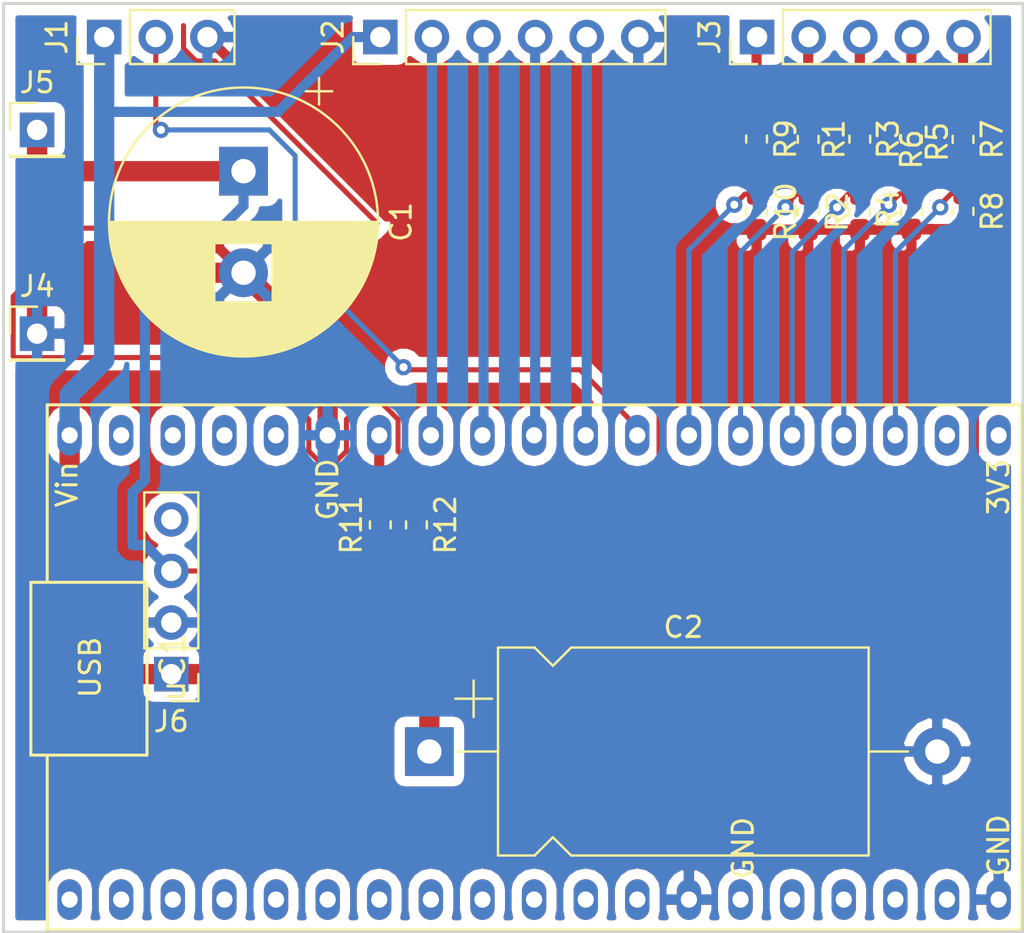
<source format=kicad_pcb>
(kicad_pcb (version 20171130) (host pcbnew "(5.0.1)-4")

  (general
    (thickness 1.6)
    (drawings 4)
    (tracks 146)
    (zones 0)
    (modules 21)
    (nets 44)
  )

  (page A4)
  (layers
    (0 F.Cu signal)
    (31 B.Cu signal)
    (32 B.Adhes user)
    (33 F.Adhes user)
    (34 B.Paste user)
    (35 F.Paste user)
    (36 B.SilkS user)
    (37 F.SilkS user)
    (38 B.Mask user)
    (39 F.Mask user)
    (40 Dwgs.User user)
    (41 Cmts.User user)
    (42 Eco1.User user)
    (43 Eco2.User user)
    (44 Edge.Cuts user)
    (45 Margin user)
    (46 B.CrtYd user)
    (47 F.CrtYd user)
    (48 B.Fab user)
    (49 F.Fab user hide)
  )

  (setup
    (last_trace_width 0.5)
    (user_trace_width 0.25)
    (user_trace_width 0.5)
    (user_trace_width 0.75)
    (user_trace_width 1)
    (trace_clearance 0.2)
    (zone_clearance 0.508)
    (zone_45_only no)
    (trace_min 0.2)
    (segment_width 0.2)
    (edge_width 0.15)
    (via_size 0.8)
    (via_drill 0.4)
    (via_min_size 0.4)
    (via_min_drill 0.3)
    (uvia_size 0.3)
    (uvia_drill 0.1)
    (uvias_allowed no)
    (uvia_min_size 0.2)
    (uvia_min_drill 0.1)
    (pcb_text_width 0.3)
    (pcb_text_size 1.5 1.5)
    (mod_edge_width 0.15)
    (mod_text_size 1 1)
    (mod_text_width 0.15)
    (pad_size 1.524 1.524)
    (pad_drill 0.762)
    (pad_to_mask_clearance 0.051)
    (solder_mask_min_width 0.25)
    (aux_axis_origin 0 0)
    (visible_elements 7FFFFFFF)
    (pcbplotparams
      (layerselection 0x010fc_ffffffff)
      (usegerberextensions false)
      (usegerberattributes false)
      (usegerberadvancedattributes false)
      (creategerberjobfile false)
      (excludeedgelayer true)
      (linewidth 0.100000)
      (plotframeref false)
      (viasonmask false)
      (mode 1)
      (useauxorigin false)
      (hpglpennumber 1)
      (hpglpenspeed 20)
      (hpglpendiameter 15.000000)
      (psnegative false)
      (psa4output false)
      (plotreference true)
      (plotvalue true)
      (plotinvisibletext false)
      (padsonsilk false)
      (subtractmaskfromsilk false)
      (outputformat 1)
      (mirror false)
      (drillshape 1)
      (scaleselection 1)
      (outputdirectory ""))
  )

  (net 0 "")
  (net 1 +5V)
  (net 2 Isen)
  (net 3 GND)
  (net 4 RL4)
  (net 5 RL3)
  (net 6 RL2)
  (net 7 RL1)
  (net 8 B+4)
  (net 9 B+3)
  (net 10 B+2)
  (net 11 B+1)
  (net 12 Supply)
  (net 13 Vin)
  (net 14 BV1)
  (net 15 BV2)
  (net 16 BV3)
  (net 17 BV4)
  (net 18 Vs)
  (net 19 Vss)
  (net 20 "Net-(uC1-Pad1)")
  (net 21 "Net-(uC1-Pad37)")
  (net 22 "Net-(uC1-Pad2)")
  (net 23 "Net-(uC1-Pad36)")
  (net 24 "Net-(uC1-Pad3)")
  (net 25 "Net-(uC1-Pad35)")
  (net 26 "Net-(uC1-Pad4)")
  (net 27 "Net-(uC1-Pad5)")
  (net 28 "Net-(uC1-Pad6)")
  (net 29 "Net-(uC1-Pad7)")
  (net 30 "Net-(uC1-Pad8)")
  (net 31 "Net-(uC1-Pad9)")
  (net 32 "Net-(uC1-Pad10)")
  (net 33 "Net-(uC1-Pad11)")
  (net 34 "Net-(uC1-Pad12)")
  (net 35 "Net-(uC1-Pad14)")
  (net 36 "Net-(uC1-Pad15)")
  (net 37 "Net-(uC1-Pad16)")
  (net 38 "Net-(uC1-Pad17)")
  (net 39 "Net-(uC1-Pad21)")
  (net 40 "Net-(uC1-Pad18)")
  (net 41 "Net-(uC1-Pad20)")
  (net 42 "Net-(J6-Pad4)")
  (net 43 "Net-(uC1-Pad34)")

  (net_class Default "This is the default net class."
    (clearance 0.2)
    (trace_width 0.25)
    (via_dia 0.8)
    (via_drill 0.4)
    (uvia_dia 0.3)
    (uvia_drill 0.1)
    (add_net +5V)
    (add_net B+1)
    (add_net B+2)
    (add_net B+3)
    (add_net B+4)
    (add_net BV1)
    (add_net BV2)
    (add_net BV3)
    (add_net BV4)
    (add_net GND)
    (add_net Isen)
    (add_net "Net-(J6-Pad4)")
    (add_net "Net-(uC1-Pad1)")
    (add_net "Net-(uC1-Pad10)")
    (add_net "Net-(uC1-Pad11)")
    (add_net "Net-(uC1-Pad12)")
    (add_net "Net-(uC1-Pad14)")
    (add_net "Net-(uC1-Pad15)")
    (add_net "Net-(uC1-Pad16)")
    (add_net "Net-(uC1-Pad17)")
    (add_net "Net-(uC1-Pad18)")
    (add_net "Net-(uC1-Pad2)")
    (add_net "Net-(uC1-Pad20)")
    (add_net "Net-(uC1-Pad21)")
    (add_net "Net-(uC1-Pad3)")
    (add_net "Net-(uC1-Pad34)")
    (add_net "Net-(uC1-Pad35)")
    (add_net "Net-(uC1-Pad36)")
    (add_net "Net-(uC1-Pad37)")
    (add_net "Net-(uC1-Pad4)")
    (add_net "Net-(uC1-Pad5)")
    (add_net "Net-(uC1-Pad6)")
    (add_net "Net-(uC1-Pad7)")
    (add_net "Net-(uC1-Pad8)")
    (add_net "Net-(uC1-Pad9)")
    (add_net RL1)
    (add_net RL2)
    (add_net RL3)
    (add_net RL4)
    (add_net Supply)
    (add_net Vin)
    (add_net Vs)
    (add_net Vss)
  )

  (module Connector_PinHeader_2.54mm:PinHeader_1x03_P2.54mm_Vertical (layer F.Cu) (tedit 59FED5CC) (tstamp 5CA5B81D)
    (at 114.173 79.121 90)
    (descr "Through hole straight pin header, 1x03, 2.54mm pitch, single row")
    (tags "Through hole pin header THT 1x03 2.54mm single row")
    (path /5C80EC41)
    (fp_text reference J1 (at 0 -2.33 90) (layer F.SilkS)
      (effects (font (size 1 1) (thickness 0.15)))
    )
    (fp_text value Isense (at 0 7.41 90) (layer F.Fab)
      (effects (font (size 1 1) (thickness 0.15)))
    )
    (fp_line (start -0.635 -1.27) (end 1.27 -1.27) (layer F.Fab) (width 0.1))
    (fp_line (start 1.27 -1.27) (end 1.27 6.35) (layer F.Fab) (width 0.1))
    (fp_line (start 1.27 6.35) (end -1.27 6.35) (layer F.Fab) (width 0.1))
    (fp_line (start -1.27 6.35) (end -1.27 -0.635) (layer F.Fab) (width 0.1))
    (fp_line (start -1.27 -0.635) (end -0.635 -1.27) (layer F.Fab) (width 0.1))
    (fp_line (start -1.33 6.41) (end 1.33 6.41) (layer F.SilkS) (width 0.12))
    (fp_line (start -1.33 1.27) (end -1.33 6.41) (layer F.SilkS) (width 0.12))
    (fp_line (start 1.33 1.27) (end 1.33 6.41) (layer F.SilkS) (width 0.12))
    (fp_line (start -1.33 1.27) (end 1.33 1.27) (layer F.SilkS) (width 0.12))
    (fp_line (start -1.33 0) (end -1.33 -1.33) (layer F.SilkS) (width 0.12))
    (fp_line (start -1.33 -1.33) (end 0 -1.33) (layer F.SilkS) (width 0.12))
    (fp_line (start -1.8 -1.8) (end -1.8 6.85) (layer F.CrtYd) (width 0.05))
    (fp_line (start -1.8 6.85) (end 1.8 6.85) (layer F.CrtYd) (width 0.05))
    (fp_line (start 1.8 6.85) (end 1.8 -1.8) (layer F.CrtYd) (width 0.05))
    (fp_line (start 1.8 -1.8) (end -1.8 -1.8) (layer F.CrtYd) (width 0.05))
    (fp_text user %R (at 0 2.54 180) (layer F.Fab)
      (effects (font (size 1 1) (thickness 0.15)))
    )
    (pad 1 thru_hole rect (at 0 0 90) (size 1.7 1.7) (drill 1) (layers *.Cu *.Mask)
      (net 1 +5V))
    (pad 2 thru_hole oval (at 0 2.54 90) (size 1.7 1.7) (drill 1) (layers *.Cu *.Mask)
      (net 2 Isen))
    (pad 3 thru_hole oval (at 0 5.08 90) (size 1.7 1.7) (drill 1) (layers *.Cu *.Mask)
      (net 3 GND))
    (model ${KISYS3DMOD}/Connector_PinHeader_2.54mm.3dshapes/PinHeader_1x03_P2.54mm_Vertical.wrl
      (at (xyz 0 0 0))
      (scale (xyz 1 1 1))
      (rotate (xyz 0 0 0))
    )
  )

  (module Connector_PinHeader_2.54mm:PinHeader_1x06_P2.54mm_Vertical (layer F.Cu) (tedit 59FED5CC) (tstamp 5CA5DC56)
    (at 127.762 79.121 90)
    (descr "Through hole straight pin header, 1x06, 2.54mm pitch, single row")
    (tags "Through hole pin header THT 1x06 2.54mm single row")
    (path /5C806E3A)
    (fp_text reference J2 (at 0 -2.33 90) (layer F.SilkS)
      (effects (font (size 1 1) (thickness 0.15)))
    )
    (fp_text value "Quad Relay Pack" (at 0 15.03 90) (layer F.Fab)
      (effects (font (size 1 1) (thickness 0.15)))
    )
    (fp_line (start -0.635 -1.27) (end 1.27 -1.27) (layer F.Fab) (width 0.1))
    (fp_line (start 1.27 -1.27) (end 1.27 13.97) (layer F.Fab) (width 0.1))
    (fp_line (start 1.27 13.97) (end -1.27 13.97) (layer F.Fab) (width 0.1))
    (fp_line (start -1.27 13.97) (end -1.27 -0.635) (layer F.Fab) (width 0.1))
    (fp_line (start -1.27 -0.635) (end -0.635 -1.27) (layer F.Fab) (width 0.1))
    (fp_line (start -1.33 14.03) (end 1.33 14.03) (layer F.SilkS) (width 0.12))
    (fp_line (start -1.33 1.27) (end -1.33 14.03) (layer F.SilkS) (width 0.12))
    (fp_line (start 1.33 1.27) (end 1.33 14.03) (layer F.SilkS) (width 0.12))
    (fp_line (start -1.33 1.27) (end 1.33 1.27) (layer F.SilkS) (width 0.12))
    (fp_line (start -1.33 0) (end -1.33 -1.33) (layer F.SilkS) (width 0.12))
    (fp_line (start -1.33 -1.33) (end 0 -1.33) (layer F.SilkS) (width 0.12))
    (fp_line (start -1.8 -1.8) (end -1.8 14.5) (layer F.CrtYd) (width 0.05))
    (fp_line (start -1.8 14.5) (end 1.8 14.5) (layer F.CrtYd) (width 0.05))
    (fp_line (start 1.8 14.5) (end 1.8 -1.8) (layer F.CrtYd) (width 0.05))
    (fp_line (start 1.8 -1.8) (end -1.8 -1.8) (layer F.CrtYd) (width 0.05))
    (fp_text user %R (at 0 6.35 180) (layer F.Fab)
      (effects (font (size 1 1) (thickness 0.15)))
    )
    (pad 1 thru_hole rect (at 0 0 90) (size 1.7 1.7) (drill 1) (layers *.Cu *.Mask)
      (net 1 +5V))
    (pad 2 thru_hole oval (at 0 2.54 90) (size 1.7 1.7) (drill 1) (layers *.Cu *.Mask)
      (net 4 RL4))
    (pad 3 thru_hole oval (at 0 5.08 90) (size 1.7 1.7) (drill 1) (layers *.Cu *.Mask)
      (net 5 RL3))
    (pad 4 thru_hole oval (at 0 7.62 90) (size 1.7 1.7) (drill 1) (layers *.Cu *.Mask)
      (net 6 RL2))
    (pad 5 thru_hole oval (at 0 10.16 90) (size 1.7 1.7) (drill 1) (layers *.Cu *.Mask)
      (net 7 RL1))
    (pad 6 thru_hole oval (at 0 12.7 90) (size 1.7 1.7) (drill 1) (layers *.Cu *.Mask)
      (net 3 GND))
    (model ${KISYS3DMOD}/Connector_PinHeader_2.54mm.3dshapes/PinHeader_1x06_P2.54mm_Vertical.wrl
      (at (xyz 0 0 0))
      (scale (xyz 1 1 1))
      (rotate (xyz 0 0 0))
    )
  )

  (module Resistor_SMD:R_0603_1608Metric_Pad1.05x0.95mm_HandSolder (layer F.Cu) (tedit 5B301BBD) (tstamp 5CA5B862)
    (at 148.819381 84.159491 270)
    (descr "Resistor SMD 0603 (1608 Metric), square (rectangular) end terminal, IPC_7351 nominal with elongated pad for handsoldering. (Body size source: http://www.tortai-tech.com/upload/download/2011102023233369053.pdf), generated with kicad-footprint-generator")
    (tags "resistor handsolder")
    (path /5C801D7A)
    (attr smd)
    (fp_text reference R1 (at 0 -1.27 270) (layer F.SilkS)
      (effects (font (size 1 1) (thickness 0.15)))
    )
    (fp_text value 33k (at 0 1.43 270) (layer F.Fab)
      (effects (font (size 1 1) (thickness 0.15)))
    )
    (fp_line (start -0.8 0.4) (end -0.8 -0.4) (layer F.Fab) (width 0.1))
    (fp_line (start -0.8 -0.4) (end 0.8 -0.4) (layer F.Fab) (width 0.1))
    (fp_line (start 0.8 -0.4) (end 0.8 0.4) (layer F.Fab) (width 0.1))
    (fp_line (start 0.8 0.4) (end -0.8 0.4) (layer F.Fab) (width 0.1))
    (fp_line (start -0.171267 -0.51) (end 0.171267 -0.51) (layer F.SilkS) (width 0.12))
    (fp_line (start -0.171267 0.51) (end 0.171267 0.51) (layer F.SilkS) (width 0.12))
    (fp_line (start -1.65 0.73) (end -1.65 -0.73) (layer F.CrtYd) (width 0.05))
    (fp_line (start -1.65 -0.73) (end 1.65 -0.73) (layer F.CrtYd) (width 0.05))
    (fp_line (start 1.65 -0.73) (end 1.65 0.73) (layer F.CrtYd) (width 0.05))
    (fp_line (start 1.65 0.73) (end -1.65 0.73) (layer F.CrtYd) (width 0.05))
    (fp_text user %R (at 0 0 270) (layer F.Fab)
      (effects (font (size 0.4 0.4) (thickness 0.06)))
    )
    (pad 1 smd roundrect (at -0.875 0 270) (size 1.05 0.95) (layers F.Cu F.Paste F.Mask) (roundrect_rratio 0.25)
      (net 11 B+1))
    (pad 2 smd roundrect (at 0.875 0 270) (size 1.05 0.95) (layers F.Cu F.Paste F.Mask) (roundrect_rratio 0.25)
      (net 14 BV1))
    (model ${KISYS3DMOD}/Resistor_SMD.3dshapes/R_0603_1608Metric.wrl
      (at (xyz 0 0 0))
      (scale (xyz 1 1 1))
      (rotate (xyz 0 0 0))
    )
  )

  (module Resistor_SMD:R_0603_1608Metric_Pad1.05x0.95mm_HandSolder (layer F.Cu) (tedit 5B301BBD) (tstamp 5CA5B873)
    (at 148.819381 87.729491 270)
    (descr "Resistor SMD 0603 (1608 Metric), square (rectangular) end terminal, IPC_7351 nominal with elongated pad for handsoldering. (Body size source: http://www.tortai-tech.com/upload/download/2011102023233369053.pdf), generated with kicad-footprint-generator")
    (tags "resistor handsolder")
    (path /5C801DDA)
    (attr smd)
    (fp_text reference R2 (at 0 -1.43 270) (layer F.SilkS)
      (effects (font (size 1 1) (thickness 0.15)))
    )
    (fp_text value 4k7 (at 0 1.43 270) (layer F.Fab)
      (effects (font (size 1 1) (thickness 0.15)))
    )
    (fp_text user %R (at 0 0 270) (layer F.Fab)
      (effects (font (size 0.4 0.4) (thickness 0.06)))
    )
    (fp_line (start 1.65 0.73) (end -1.65 0.73) (layer F.CrtYd) (width 0.05))
    (fp_line (start 1.65 -0.73) (end 1.65 0.73) (layer F.CrtYd) (width 0.05))
    (fp_line (start -1.65 -0.73) (end 1.65 -0.73) (layer F.CrtYd) (width 0.05))
    (fp_line (start -1.65 0.73) (end -1.65 -0.73) (layer F.CrtYd) (width 0.05))
    (fp_line (start -0.171267 0.51) (end 0.171267 0.51) (layer F.SilkS) (width 0.12))
    (fp_line (start -0.171267 -0.51) (end 0.171267 -0.51) (layer F.SilkS) (width 0.12))
    (fp_line (start 0.8 0.4) (end -0.8 0.4) (layer F.Fab) (width 0.1))
    (fp_line (start 0.8 -0.4) (end 0.8 0.4) (layer F.Fab) (width 0.1))
    (fp_line (start -0.8 -0.4) (end 0.8 -0.4) (layer F.Fab) (width 0.1))
    (fp_line (start -0.8 0.4) (end -0.8 -0.4) (layer F.Fab) (width 0.1))
    (pad 2 smd roundrect (at 0.875 0 270) (size 1.05 0.95) (layers F.Cu F.Paste F.Mask) (roundrect_rratio 0.25)
      (net 3 GND))
    (pad 1 smd roundrect (at -0.875 0 270) (size 1.05 0.95) (layers F.Cu F.Paste F.Mask) (roundrect_rratio 0.25)
      (net 14 BV1))
    (model ${KISYS3DMOD}/Resistor_SMD.3dshapes/R_0603_1608Metric.wrl
      (at (xyz 0 0 0))
      (scale (xyz 1 1 1))
      (rotate (xyz 0 0 0))
    )
  )

  (module Resistor_SMD:R_0603_1608Metric_Pad1.05x0.95mm_HandSolder (layer F.Cu) (tedit 5B301BBD) (tstamp 5CA5B884)
    (at 151.359381 84.145491 270)
    (descr "Resistor SMD 0603 (1608 Metric), square (rectangular) end terminal, IPC_7351 nominal with elongated pad for handsoldering. (Body size source: http://www.tortai-tech.com/upload/download/2011102023233369053.pdf), generated with kicad-footprint-generator")
    (tags "resistor handsolder")
    (path /5C8028A8)
    (attr smd)
    (fp_text reference R3 (at 0 -1.397 270) (layer F.SilkS)
      (effects (font (size 1 1) (thickness 0.15)))
    )
    (fp_text value R (at 0 1.43 270) (layer F.Fab)
      (effects (font (size 1 1) (thickness 0.15)))
    )
    (fp_line (start -0.8 0.4) (end -0.8 -0.4) (layer F.Fab) (width 0.1))
    (fp_line (start -0.8 -0.4) (end 0.8 -0.4) (layer F.Fab) (width 0.1))
    (fp_line (start 0.8 -0.4) (end 0.8 0.4) (layer F.Fab) (width 0.1))
    (fp_line (start 0.8 0.4) (end -0.8 0.4) (layer F.Fab) (width 0.1))
    (fp_line (start -0.171267 -0.51) (end 0.171267 -0.51) (layer F.SilkS) (width 0.12))
    (fp_line (start -0.171267 0.51) (end 0.171267 0.51) (layer F.SilkS) (width 0.12))
    (fp_line (start -1.65 0.73) (end -1.65 -0.73) (layer F.CrtYd) (width 0.05))
    (fp_line (start -1.65 -0.73) (end 1.65 -0.73) (layer F.CrtYd) (width 0.05))
    (fp_line (start 1.65 -0.73) (end 1.65 0.73) (layer F.CrtYd) (width 0.05))
    (fp_line (start 1.65 0.73) (end -1.65 0.73) (layer F.CrtYd) (width 0.05))
    (fp_text user %R (at 0 0 270) (layer F.Fab)
      (effects (font (size 0.4 0.4) (thickness 0.06)))
    )
    (pad 1 smd roundrect (at -0.875 0 270) (size 1.05 0.95) (layers F.Cu F.Paste F.Mask) (roundrect_rratio 0.25)
      (net 10 B+2))
    (pad 2 smd roundrect (at 0.875 0 270) (size 1.05 0.95) (layers F.Cu F.Paste F.Mask) (roundrect_rratio 0.25)
      (net 15 BV2))
    (model ${KISYS3DMOD}/Resistor_SMD.3dshapes/R_0603_1608Metric.wrl
      (at (xyz 0 0 0))
      (scale (xyz 1 1 1))
      (rotate (xyz 0 0 0))
    )
  )

  (module Resistor_SMD:R_0603_1608Metric_Pad1.05x0.95mm_HandSolder (layer F.Cu) (tedit 5B301BBD) (tstamp 5CA5B895)
    (at 151.359381 87.729491 270)
    (descr "Resistor SMD 0603 (1608 Metric), square (rectangular) end terminal, IPC_7351 nominal with elongated pad for handsoldering. (Body size source: http://www.tortai-tech.com/upload/download/2011102023233369053.pdf), generated with kicad-footprint-generator")
    (tags "resistor handsolder")
    (path /5C8028AF)
    (attr smd)
    (fp_text reference R4 (at -0.141 -1.397 270) (layer F.SilkS)
      (effects (font (size 1 1) (thickness 0.15)))
    )
    (fp_text value R (at 0 1.43 270) (layer F.Fab)
      (effects (font (size 1 1) (thickness 0.15)))
    )
    (fp_text user %R (at 0 0 270) (layer F.Fab)
      (effects (font (size 0.4 0.4) (thickness 0.06)))
    )
    (fp_line (start 1.65 0.73) (end -1.65 0.73) (layer F.CrtYd) (width 0.05))
    (fp_line (start 1.65 -0.73) (end 1.65 0.73) (layer F.CrtYd) (width 0.05))
    (fp_line (start -1.65 -0.73) (end 1.65 -0.73) (layer F.CrtYd) (width 0.05))
    (fp_line (start -1.65 0.73) (end -1.65 -0.73) (layer F.CrtYd) (width 0.05))
    (fp_line (start -0.171267 0.51) (end 0.171267 0.51) (layer F.SilkS) (width 0.12))
    (fp_line (start -0.171267 -0.51) (end 0.171267 -0.51) (layer F.SilkS) (width 0.12))
    (fp_line (start 0.8 0.4) (end -0.8 0.4) (layer F.Fab) (width 0.1))
    (fp_line (start 0.8 -0.4) (end 0.8 0.4) (layer F.Fab) (width 0.1))
    (fp_line (start -0.8 -0.4) (end 0.8 -0.4) (layer F.Fab) (width 0.1))
    (fp_line (start -0.8 0.4) (end -0.8 -0.4) (layer F.Fab) (width 0.1))
    (pad 2 smd roundrect (at 0.875 0 270) (size 1.05 0.95) (layers F.Cu F.Paste F.Mask) (roundrect_rratio 0.25)
      (net 3 GND))
    (pad 1 smd roundrect (at -0.875 0 270) (size 1.05 0.95) (layers F.Cu F.Paste F.Mask) (roundrect_rratio 0.25)
      (net 15 BV2))
    (model ${KISYS3DMOD}/Resistor_SMD.3dshapes/R_0603_1608Metric.wrl
      (at (xyz 0 0 0))
      (scale (xyz 1 1 1))
      (rotate (xyz 0 0 0))
    )
  )

  (module Resistor_SMD:R_0603_1608Metric_Pad1.05x0.95mm_HandSolder (layer F.Cu) (tedit 5B301BBD) (tstamp 5CA5B8A6)
    (at 153.899381 84.145491 270)
    (descr "Resistor SMD 0603 (1608 Metric), square (rectangular) end terminal, IPC_7351 nominal with elongated pad for handsoldering. (Body size source: http://www.tortai-tech.com/upload/download/2011102023233369053.pdf), generated with kicad-footprint-generator")
    (tags "resistor handsolder")
    (path /5C802BB0)
    (attr smd)
    (fp_text reference R5 (at 0.141 -1.27 270) (layer F.SilkS)
      (effects (font (size 1 1) (thickness 0.15)))
    )
    (fp_text value R (at 0 1.43 270) (layer F.Fab)
      (effects (font (size 1 1) (thickness 0.15)))
    )
    (fp_line (start -0.8 0.4) (end -0.8 -0.4) (layer F.Fab) (width 0.1))
    (fp_line (start -0.8 -0.4) (end 0.8 -0.4) (layer F.Fab) (width 0.1))
    (fp_line (start 0.8 -0.4) (end 0.8 0.4) (layer F.Fab) (width 0.1))
    (fp_line (start 0.8 0.4) (end -0.8 0.4) (layer F.Fab) (width 0.1))
    (fp_line (start -0.171267 -0.51) (end 0.171267 -0.51) (layer F.SilkS) (width 0.12))
    (fp_line (start -0.171267 0.51) (end 0.171267 0.51) (layer F.SilkS) (width 0.12))
    (fp_line (start -1.65 0.73) (end -1.65 -0.73) (layer F.CrtYd) (width 0.05))
    (fp_line (start -1.65 -0.73) (end 1.65 -0.73) (layer F.CrtYd) (width 0.05))
    (fp_line (start 1.65 -0.73) (end 1.65 0.73) (layer F.CrtYd) (width 0.05))
    (fp_line (start 1.65 0.73) (end -1.65 0.73) (layer F.CrtYd) (width 0.05))
    (fp_text user %R (at 0 0 270) (layer F.Fab)
      (effects (font (size 0.4 0.4) (thickness 0.06)))
    )
    (pad 1 smd roundrect (at -0.875 0 270) (size 1.05 0.95) (layers F.Cu F.Paste F.Mask) (roundrect_rratio 0.25)
      (net 9 B+3))
    (pad 2 smd roundrect (at 0.875 0 270) (size 1.05 0.95) (layers F.Cu F.Paste F.Mask) (roundrect_rratio 0.25)
      (net 16 BV3))
    (model ${KISYS3DMOD}/Resistor_SMD.3dshapes/R_0603_1608Metric.wrl
      (at (xyz 0 0 0))
      (scale (xyz 1 1 1))
      (rotate (xyz 0 0 0))
    )
  )

  (module Resistor_SMD:R_0603_1608Metric_Pad1.05x0.95mm_HandSolder (layer F.Cu) (tedit 5B301BBD) (tstamp 5CA5B8B7)
    (at 153.899381 87.715491 270)
    (descr "Resistor SMD 0603 (1608 Metric), square (rectangular) end terminal, IPC_7351 nominal with elongated pad for handsoldering. (Body size source: http://www.tortai-tech.com/upload/download/2011102023233369053.pdf), generated with kicad-footprint-generator")
    (tags "resistor handsolder")
    (path /5C802BB7)
    (attr smd)
    (fp_text reference R6 (at -3.062 0 270) (layer F.SilkS)
      (effects (font (size 1 1) (thickness 0.15)))
    )
    (fp_text value R (at 0 1.43 270) (layer F.Fab)
      (effects (font (size 1 1) (thickness 0.15)))
    )
    (fp_text user %R (at 0 0 270) (layer F.Fab)
      (effects (font (size 0.4 0.4) (thickness 0.06)))
    )
    (fp_line (start 1.65 0.73) (end -1.65 0.73) (layer F.CrtYd) (width 0.05))
    (fp_line (start 1.65 -0.73) (end 1.65 0.73) (layer F.CrtYd) (width 0.05))
    (fp_line (start -1.65 -0.73) (end 1.65 -0.73) (layer F.CrtYd) (width 0.05))
    (fp_line (start -1.65 0.73) (end -1.65 -0.73) (layer F.CrtYd) (width 0.05))
    (fp_line (start -0.171267 0.51) (end 0.171267 0.51) (layer F.SilkS) (width 0.12))
    (fp_line (start -0.171267 -0.51) (end 0.171267 -0.51) (layer F.SilkS) (width 0.12))
    (fp_line (start 0.8 0.4) (end -0.8 0.4) (layer F.Fab) (width 0.1))
    (fp_line (start 0.8 -0.4) (end 0.8 0.4) (layer F.Fab) (width 0.1))
    (fp_line (start -0.8 -0.4) (end 0.8 -0.4) (layer F.Fab) (width 0.1))
    (fp_line (start -0.8 0.4) (end -0.8 -0.4) (layer F.Fab) (width 0.1))
    (pad 2 smd roundrect (at 0.875 0 270) (size 1.05 0.95) (layers F.Cu F.Paste F.Mask) (roundrect_rratio 0.25)
      (net 3 GND))
    (pad 1 smd roundrect (at -0.875 0 270) (size 1.05 0.95) (layers F.Cu F.Paste F.Mask) (roundrect_rratio 0.25)
      (net 16 BV3))
    (model ${KISYS3DMOD}/Resistor_SMD.3dshapes/R_0603_1608Metric.wrl
      (at (xyz 0 0 0))
      (scale (xyz 1 1 1))
      (rotate (xyz 0 0 0))
    )
  )

  (module Resistor_SMD:R_0603_1608Metric_Pad1.05x0.95mm_HandSolder (layer F.Cu) (tedit 5B301BBD) (tstamp 5CA5B8C8)
    (at 156.439381 84.159491 270)
    (descr "Resistor SMD 0603 (1608 Metric), square (rectangular) end terminal, IPC_7351 nominal with elongated pad for handsoldering. (Body size source: http://www.tortai-tech.com/upload/download/2011102023233369053.pdf), generated with kicad-footprint-generator")
    (tags "resistor handsolder")
    (path /5C802FCF)
    (attr smd)
    (fp_text reference R7 (at 0 -1.43 270) (layer F.SilkS)
      (effects (font (size 1 1) (thickness 0.15)))
    )
    (fp_text value R (at 0 1.43 270) (layer F.Fab)
      (effects (font (size 1 1) (thickness 0.15)))
    )
    (fp_line (start -0.8 0.4) (end -0.8 -0.4) (layer F.Fab) (width 0.1))
    (fp_line (start -0.8 -0.4) (end 0.8 -0.4) (layer F.Fab) (width 0.1))
    (fp_line (start 0.8 -0.4) (end 0.8 0.4) (layer F.Fab) (width 0.1))
    (fp_line (start 0.8 0.4) (end -0.8 0.4) (layer F.Fab) (width 0.1))
    (fp_line (start -0.171267 -0.51) (end 0.171267 -0.51) (layer F.SilkS) (width 0.12))
    (fp_line (start -0.171267 0.51) (end 0.171267 0.51) (layer F.SilkS) (width 0.12))
    (fp_line (start -1.65 0.73) (end -1.65 -0.73) (layer F.CrtYd) (width 0.05))
    (fp_line (start -1.65 -0.73) (end 1.65 -0.73) (layer F.CrtYd) (width 0.05))
    (fp_line (start 1.65 -0.73) (end 1.65 0.73) (layer F.CrtYd) (width 0.05))
    (fp_line (start 1.65 0.73) (end -1.65 0.73) (layer F.CrtYd) (width 0.05))
    (fp_text user %R (at 0 0 270) (layer F.Fab)
      (effects (font (size 0.4 0.4) (thickness 0.06)))
    )
    (pad 1 smd roundrect (at -0.875 0 270) (size 1.05 0.95) (layers F.Cu F.Paste F.Mask) (roundrect_rratio 0.25)
      (net 8 B+4))
    (pad 2 smd roundrect (at 0.875 0 270) (size 1.05 0.95) (layers F.Cu F.Paste F.Mask) (roundrect_rratio 0.25)
      (net 17 BV4))
    (model ${KISYS3DMOD}/Resistor_SMD.3dshapes/R_0603_1608Metric.wrl
      (at (xyz 0 0 0))
      (scale (xyz 1 1 1))
      (rotate (xyz 0 0 0))
    )
  )

  (module Resistor_SMD:R_0603_1608Metric_Pad1.05x0.95mm_HandSolder (layer F.Cu) (tedit 5B301BBD) (tstamp 5CA5B8D9)
    (at 156.439381 87.701491 270)
    (descr "Resistor SMD 0603 (1608 Metric), square (rectangular) end terminal, IPC_7351 nominal with elongated pad for handsoldering. (Body size source: http://www.tortai-tech.com/upload/download/2011102023233369053.pdf), generated with kicad-footprint-generator")
    (tags "resistor handsolder")
    (path /5C802FD6)
    (attr smd)
    (fp_text reference R8 (at 0 -1.43 270) (layer F.SilkS)
      (effects (font (size 1 1) (thickness 0.15)))
    )
    (fp_text value R (at 0 1.43 270) (layer F.Fab)
      (effects (font (size 1 1) (thickness 0.15)))
    )
    (fp_text user %R (at 0 0 270) (layer F.Fab)
      (effects (font (size 0.4 0.4) (thickness 0.06)))
    )
    (fp_line (start 1.65 0.73) (end -1.65 0.73) (layer F.CrtYd) (width 0.05))
    (fp_line (start 1.65 -0.73) (end 1.65 0.73) (layer F.CrtYd) (width 0.05))
    (fp_line (start -1.65 -0.73) (end 1.65 -0.73) (layer F.CrtYd) (width 0.05))
    (fp_line (start -1.65 0.73) (end -1.65 -0.73) (layer F.CrtYd) (width 0.05))
    (fp_line (start -0.171267 0.51) (end 0.171267 0.51) (layer F.SilkS) (width 0.12))
    (fp_line (start -0.171267 -0.51) (end 0.171267 -0.51) (layer F.SilkS) (width 0.12))
    (fp_line (start 0.8 0.4) (end -0.8 0.4) (layer F.Fab) (width 0.1))
    (fp_line (start 0.8 -0.4) (end 0.8 0.4) (layer F.Fab) (width 0.1))
    (fp_line (start -0.8 -0.4) (end 0.8 -0.4) (layer F.Fab) (width 0.1))
    (fp_line (start -0.8 0.4) (end -0.8 -0.4) (layer F.Fab) (width 0.1))
    (pad 2 smd roundrect (at 0.875 0 270) (size 1.05 0.95) (layers F.Cu F.Paste F.Mask) (roundrect_rratio 0.25)
      (net 3 GND))
    (pad 1 smd roundrect (at -0.875 0 270) (size 1.05 0.95) (layers F.Cu F.Paste F.Mask) (roundrect_rratio 0.25)
      (net 17 BV4))
    (model ${KISYS3DMOD}/Resistor_SMD.3dshapes/R_0603_1608Metric.wrl
      (at (xyz 0 0 0))
      (scale (xyz 1 1 1))
      (rotate (xyz 0 0 0))
    )
  )

  (module Resistor_SMD:R_0603_1608Metric_Pad1.05x0.95mm_HandSolder (layer F.Cu) (tedit 5B301BBD) (tstamp 5CA5B8EA)
    (at 146.279381 84.145491 270)
    (descr "Resistor SMD 0603 (1608 Metric), square (rectangular) end terminal, IPC_7351 nominal with elongated pad for handsoldering. (Body size source: http://www.tortai-tech.com/upload/download/2011102023233369053.pdf), generated with kicad-footprint-generator")
    (tags "resistor handsolder")
    (path /5C81251D)
    (attr smd)
    (fp_text reference R9 (at 0 -1.43 270) (layer F.SilkS)
      (effects (font (size 1 1) (thickness 0.15)))
    )
    (fp_text value R (at 0 1.43 270) (layer F.Fab)
      (effects (font (size 1 1) (thickness 0.15)))
    )
    (fp_line (start -0.8 0.4) (end -0.8 -0.4) (layer F.Fab) (width 0.1))
    (fp_line (start -0.8 -0.4) (end 0.8 -0.4) (layer F.Fab) (width 0.1))
    (fp_line (start 0.8 -0.4) (end 0.8 0.4) (layer F.Fab) (width 0.1))
    (fp_line (start 0.8 0.4) (end -0.8 0.4) (layer F.Fab) (width 0.1))
    (fp_line (start -0.171267 -0.51) (end 0.171267 -0.51) (layer F.SilkS) (width 0.12))
    (fp_line (start -0.171267 0.51) (end 0.171267 0.51) (layer F.SilkS) (width 0.12))
    (fp_line (start -1.65 0.73) (end -1.65 -0.73) (layer F.CrtYd) (width 0.05))
    (fp_line (start -1.65 -0.73) (end 1.65 -0.73) (layer F.CrtYd) (width 0.05))
    (fp_line (start 1.65 -0.73) (end 1.65 0.73) (layer F.CrtYd) (width 0.05))
    (fp_line (start 1.65 0.73) (end -1.65 0.73) (layer F.CrtYd) (width 0.05))
    (fp_text user %R (at 0 0 270) (layer F.Fab)
      (effects (font (size 0.4 0.4) (thickness 0.06)))
    )
    (pad 1 smd roundrect (at -0.875 0 270) (size 1.05 0.95) (layers F.Cu F.Paste F.Mask) (roundrect_rratio 0.25)
      (net 13 Vin))
    (pad 2 smd roundrect (at 0.875 0 270) (size 1.05 0.95) (layers F.Cu F.Paste F.Mask) (roundrect_rratio 0.25)
      (net 18 Vs))
    (model ${KISYS3DMOD}/Resistor_SMD.3dshapes/R_0603_1608Metric.wrl
      (at (xyz 0 0 0))
      (scale (xyz 1 1 1))
      (rotate (xyz 0 0 0))
    )
  )

  (module Resistor_SMD:R_0603_1608Metric_Pad1.05x0.95mm_HandSolder (layer F.Cu) (tedit 5B301BBD) (tstamp 5CA5B8FB)
    (at 146.279381 87.729491 270)
    (descr "Resistor SMD 0603 (1608 Metric), square (rectangular) end terminal, IPC_7351 nominal with elongated pad for handsoldering. (Body size source: http://www.tortai-tech.com/upload/download/2011102023233369053.pdf), generated with kicad-footprint-generator")
    (tags "resistor handsolder")
    (path /5C812524)
    (attr smd)
    (fp_text reference R10 (at 0 -1.43 270) (layer F.SilkS)
      (effects (font (size 1 1) (thickness 0.15)))
    )
    (fp_text value R (at 0 1.43 270) (layer F.Fab)
      (effects (font (size 1 1) (thickness 0.15)))
    )
    (fp_text user %R (at 0 0 270) (layer F.Fab)
      (effects (font (size 0.4 0.4) (thickness 0.06)))
    )
    (fp_line (start 1.65 0.73) (end -1.65 0.73) (layer F.CrtYd) (width 0.05))
    (fp_line (start 1.65 -0.73) (end 1.65 0.73) (layer F.CrtYd) (width 0.05))
    (fp_line (start -1.65 -0.73) (end 1.65 -0.73) (layer F.CrtYd) (width 0.05))
    (fp_line (start -1.65 0.73) (end -1.65 -0.73) (layer F.CrtYd) (width 0.05))
    (fp_line (start -0.171267 0.51) (end 0.171267 0.51) (layer F.SilkS) (width 0.12))
    (fp_line (start -0.171267 -0.51) (end 0.171267 -0.51) (layer F.SilkS) (width 0.12))
    (fp_line (start 0.8 0.4) (end -0.8 0.4) (layer F.Fab) (width 0.1))
    (fp_line (start 0.8 -0.4) (end 0.8 0.4) (layer F.Fab) (width 0.1))
    (fp_line (start -0.8 -0.4) (end 0.8 -0.4) (layer F.Fab) (width 0.1))
    (fp_line (start -0.8 0.4) (end -0.8 -0.4) (layer F.Fab) (width 0.1))
    (pad 2 smd roundrect (at 0.875 0 270) (size 1.05 0.95) (layers F.Cu F.Paste F.Mask) (roundrect_rratio 0.25)
      (net 3 GND))
    (pad 1 smd roundrect (at -0.875 0 270) (size 1.05 0.95) (layers F.Cu F.Paste F.Mask) (roundrect_rratio 0.25)
      (net 18 Vs))
    (model ${KISYS3DMOD}/Resistor_SMD.3dshapes/R_0603_1608Metric.wrl
      (at (xyz 0 0 0))
      (scale (xyz 1 1 1))
      (rotate (xyz 0 0 0))
    )
  )

  (module Resistor_SMD:R_0603_1608Metric_Pad1.05x0.95mm_HandSolder (layer F.Cu) (tedit 5B301BBD) (tstamp 5CA5B90C)
    (at 127.762 103.138 90)
    (descr "Resistor SMD 0603 (1608 Metric), square (rectangular) end terminal, IPC_7351 nominal with elongated pad for handsoldering. (Body size source: http://www.tortai-tech.com/upload/download/2011102023233369053.pdf), generated with kicad-footprint-generator")
    (tags "resistor handsolder")
    (path /5C814F39)
    (attr smd)
    (fp_text reference R11 (at 0 -1.43 90) (layer F.SilkS)
      (effects (font (size 1 1) (thickness 0.15)))
    )
    (fp_text value R (at 0 1.43 90) (layer F.Fab)
      (effects (font (size 1 1) (thickness 0.15)))
    )
    (fp_line (start -0.8 0.4) (end -0.8 -0.4) (layer F.Fab) (width 0.1))
    (fp_line (start -0.8 -0.4) (end 0.8 -0.4) (layer F.Fab) (width 0.1))
    (fp_line (start 0.8 -0.4) (end 0.8 0.4) (layer F.Fab) (width 0.1))
    (fp_line (start 0.8 0.4) (end -0.8 0.4) (layer F.Fab) (width 0.1))
    (fp_line (start -0.171267 -0.51) (end 0.171267 -0.51) (layer F.SilkS) (width 0.12))
    (fp_line (start -0.171267 0.51) (end 0.171267 0.51) (layer F.SilkS) (width 0.12))
    (fp_line (start -1.65 0.73) (end -1.65 -0.73) (layer F.CrtYd) (width 0.05))
    (fp_line (start -1.65 -0.73) (end 1.65 -0.73) (layer F.CrtYd) (width 0.05))
    (fp_line (start 1.65 -0.73) (end 1.65 0.73) (layer F.CrtYd) (width 0.05))
    (fp_line (start 1.65 0.73) (end -1.65 0.73) (layer F.CrtYd) (width 0.05))
    (fp_text user %R (at 0 0 90) (layer F.Fab)
      (effects (font (size 0.4 0.4) (thickness 0.06)))
    )
    (pad 1 smd roundrect (at -0.875 0 90) (size 1.05 0.95) (layers F.Cu F.Paste F.Mask) (roundrect_rratio 0.25)
      (net 12 Supply))
    (pad 2 smd roundrect (at 0.875 0 90) (size 1.05 0.95) (layers F.Cu F.Paste F.Mask) (roundrect_rratio 0.25)
      (net 19 Vss))
    (model ${KISYS3DMOD}/Resistor_SMD.3dshapes/R_0603_1608Metric.wrl
      (at (xyz 0 0 0))
      (scale (xyz 1 1 1))
      (rotate (xyz 0 0 0))
    )
  )

  (module Resistor_SMD:R_0603_1608Metric_Pad1.05x0.95mm_HandSolder (layer F.Cu) (tedit 5B301BBD) (tstamp 5CA5B91D)
    (at 129.54 103.138 270)
    (descr "Resistor SMD 0603 (1608 Metric), square (rectangular) end terminal, IPC_7351 nominal with elongated pad for handsoldering. (Body size source: http://www.tortai-tech.com/upload/download/2011102023233369053.pdf), generated with kicad-footprint-generator")
    (tags "resistor handsolder")
    (path /5C814F3F)
    (attr smd)
    (fp_text reference R12 (at 0 -1.43 270) (layer F.SilkS)
      (effects (font (size 1 1) (thickness 0.15)))
    )
    (fp_text value R (at 0 1.43 270) (layer F.Fab)
      (effects (font (size 1 1) (thickness 0.15)))
    )
    (fp_text user %R (at 0 0 270) (layer F.Fab)
      (effects (font (size 0.4 0.4) (thickness 0.06)))
    )
    (fp_line (start 1.65 0.73) (end -1.65 0.73) (layer F.CrtYd) (width 0.05))
    (fp_line (start 1.65 -0.73) (end 1.65 0.73) (layer F.CrtYd) (width 0.05))
    (fp_line (start -1.65 -0.73) (end 1.65 -0.73) (layer F.CrtYd) (width 0.05))
    (fp_line (start -1.65 0.73) (end -1.65 -0.73) (layer F.CrtYd) (width 0.05))
    (fp_line (start -0.171267 0.51) (end 0.171267 0.51) (layer F.SilkS) (width 0.12))
    (fp_line (start -0.171267 -0.51) (end 0.171267 -0.51) (layer F.SilkS) (width 0.12))
    (fp_line (start 0.8 0.4) (end -0.8 0.4) (layer F.Fab) (width 0.1))
    (fp_line (start 0.8 -0.4) (end 0.8 0.4) (layer F.Fab) (width 0.1))
    (fp_line (start -0.8 -0.4) (end 0.8 -0.4) (layer F.Fab) (width 0.1))
    (fp_line (start -0.8 0.4) (end -0.8 -0.4) (layer F.Fab) (width 0.1))
    (pad 2 smd roundrect (at 0.875 0 270) (size 1.05 0.95) (layers F.Cu F.Paste F.Mask) (roundrect_rratio 0.25)
      (net 3 GND))
    (pad 1 smd roundrect (at -0.875 0 270) (size 1.05 0.95) (layers F.Cu F.Paste F.Mask) (roundrect_rratio 0.25)
      (net 19 Vss))
    (model ${KISYS3DMOD}/Resistor_SMD.3dshapes/R_0603_1608Metric.wrl
      (at (xyz 0 0 0))
      (scale (xyz 1 1 1))
      (rotate (xyz 0 0 0))
    )
  )

  (module FootPrints:ESP-32S (layer F.Cu) (tedit 5C802CE2) (tstamp 5CA5F3A5)
    (at 135.330001 110.160001)
    (path /5C4F5017)
    (fp_text reference uC1 (at -17.78 0 90) (layer F.SilkS)
      (effects (font (size 1.2 1.2) (thickness 0.15)))
    )
    (fp_text value ESP-32S (at 0 0) (layer F.Fab)
      (effects (font (size 1.2 1.2) (thickness 0.15)))
    )
    (fp_text user GND (at 10.287 8.89 90) (layer F.SilkS)
      (effects (font (size 1 1) (thickness 0.15)))
    )
    (fp_text user GND (at -10.16 -8.763 90) (layer F.SilkS)
      (effects (font (size 1 1) (thickness 0.15)))
    )
    (fp_text user GND (at 22.86 8.763 90) (layer F.SilkS)
      (effects (font (size 1 1) (thickness 0.15)))
    )
    (fp_text user 3V3 (at 22.86 -8.89 90) (layer F.SilkS)
      (effects (font (size 1 1) (thickness 0.15)))
    )
    (fp_text user Vin (at -22.987 -9.017 90) (layer F.SilkS)
      (effects (font (size 1 1) (thickness 0.15)))
    )
    (fp_text user USB (at -21.844 0 90) (layer F.SilkS)
      (effects (font (size 1 1) (thickness 0.15)))
    )
    (fp_line (start -24.765 4.318) (end -24.765 -4.191) (layer F.SilkS) (width 0.15))
    (fp_line (start -24.765 4.318) (end -19.05 4.318) (layer F.SilkS) (width 0.15))
    (fp_line (start -19.05 4.318) (end -19.05 -4.191) (layer F.SilkS) (width 0.15))
    (fp_line (start -19.05 -4.191) (end -24.765 -4.191) (layer F.SilkS) (width 0.15))
    (fp_line (start -23.96 12.929999) (end 23.96 12.93) (layer F.SilkS) (width 0.15))
    (fp_line (start 23.96 12.93) (end 23.96 -12.929999) (layer F.SilkS) (width 0.15))
    (fp_line (start 23.96 -12.929999) (end -23.96 -12.93) (layer F.SilkS) (width 0.15))
    (fp_line (start -23.96 -12.93) (end -23.96 -4.31) (layer F.SilkS) (width 0.15))
    (fp_line (start -23.96 4.309999) (end -23.96 12.929999) (layer F.SilkS) (width 0.15))
    (pad 38 thru_hole oval (at -22.86 -11.43) (size 1.2 2) (drill 0.8) (layers *.Cu *.Mask)
      (net 1 +5V))
    (pad 1 thru_hole oval (at -22.86 11.43) (size 1.2 2) (drill 0.8) (layers *.Cu *.Mask)
      (net 20 "Net-(uC1-Pad1)"))
    (pad 37 thru_hole oval (at -20.32 -11.43) (size 1.2 2) (drill 0.8) (layers *.Cu *.Mask)
      (net 21 "Net-(uC1-Pad37)"))
    (pad 2 thru_hole oval (at -20.32 11.43) (size 1.2 2) (drill 0.8) (layers *.Cu *.Mask)
      (net 22 "Net-(uC1-Pad2)"))
    (pad 36 thru_hole oval (at -17.78 -11.43) (size 1.2 2) (drill 0.8) (layers *.Cu *.Mask)
      (net 23 "Net-(uC1-Pad36)"))
    (pad 3 thru_hole oval (at -17.78 11.43) (size 1.2 2) (drill 0.8) (layers *.Cu *.Mask)
      (net 24 "Net-(uC1-Pad3)"))
    (pad 35 thru_hole oval (at -15.24 -11.43) (size 1.2 2) (drill 0.8) (layers *.Cu *.Mask)
      (net 25 "Net-(uC1-Pad35)"))
    (pad 4 thru_hole oval (at -15.24 11.43) (size 1.2 2) (drill 0.8) (layers *.Cu *.Mask)
      (net 26 "Net-(uC1-Pad4)"))
    (pad 34 thru_hole oval (at -12.7 -11.43) (size 1.2 2) (drill 0.8) (layers *.Cu *.Mask)
      (net 43 "Net-(uC1-Pad34)"))
    (pad 5 thru_hole oval (at -12.7 11.43) (size 1.2 2) (drill 0.8) (layers *.Cu *.Mask)
      (net 27 "Net-(uC1-Pad5)"))
    (pad 33 thru_hole oval (at -10.16 -11.43) (size 1.2 2) (drill 0.8) (layers *.Cu *.Mask)
      (net 3 GND))
    (pad 6 thru_hole oval (at -10.16 11.43) (size 1.2 2) (drill 0.8) (layers *.Cu *.Mask)
      (net 28 "Net-(uC1-Pad6)"))
    (pad 32 thru_hole oval (at -7.62 -11.43) (size 1.2 2) (drill 0.8) (layers *.Cu *.Mask)
      (net 19 Vss))
    (pad 7 thru_hole oval (at -7.62 11.43) (size 1.2 2) (drill 0.8) (layers *.Cu *.Mask)
      (net 29 "Net-(uC1-Pad7)"))
    (pad 31 thru_hole oval (at -5.08 -11.43) (size 1.2 2) (drill 0.8) (layers *.Cu *.Mask)
      (net 4 RL4))
    (pad 8 thru_hole oval (at -5.08 11.43) (size 1.2 2) (drill 0.8) (layers *.Cu *.Mask)
      (net 30 "Net-(uC1-Pad8)"))
    (pad 30 thru_hole oval (at -2.54 -11.43) (size 1.2 2) (drill 0.8) (layers *.Cu *.Mask)
      (net 5 RL3))
    (pad 9 thru_hole oval (at -2.54 11.43) (size 1.2 2) (drill 0.8) (layers *.Cu *.Mask)
      (net 31 "Net-(uC1-Pad9)"))
    (pad 29 thru_hole oval (at 0 -11.43) (size 1.2 2) (drill 0.8) (layers *.Cu *.Mask)
      (net 6 RL2))
    (pad 10 thru_hole oval (at 0 11.43) (size 1.2 2) (drill 0.8) (layers *.Cu *.Mask)
      (net 32 "Net-(uC1-Pad10)"))
    (pad 28 thru_hole oval (at 2.54 -11.43) (size 1.2 2) (drill 0.8) (layers *.Cu *.Mask)
      (net 7 RL1))
    (pad 11 thru_hole oval (at 2.54 11.43) (size 1.2 2) (drill 0.8) (layers *.Cu *.Mask)
      (net 33 "Net-(uC1-Pad11)"))
    (pad 27 thru_hole oval (at 5.08 -11.43) (size 1.2 2) (drill 0.8) (layers *.Cu *.Mask)
      (net 2 Isen))
    (pad 12 thru_hole oval (at 5.08 11.43) (size 1.2 2) (drill 0.8) (layers *.Cu *.Mask)
      (net 34 "Net-(uC1-Pad12)"))
    (pad 26 thru_hole oval (at 7.62 -11.43) (size 1.2 2) (drill 0.8) (layers *.Cu *.Mask)
      (net 18 Vs))
    (pad 13 thru_hole oval (at 7.62 11.43) (size 1.2 2) (drill 0.8) (layers *.Cu *.Mask)
      (net 3 GND))
    (pad 25 thru_hole oval (at 10.16 -11.43) (size 1.2 2) (drill 0.8) (layers *.Cu *.Mask)
      (net 14 BV1))
    (pad 14 thru_hole oval (at 10.16 11.43) (size 1.2 2) (drill 0.8) (layers *.Cu *.Mask)
      (net 35 "Net-(uC1-Pad14)"))
    (pad 24 thru_hole oval (at 12.7 -11.43) (size 1.2 2) (drill 0.8) (layers *.Cu *.Mask)
      (net 15 BV2))
    (pad 15 thru_hole oval (at 12.7 11.43) (size 1.2 2) (drill 0.8) (layers *.Cu *.Mask)
      (net 36 "Net-(uC1-Pad15)"))
    (pad 23 thru_hole oval (at 15.24 -11.43) (size 1.2 2) (drill 0.8) (layers *.Cu *.Mask)
      (net 16 BV3))
    (pad 16 thru_hole oval (at 15.24 11.43) (size 1.2 2) (drill 0.8) (layers *.Cu *.Mask)
      (net 37 "Net-(uC1-Pad16)"))
    (pad 22 thru_hole oval (at 17.78 -11.43) (size 1.2 2) (drill 0.8) (layers *.Cu *.Mask)
      (net 17 BV4))
    (pad 17 thru_hole oval (at 17.78 11.43) (size 1.2 2) (drill 0.8) (layers *.Cu *.Mask)
      (net 38 "Net-(uC1-Pad17)"))
    (pad 21 thru_hole oval (at 20.32 -11.43) (size 1.2 2) (drill 0.8) (layers *.Cu *.Mask)
      (net 39 "Net-(uC1-Pad21)"))
    (pad 18 thru_hole oval (at 20.32 11.43) (size 1.2 2) (drill 0.8) (layers *.Cu *.Mask)
      (net 40 "Net-(uC1-Pad18)"))
    (pad 20 thru_hole oval (at 22.86 -11.43) (size 1.2 2) (drill 0.8) (layers *.Cu *.Mask)
      (net 41 "Net-(uC1-Pad20)"))
    (pad 19 thru_hole oval (at 22.86 11.43) (size 1.2 2) (drill 0.8) (layers *.Cu *.Mask)
      (net 3 GND))
  )

  (module Connector_PinHeader_2.54mm:PinHeader_1x01_P2.54mm_Vertical (layer F.Cu) (tedit 59FED5CC) (tstamp 5CA5DAF2)
    (at 110.871 93.726)
    (descr "Through hole straight pin header, 1x01, 2.54mm pitch, single row")
    (tags "Through hole pin header THT 1x01 2.54mm single row")
    (path /5C8223A7)
    (fp_text reference J4 (at 0 -2.33) (layer F.SilkS)
      (effects (font (size 1 1) (thickness 0.15)))
    )
    (fp_text value GND (at 0 2.33) (layer F.Fab)
      (effects (font (size 1 1) (thickness 0.15)))
    )
    (fp_text user %R (at 0 0 90) (layer F.Fab)
      (effects (font (size 1 1) (thickness 0.15)))
    )
    (fp_line (start 1.8 -1.8) (end -1.8 -1.8) (layer F.CrtYd) (width 0.05))
    (fp_line (start 1.8 1.8) (end 1.8 -1.8) (layer F.CrtYd) (width 0.05))
    (fp_line (start -1.8 1.8) (end 1.8 1.8) (layer F.CrtYd) (width 0.05))
    (fp_line (start -1.8 -1.8) (end -1.8 1.8) (layer F.CrtYd) (width 0.05))
    (fp_line (start -1.33 -1.33) (end 0 -1.33) (layer F.SilkS) (width 0.12))
    (fp_line (start -1.33 0) (end -1.33 -1.33) (layer F.SilkS) (width 0.12))
    (fp_line (start -1.33 1.27) (end 1.33 1.27) (layer F.SilkS) (width 0.12))
    (fp_line (start 1.33 1.27) (end 1.33 1.33) (layer F.SilkS) (width 0.12))
    (fp_line (start -1.33 1.27) (end -1.33 1.33) (layer F.SilkS) (width 0.12))
    (fp_line (start -1.33 1.33) (end 1.33 1.33) (layer F.SilkS) (width 0.12))
    (fp_line (start -1.27 -0.635) (end -0.635 -1.27) (layer F.Fab) (width 0.1))
    (fp_line (start -1.27 1.27) (end -1.27 -0.635) (layer F.Fab) (width 0.1))
    (fp_line (start 1.27 1.27) (end -1.27 1.27) (layer F.Fab) (width 0.1))
    (fp_line (start 1.27 -1.27) (end 1.27 1.27) (layer F.Fab) (width 0.1))
    (fp_line (start -0.635 -1.27) (end 1.27 -1.27) (layer F.Fab) (width 0.1))
    (pad 1 thru_hole rect (at 0 0) (size 1.7 1.7) (drill 1) (layers *.Cu *.Mask)
      (net 3 GND))
    (model ${KISYS3DMOD}/Connector_PinHeader_2.54mm.3dshapes/PinHeader_1x01_P2.54mm_Vertical.wrl
      (at (xyz 0 0 0))
      (scale (xyz 1 1 1))
      (rotate (xyz 0 0 0))
    )
  )

  (module Connector_PinHeader_2.54mm:PinHeader_1x01_P2.54mm_Vertical (layer F.Cu) (tedit 59FED5CC) (tstamp 5CA5DB07)
    (at 110.871 83.693)
    (descr "Through hole straight pin header, 1x01, 2.54mm pitch, single row")
    (tags "Through hole pin header THT 1x01 2.54mm single row")
    (path /5C8222CD)
    (fp_text reference J5 (at 0 -2.33) (layer F.SilkS)
      (effects (font (size 1 1) (thickness 0.15)))
    )
    (fp_text value Supply (at 0 2.33) (layer F.Fab)
      (effects (font (size 1 1) (thickness 0.15)))
    )
    (fp_line (start -0.635 -1.27) (end 1.27 -1.27) (layer F.Fab) (width 0.1))
    (fp_line (start 1.27 -1.27) (end 1.27 1.27) (layer F.Fab) (width 0.1))
    (fp_line (start 1.27 1.27) (end -1.27 1.27) (layer F.Fab) (width 0.1))
    (fp_line (start -1.27 1.27) (end -1.27 -0.635) (layer F.Fab) (width 0.1))
    (fp_line (start -1.27 -0.635) (end -0.635 -1.27) (layer F.Fab) (width 0.1))
    (fp_line (start -1.33 1.33) (end 1.33 1.33) (layer F.SilkS) (width 0.12))
    (fp_line (start -1.33 1.27) (end -1.33 1.33) (layer F.SilkS) (width 0.12))
    (fp_line (start 1.33 1.27) (end 1.33 1.33) (layer F.SilkS) (width 0.12))
    (fp_line (start -1.33 1.27) (end 1.33 1.27) (layer F.SilkS) (width 0.12))
    (fp_line (start -1.33 0) (end -1.33 -1.33) (layer F.SilkS) (width 0.12))
    (fp_line (start -1.33 -1.33) (end 0 -1.33) (layer F.SilkS) (width 0.12))
    (fp_line (start -1.8 -1.8) (end -1.8 1.8) (layer F.CrtYd) (width 0.05))
    (fp_line (start -1.8 1.8) (end 1.8 1.8) (layer F.CrtYd) (width 0.05))
    (fp_line (start 1.8 1.8) (end 1.8 -1.8) (layer F.CrtYd) (width 0.05))
    (fp_line (start 1.8 -1.8) (end -1.8 -1.8) (layer F.CrtYd) (width 0.05))
    (fp_text user %R (at 0 0 90) (layer F.Fab)
      (effects (font (size 1 1) (thickness 0.15)))
    )
    (pad 1 thru_hole rect (at 0 0) (size 1.7 1.7) (drill 1) (layers *.Cu *.Mask)
      (net 12 Supply))
    (model ${KISYS3DMOD}/Connector_PinHeader_2.54mm.3dshapes/PinHeader_1x01_P2.54mm_Vertical.wrl
      (at (xyz 0 0 0))
      (scale (xyz 1 1 1))
      (rotate (xyz 0 0 0))
    )
  )

  (module Connector_PinHeader_2.54mm:PinHeader_1x04_P2.54mm_Vertical (layer F.Cu) (tedit 59FED5CC) (tstamp 5CA5DD2A)
    (at 117.475 110.49 180)
    (descr "Through hole straight pin header, 1x04, 2.54mm pitch, single row")
    (tags "Through hole pin header THT 1x04 2.54mm single row")
    (path /5C822110)
    (fp_text reference J6 (at 0 -2.33 180) (layer F.SilkS)
      (effects (font (size 1 1) (thickness 0.15)))
    )
    (fp_text value Vreg (at 0 9.95 180) (layer F.Fab)
      (effects (font (size 1 1) (thickness 0.15)))
    )
    (fp_line (start -0.635 -1.27) (end 1.27 -1.27) (layer F.Fab) (width 0.1))
    (fp_line (start 1.27 -1.27) (end 1.27 8.89) (layer F.Fab) (width 0.1))
    (fp_line (start 1.27 8.89) (end -1.27 8.89) (layer F.Fab) (width 0.1))
    (fp_line (start -1.27 8.89) (end -1.27 -0.635) (layer F.Fab) (width 0.1))
    (fp_line (start -1.27 -0.635) (end -0.635 -1.27) (layer F.Fab) (width 0.1))
    (fp_line (start -1.33 8.95) (end 1.33 8.95) (layer F.SilkS) (width 0.12))
    (fp_line (start -1.33 1.27) (end -1.33 8.95) (layer F.SilkS) (width 0.12))
    (fp_line (start 1.33 1.27) (end 1.33 8.95) (layer F.SilkS) (width 0.12))
    (fp_line (start -1.33 1.27) (end 1.33 1.27) (layer F.SilkS) (width 0.12))
    (fp_line (start -1.33 0) (end -1.33 -1.33) (layer F.SilkS) (width 0.12))
    (fp_line (start -1.33 -1.33) (end 0 -1.33) (layer F.SilkS) (width 0.12))
    (fp_line (start -1.8 -1.8) (end -1.8 9.4) (layer F.CrtYd) (width 0.05))
    (fp_line (start -1.8 9.4) (end 1.8 9.4) (layer F.CrtYd) (width 0.05))
    (fp_line (start 1.8 9.4) (end 1.8 -1.8) (layer F.CrtYd) (width 0.05))
    (fp_line (start 1.8 -1.8) (end -1.8 -1.8) (layer F.CrtYd) (width 0.05))
    (fp_text user %R (at 0 3.81 270) (layer F.Fab)
      (effects (font (size 1 1) (thickness 0.15)))
    )
    (pad 1 thru_hole rect (at 0 0 180) (size 1.7 1.7) (drill 1) (layers *.Cu *.Mask)
      (net 1 +5V))
    (pad 2 thru_hole oval (at 0 2.54 180) (size 1.7 1.7) (drill 1) (layers *.Cu *.Mask)
      (net 3 GND))
    (pad 3 thru_hole oval (at 0 5.08 180) (size 1.7 1.7) (drill 1) (layers *.Cu *.Mask)
      (net 12 Supply))
    (pad 4 thru_hole oval (at 0 7.62 180) (size 1.7 1.7) (drill 1) (layers *.Cu *.Mask)
      (net 42 "Net-(J6-Pad4)"))
    (model ${KISYS3DMOD}/Connector_PinHeader_2.54mm.3dshapes/PinHeader_1x04_P2.54mm_Vertical.wrl
      (at (xyz 0 0 0))
      (scale (xyz 1 1 1))
      (rotate (xyz 0 0 0))
    )
  )

  (module Capacitor_THT:CP_Radial_D13.0mm_P5.00mm (layer F.Cu) (tedit 5AE50EF1) (tstamp 5CA5E432)
    (at 121.031 85.725 270)
    (descr "CP, Radial series, Radial, pin pitch=5.00mm, , diameter=13mm, Electrolytic Capacitor")
    (tags "CP Radial series Radial pin pitch 5.00mm  diameter 13mm Electrolytic Capacitor")
    (path /5C82DE6C)
    (fp_text reference C1 (at 2.5 -7.75 270) (layer F.SilkS)
      (effects (font (size 1 1) (thickness 0.15)))
    )
    (fp_text value CP (at 2.5 7.75 270) (layer F.Fab)
      (effects (font (size 1 1) (thickness 0.15)))
    )
    (fp_circle (center 2.5 0) (end 9 0) (layer F.Fab) (width 0.1))
    (fp_circle (center 2.5 0) (end 9.12 0) (layer F.SilkS) (width 0.12))
    (fp_circle (center 2.5 0) (end 9.25 0) (layer F.CrtYd) (width 0.05))
    (fp_line (start -3.082015 -2.8475) (end -1.782015 -2.8475) (layer F.Fab) (width 0.1))
    (fp_line (start -2.432015 -3.4975) (end -2.432015 -2.1975) (layer F.Fab) (width 0.1))
    (fp_line (start 2.5 -6.58) (end 2.5 6.58) (layer F.SilkS) (width 0.12))
    (fp_line (start 2.54 -6.58) (end 2.54 6.58) (layer F.SilkS) (width 0.12))
    (fp_line (start 2.58 -6.58) (end 2.58 6.58) (layer F.SilkS) (width 0.12))
    (fp_line (start 2.62 -6.579) (end 2.62 6.579) (layer F.SilkS) (width 0.12))
    (fp_line (start 2.66 -6.579) (end 2.66 6.579) (layer F.SilkS) (width 0.12))
    (fp_line (start 2.7 -6.577) (end 2.7 6.577) (layer F.SilkS) (width 0.12))
    (fp_line (start 2.74 -6.576) (end 2.74 6.576) (layer F.SilkS) (width 0.12))
    (fp_line (start 2.78 -6.575) (end 2.78 6.575) (layer F.SilkS) (width 0.12))
    (fp_line (start 2.82 -6.573) (end 2.82 6.573) (layer F.SilkS) (width 0.12))
    (fp_line (start 2.86 -6.571) (end 2.86 6.571) (layer F.SilkS) (width 0.12))
    (fp_line (start 2.9 -6.568) (end 2.9 6.568) (layer F.SilkS) (width 0.12))
    (fp_line (start 2.94 -6.566) (end 2.94 6.566) (layer F.SilkS) (width 0.12))
    (fp_line (start 2.98 -6.563) (end 2.98 6.563) (layer F.SilkS) (width 0.12))
    (fp_line (start 3.02 -6.56) (end 3.02 6.56) (layer F.SilkS) (width 0.12))
    (fp_line (start 3.06 -6.557) (end 3.06 6.557) (layer F.SilkS) (width 0.12))
    (fp_line (start 3.1 -6.553) (end 3.1 6.553) (layer F.SilkS) (width 0.12))
    (fp_line (start 3.14 -6.549) (end 3.14 6.549) (layer F.SilkS) (width 0.12))
    (fp_line (start 3.18 -6.545) (end 3.18 6.545) (layer F.SilkS) (width 0.12))
    (fp_line (start 3.221 -6.541) (end 3.221 6.541) (layer F.SilkS) (width 0.12))
    (fp_line (start 3.261 -6.537) (end 3.261 6.537) (layer F.SilkS) (width 0.12))
    (fp_line (start 3.301 -6.532) (end 3.301 6.532) (layer F.SilkS) (width 0.12))
    (fp_line (start 3.341 -6.527) (end 3.341 6.527) (layer F.SilkS) (width 0.12))
    (fp_line (start 3.381 -6.522) (end 3.381 6.522) (layer F.SilkS) (width 0.12))
    (fp_line (start 3.421 -6.516) (end 3.421 6.516) (layer F.SilkS) (width 0.12))
    (fp_line (start 3.461 -6.511) (end 3.461 6.511) (layer F.SilkS) (width 0.12))
    (fp_line (start 3.501 -6.505) (end 3.501 6.505) (layer F.SilkS) (width 0.12))
    (fp_line (start 3.541 -6.498) (end 3.541 6.498) (layer F.SilkS) (width 0.12))
    (fp_line (start 3.581 -6.492) (end 3.581 -1.44) (layer F.SilkS) (width 0.12))
    (fp_line (start 3.581 1.44) (end 3.581 6.492) (layer F.SilkS) (width 0.12))
    (fp_line (start 3.621 -6.485) (end 3.621 -1.44) (layer F.SilkS) (width 0.12))
    (fp_line (start 3.621 1.44) (end 3.621 6.485) (layer F.SilkS) (width 0.12))
    (fp_line (start 3.661 -6.478) (end 3.661 -1.44) (layer F.SilkS) (width 0.12))
    (fp_line (start 3.661 1.44) (end 3.661 6.478) (layer F.SilkS) (width 0.12))
    (fp_line (start 3.701 -6.471) (end 3.701 -1.44) (layer F.SilkS) (width 0.12))
    (fp_line (start 3.701 1.44) (end 3.701 6.471) (layer F.SilkS) (width 0.12))
    (fp_line (start 3.741 -6.463) (end 3.741 -1.44) (layer F.SilkS) (width 0.12))
    (fp_line (start 3.741 1.44) (end 3.741 6.463) (layer F.SilkS) (width 0.12))
    (fp_line (start 3.781 -6.456) (end 3.781 -1.44) (layer F.SilkS) (width 0.12))
    (fp_line (start 3.781 1.44) (end 3.781 6.456) (layer F.SilkS) (width 0.12))
    (fp_line (start 3.821 -6.448) (end 3.821 -1.44) (layer F.SilkS) (width 0.12))
    (fp_line (start 3.821 1.44) (end 3.821 6.448) (layer F.SilkS) (width 0.12))
    (fp_line (start 3.861 -6.439) (end 3.861 -1.44) (layer F.SilkS) (width 0.12))
    (fp_line (start 3.861 1.44) (end 3.861 6.439) (layer F.SilkS) (width 0.12))
    (fp_line (start 3.901 -6.431) (end 3.901 -1.44) (layer F.SilkS) (width 0.12))
    (fp_line (start 3.901 1.44) (end 3.901 6.431) (layer F.SilkS) (width 0.12))
    (fp_line (start 3.941 -6.422) (end 3.941 -1.44) (layer F.SilkS) (width 0.12))
    (fp_line (start 3.941 1.44) (end 3.941 6.422) (layer F.SilkS) (width 0.12))
    (fp_line (start 3.981 -6.413) (end 3.981 -1.44) (layer F.SilkS) (width 0.12))
    (fp_line (start 3.981 1.44) (end 3.981 6.413) (layer F.SilkS) (width 0.12))
    (fp_line (start 4.021 -6.404) (end 4.021 -1.44) (layer F.SilkS) (width 0.12))
    (fp_line (start 4.021 1.44) (end 4.021 6.404) (layer F.SilkS) (width 0.12))
    (fp_line (start 4.061 -6.394) (end 4.061 -1.44) (layer F.SilkS) (width 0.12))
    (fp_line (start 4.061 1.44) (end 4.061 6.394) (layer F.SilkS) (width 0.12))
    (fp_line (start 4.101 -6.384) (end 4.101 -1.44) (layer F.SilkS) (width 0.12))
    (fp_line (start 4.101 1.44) (end 4.101 6.384) (layer F.SilkS) (width 0.12))
    (fp_line (start 4.141 -6.374) (end 4.141 -1.44) (layer F.SilkS) (width 0.12))
    (fp_line (start 4.141 1.44) (end 4.141 6.374) (layer F.SilkS) (width 0.12))
    (fp_line (start 4.181 -6.364) (end 4.181 -1.44) (layer F.SilkS) (width 0.12))
    (fp_line (start 4.181 1.44) (end 4.181 6.364) (layer F.SilkS) (width 0.12))
    (fp_line (start 4.221 -6.353) (end 4.221 -1.44) (layer F.SilkS) (width 0.12))
    (fp_line (start 4.221 1.44) (end 4.221 6.353) (layer F.SilkS) (width 0.12))
    (fp_line (start 4.261 -6.342) (end 4.261 -1.44) (layer F.SilkS) (width 0.12))
    (fp_line (start 4.261 1.44) (end 4.261 6.342) (layer F.SilkS) (width 0.12))
    (fp_line (start 4.301 -6.331) (end 4.301 -1.44) (layer F.SilkS) (width 0.12))
    (fp_line (start 4.301 1.44) (end 4.301 6.331) (layer F.SilkS) (width 0.12))
    (fp_line (start 4.341 -6.32) (end 4.341 -1.44) (layer F.SilkS) (width 0.12))
    (fp_line (start 4.341 1.44) (end 4.341 6.32) (layer F.SilkS) (width 0.12))
    (fp_line (start 4.381 -6.308) (end 4.381 -1.44) (layer F.SilkS) (width 0.12))
    (fp_line (start 4.381 1.44) (end 4.381 6.308) (layer F.SilkS) (width 0.12))
    (fp_line (start 4.421 -6.296) (end 4.421 -1.44) (layer F.SilkS) (width 0.12))
    (fp_line (start 4.421 1.44) (end 4.421 6.296) (layer F.SilkS) (width 0.12))
    (fp_line (start 4.461 -6.284) (end 4.461 -1.44) (layer F.SilkS) (width 0.12))
    (fp_line (start 4.461 1.44) (end 4.461 6.284) (layer F.SilkS) (width 0.12))
    (fp_line (start 4.501 -6.271) (end 4.501 -1.44) (layer F.SilkS) (width 0.12))
    (fp_line (start 4.501 1.44) (end 4.501 6.271) (layer F.SilkS) (width 0.12))
    (fp_line (start 4.541 -6.258) (end 4.541 -1.44) (layer F.SilkS) (width 0.12))
    (fp_line (start 4.541 1.44) (end 4.541 6.258) (layer F.SilkS) (width 0.12))
    (fp_line (start 4.581 -6.245) (end 4.581 -1.44) (layer F.SilkS) (width 0.12))
    (fp_line (start 4.581 1.44) (end 4.581 6.245) (layer F.SilkS) (width 0.12))
    (fp_line (start 4.621 -6.232) (end 4.621 -1.44) (layer F.SilkS) (width 0.12))
    (fp_line (start 4.621 1.44) (end 4.621 6.232) (layer F.SilkS) (width 0.12))
    (fp_line (start 4.661 -6.218) (end 4.661 -1.44) (layer F.SilkS) (width 0.12))
    (fp_line (start 4.661 1.44) (end 4.661 6.218) (layer F.SilkS) (width 0.12))
    (fp_line (start 4.701 -6.204) (end 4.701 -1.44) (layer F.SilkS) (width 0.12))
    (fp_line (start 4.701 1.44) (end 4.701 6.204) (layer F.SilkS) (width 0.12))
    (fp_line (start 4.741 -6.19) (end 4.741 -1.44) (layer F.SilkS) (width 0.12))
    (fp_line (start 4.741 1.44) (end 4.741 6.19) (layer F.SilkS) (width 0.12))
    (fp_line (start 4.781 -6.175) (end 4.781 -1.44) (layer F.SilkS) (width 0.12))
    (fp_line (start 4.781 1.44) (end 4.781 6.175) (layer F.SilkS) (width 0.12))
    (fp_line (start 4.821 -6.161) (end 4.821 -1.44) (layer F.SilkS) (width 0.12))
    (fp_line (start 4.821 1.44) (end 4.821 6.161) (layer F.SilkS) (width 0.12))
    (fp_line (start 4.861 -6.146) (end 4.861 -1.44) (layer F.SilkS) (width 0.12))
    (fp_line (start 4.861 1.44) (end 4.861 6.146) (layer F.SilkS) (width 0.12))
    (fp_line (start 4.901 -6.13) (end 4.901 -1.44) (layer F.SilkS) (width 0.12))
    (fp_line (start 4.901 1.44) (end 4.901 6.13) (layer F.SilkS) (width 0.12))
    (fp_line (start 4.941 -6.114) (end 4.941 -1.44) (layer F.SilkS) (width 0.12))
    (fp_line (start 4.941 1.44) (end 4.941 6.114) (layer F.SilkS) (width 0.12))
    (fp_line (start 4.981 -6.098) (end 4.981 -1.44) (layer F.SilkS) (width 0.12))
    (fp_line (start 4.981 1.44) (end 4.981 6.098) (layer F.SilkS) (width 0.12))
    (fp_line (start 5.021 -6.082) (end 5.021 -1.44) (layer F.SilkS) (width 0.12))
    (fp_line (start 5.021 1.44) (end 5.021 6.082) (layer F.SilkS) (width 0.12))
    (fp_line (start 5.061 -6.065) (end 5.061 -1.44) (layer F.SilkS) (width 0.12))
    (fp_line (start 5.061 1.44) (end 5.061 6.065) (layer F.SilkS) (width 0.12))
    (fp_line (start 5.101 -6.049) (end 5.101 -1.44) (layer F.SilkS) (width 0.12))
    (fp_line (start 5.101 1.44) (end 5.101 6.049) (layer F.SilkS) (width 0.12))
    (fp_line (start 5.141 -6.031) (end 5.141 -1.44) (layer F.SilkS) (width 0.12))
    (fp_line (start 5.141 1.44) (end 5.141 6.031) (layer F.SilkS) (width 0.12))
    (fp_line (start 5.181 -6.014) (end 5.181 -1.44) (layer F.SilkS) (width 0.12))
    (fp_line (start 5.181 1.44) (end 5.181 6.014) (layer F.SilkS) (width 0.12))
    (fp_line (start 5.221 -5.996) (end 5.221 -1.44) (layer F.SilkS) (width 0.12))
    (fp_line (start 5.221 1.44) (end 5.221 5.996) (layer F.SilkS) (width 0.12))
    (fp_line (start 5.261 -5.978) (end 5.261 -1.44) (layer F.SilkS) (width 0.12))
    (fp_line (start 5.261 1.44) (end 5.261 5.978) (layer F.SilkS) (width 0.12))
    (fp_line (start 5.301 -5.959) (end 5.301 -1.44) (layer F.SilkS) (width 0.12))
    (fp_line (start 5.301 1.44) (end 5.301 5.959) (layer F.SilkS) (width 0.12))
    (fp_line (start 5.341 -5.94) (end 5.341 -1.44) (layer F.SilkS) (width 0.12))
    (fp_line (start 5.341 1.44) (end 5.341 5.94) (layer F.SilkS) (width 0.12))
    (fp_line (start 5.381 -5.921) (end 5.381 -1.44) (layer F.SilkS) (width 0.12))
    (fp_line (start 5.381 1.44) (end 5.381 5.921) (layer F.SilkS) (width 0.12))
    (fp_line (start 5.421 -5.902) (end 5.421 -1.44) (layer F.SilkS) (width 0.12))
    (fp_line (start 5.421 1.44) (end 5.421 5.902) (layer F.SilkS) (width 0.12))
    (fp_line (start 5.461 -5.882) (end 5.461 -1.44) (layer F.SilkS) (width 0.12))
    (fp_line (start 5.461 1.44) (end 5.461 5.882) (layer F.SilkS) (width 0.12))
    (fp_line (start 5.501 -5.862) (end 5.501 -1.44) (layer F.SilkS) (width 0.12))
    (fp_line (start 5.501 1.44) (end 5.501 5.862) (layer F.SilkS) (width 0.12))
    (fp_line (start 5.541 -5.841) (end 5.541 -1.44) (layer F.SilkS) (width 0.12))
    (fp_line (start 5.541 1.44) (end 5.541 5.841) (layer F.SilkS) (width 0.12))
    (fp_line (start 5.581 -5.82) (end 5.581 -1.44) (layer F.SilkS) (width 0.12))
    (fp_line (start 5.581 1.44) (end 5.581 5.82) (layer F.SilkS) (width 0.12))
    (fp_line (start 5.621 -5.799) (end 5.621 -1.44) (layer F.SilkS) (width 0.12))
    (fp_line (start 5.621 1.44) (end 5.621 5.799) (layer F.SilkS) (width 0.12))
    (fp_line (start 5.661 -5.778) (end 5.661 -1.44) (layer F.SilkS) (width 0.12))
    (fp_line (start 5.661 1.44) (end 5.661 5.778) (layer F.SilkS) (width 0.12))
    (fp_line (start 5.701 -5.756) (end 5.701 -1.44) (layer F.SilkS) (width 0.12))
    (fp_line (start 5.701 1.44) (end 5.701 5.756) (layer F.SilkS) (width 0.12))
    (fp_line (start 5.741 -5.733) (end 5.741 -1.44) (layer F.SilkS) (width 0.12))
    (fp_line (start 5.741 1.44) (end 5.741 5.733) (layer F.SilkS) (width 0.12))
    (fp_line (start 5.781 -5.711) (end 5.781 -1.44) (layer F.SilkS) (width 0.12))
    (fp_line (start 5.781 1.44) (end 5.781 5.711) (layer F.SilkS) (width 0.12))
    (fp_line (start 5.821 -5.688) (end 5.821 -1.44) (layer F.SilkS) (width 0.12))
    (fp_line (start 5.821 1.44) (end 5.821 5.688) (layer F.SilkS) (width 0.12))
    (fp_line (start 5.861 -5.664) (end 5.861 -1.44) (layer F.SilkS) (width 0.12))
    (fp_line (start 5.861 1.44) (end 5.861 5.664) (layer F.SilkS) (width 0.12))
    (fp_line (start 5.901 -5.641) (end 5.901 -1.44) (layer F.SilkS) (width 0.12))
    (fp_line (start 5.901 1.44) (end 5.901 5.641) (layer F.SilkS) (width 0.12))
    (fp_line (start 5.941 -5.617) (end 5.941 -1.44) (layer F.SilkS) (width 0.12))
    (fp_line (start 5.941 1.44) (end 5.941 5.617) (layer F.SilkS) (width 0.12))
    (fp_line (start 5.981 -5.592) (end 5.981 -1.44) (layer F.SilkS) (width 0.12))
    (fp_line (start 5.981 1.44) (end 5.981 5.592) (layer F.SilkS) (width 0.12))
    (fp_line (start 6.021 -5.567) (end 6.021 -1.44) (layer F.SilkS) (width 0.12))
    (fp_line (start 6.021 1.44) (end 6.021 5.567) (layer F.SilkS) (width 0.12))
    (fp_line (start 6.061 -5.542) (end 6.061 -1.44) (layer F.SilkS) (width 0.12))
    (fp_line (start 6.061 1.44) (end 6.061 5.542) (layer F.SilkS) (width 0.12))
    (fp_line (start 6.101 -5.516) (end 6.101 -1.44) (layer F.SilkS) (width 0.12))
    (fp_line (start 6.101 1.44) (end 6.101 5.516) (layer F.SilkS) (width 0.12))
    (fp_line (start 6.141 -5.49) (end 6.141 -1.44) (layer F.SilkS) (width 0.12))
    (fp_line (start 6.141 1.44) (end 6.141 5.49) (layer F.SilkS) (width 0.12))
    (fp_line (start 6.181 -5.463) (end 6.181 -1.44) (layer F.SilkS) (width 0.12))
    (fp_line (start 6.181 1.44) (end 6.181 5.463) (layer F.SilkS) (width 0.12))
    (fp_line (start 6.221 -5.436) (end 6.221 -1.44) (layer F.SilkS) (width 0.12))
    (fp_line (start 6.221 1.44) (end 6.221 5.436) (layer F.SilkS) (width 0.12))
    (fp_line (start 6.261 -5.409) (end 6.261 -1.44) (layer F.SilkS) (width 0.12))
    (fp_line (start 6.261 1.44) (end 6.261 5.409) (layer F.SilkS) (width 0.12))
    (fp_line (start 6.301 -5.381) (end 6.301 -1.44) (layer F.SilkS) (width 0.12))
    (fp_line (start 6.301 1.44) (end 6.301 5.381) (layer F.SilkS) (width 0.12))
    (fp_line (start 6.341 -5.353) (end 6.341 -1.44) (layer F.SilkS) (width 0.12))
    (fp_line (start 6.341 1.44) (end 6.341 5.353) (layer F.SilkS) (width 0.12))
    (fp_line (start 6.381 -5.324) (end 6.381 -1.44) (layer F.SilkS) (width 0.12))
    (fp_line (start 6.381 1.44) (end 6.381 5.324) (layer F.SilkS) (width 0.12))
    (fp_line (start 6.421 -5.295) (end 6.421 -1.44) (layer F.SilkS) (width 0.12))
    (fp_line (start 6.421 1.44) (end 6.421 5.295) (layer F.SilkS) (width 0.12))
    (fp_line (start 6.461 -5.265) (end 6.461 5.265) (layer F.SilkS) (width 0.12))
    (fp_line (start 6.501 -5.235) (end 6.501 5.235) (layer F.SilkS) (width 0.12))
    (fp_line (start 6.541 -5.205) (end 6.541 5.205) (layer F.SilkS) (width 0.12))
    (fp_line (start 6.581 -5.174) (end 6.581 5.174) (layer F.SilkS) (width 0.12))
    (fp_line (start 6.621 -5.142) (end 6.621 5.142) (layer F.SilkS) (width 0.12))
    (fp_line (start 6.661 -5.11) (end 6.661 5.11) (layer F.SilkS) (width 0.12))
    (fp_line (start 6.701 -5.078) (end 6.701 5.078) (layer F.SilkS) (width 0.12))
    (fp_line (start 6.741 -5.044) (end 6.741 5.044) (layer F.SilkS) (width 0.12))
    (fp_line (start 6.781 -5.011) (end 6.781 5.011) (layer F.SilkS) (width 0.12))
    (fp_line (start 6.821 -4.977) (end 6.821 4.977) (layer F.SilkS) (width 0.12))
    (fp_line (start 6.861 -4.942) (end 6.861 4.942) (layer F.SilkS) (width 0.12))
    (fp_line (start 6.901 -4.907) (end 6.901 4.907) (layer F.SilkS) (width 0.12))
    (fp_line (start 6.941 -4.871) (end 6.941 4.871) (layer F.SilkS) (width 0.12))
    (fp_line (start 6.981 -4.834) (end 6.981 4.834) (layer F.SilkS) (width 0.12))
    (fp_line (start 7.021 -4.797) (end 7.021 4.797) (layer F.SilkS) (width 0.12))
    (fp_line (start 7.061 -4.76) (end 7.061 4.76) (layer F.SilkS) (width 0.12))
    (fp_line (start 7.101 -4.721) (end 7.101 4.721) (layer F.SilkS) (width 0.12))
    (fp_line (start 7.141 -4.682) (end 7.141 4.682) (layer F.SilkS) (width 0.12))
    (fp_line (start 7.181 -4.643) (end 7.181 4.643) (layer F.SilkS) (width 0.12))
    (fp_line (start 7.221 -4.602) (end 7.221 4.602) (layer F.SilkS) (width 0.12))
    (fp_line (start 7.261 -4.561) (end 7.261 4.561) (layer F.SilkS) (width 0.12))
    (fp_line (start 7.301 -4.519) (end 7.301 4.519) (layer F.SilkS) (width 0.12))
    (fp_line (start 7.341 -4.477) (end 7.341 4.477) (layer F.SilkS) (width 0.12))
    (fp_line (start 7.381 -4.434) (end 7.381 4.434) (layer F.SilkS) (width 0.12))
    (fp_line (start 7.421 -4.39) (end 7.421 4.39) (layer F.SilkS) (width 0.12))
    (fp_line (start 7.461 -4.345) (end 7.461 4.345) (layer F.SilkS) (width 0.12))
    (fp_line (start 7.501 -4.299) (end 7.501 4.299) (layer F.SilkS) (width 0.12))
    (fp_line (start 7.541 -4.253) (end 7.541 4.253) (layer F.SilkS) (width 0.12))
    (fp_line (start 7.581 -4.205) (end 7.581 4.205) (layer F.SilkS) (width 0.12))
    (fp_line (start 7.621 -4.157) (end 7.621 4.157) (layer F.SilkS) (width 0.12))
    (fp_line (start 7.661 -4.108) (end 7.661 4.108) (layer F.SilkS) (width 0.12))
    (fp_line (start 7.701 -4.057) (end 7.701 4.057) (layer F.SilkS) (width 0.12))
    (fp_line (start 7.741 -4.006) (end 7.741 4.006) (layer F.SilkS) (width 0.12))
    (fp_line (start 7.781 -3.954) (end 7.781 3.954) (layer F.SilkS) (width 0.12))
    (fp_line (start 7.821 -3.9) (end 7.821 3.9) (layer F.SilkS) (width 0.12))
    (fp_line (start 7.861 -3.846) (end 7.861 3.846) (layer F.SilkS) (width 0.12))
    (fp_line (start 7.901 -3.79) (end 7.901 3.79) (layer F.SilkS) (width 0.12))
    (fp_line (start 7.941 -3.733) (end 7.941 3.733) (layer F.SilkS) (width 0.12))
    (fp_line (start 7.981 -3.675) (end 7.981 3.675) (layer F.SilkS) (width 0.12))
    (fp_line (start 8.021 -3.615) (end 8.021 3.615) (layer F.SilkS) (width 0.12))
    (fp_line (start 8.061 -3.554) (end 8.061 3.554) (layer F.SilkS) (width 0.12))
    (fp_line (start 8.101 -3.491) (end 8.101 3.491) (layer F.SilkS) (width 0.12))
    (fp_line (start 8.141 -3.427) (end 8.141 3.427) (layer F.SilkS) (width 0.12))
    (fp_line (start 8.181 -3.361) (end 8.181 3.361) (layer F.SilkS) (width 0.12))
    (fp_line (start 8.221 -3.293) (end 8.221 3.293) (layer F.SilkS) (width 0.12))
    (fp_line (start 8.261 -3.223) (end 8.261 3.223) (layer F.SilkS) (width 0.12))
    (fp_line (start 8.301 -3.152) (end 8.301 3.152) (layer F.SilkS) (width 0.12))
    (fp_line (start 8.341 -3.078) (end 8.341 3.078) (layer F.SilkS) (width 0.12))
    (fp_line (start 8.381 -3.002) (end 8.381 3.002) (layer F.SilkS) (width 0.12))
    (fp_line (start 8.421 -2.923) (end 8.421 2.923) (layer F.SilkS) (width 0.12))
    (fp_line (start 8.461 -2.842) (end 8.461 2.842) (layer F.SilkS) (width 0.12))
    (fp_line (start 8.501 -2.758) (end 8.501 2.758) (layer F.SilkS) (width 0.12))
    (fp_line (start 8.541 -2.67) (end 8.541 2.67) (layer F.SilkS) (width 0.12))
    (fp_line (start 8.581 -2.579) (end 8.581 2.579) (layer F.SilkS) (width 0.12))
    (fp_line (start 8.621 -2.484) (end 8.621 2.484) (layer F.SilkS) (width 0.12))
    (fp_line (start 8.661 -2.385) (end 8.661 2.385) (layer F.SilkS) (width 0.12))
    (fp_line (start 8.701 -2.281) (end 8.701 2.281) (layer F.SilkS) (width 0.12))
    (fp_line (start 8.741 -2.171) (end 8.741 2.171) (layer F.SilkS) (width 0.12))
    (fp_line (start 8.781 -2.055) (end 8.781 2.055) (layer F.SilkS) (width 0.12))
    (fp_line (start 8.821 -1.931) (end 8.821 1.931) (layer F.SilkS) (width 0.12))
    (fp_line (start 8.861 -1.798) (end 8.861 1.798) (layer F.SilkS) (width 0.12))
    (fp_line (start 8.901 -1.653) (end 8.901 1.653) (layer F.SilkS) (width 0.12))
    (fp_line (start 8.941 -1.494) (end 8.941 1.494) (layer F.SilkS) (width 0.12))
    (fp_line (start 8.981 -1.315) (end 8.981 1.315) (layer F.SilkS) (width 0.12))
    (fp_line (start 9.021 -1.107) (end 9.021 1.107) (layer F.SilkS) (width 0.12))
    (fp_line (start 9.061 -0.85) (end 9.061 0.85) (layer F.SilkS) (width 0.12))
    (fp_line (start 9.101 -0.475) (end 9.101 0.475) (layer F.SilkS) (width 0.12))
    (fp_line (start -4.584569 -3.715) (end -3.284569 -3.715) (layer F.SilkS) (width 0.12))
    (fp_line (start -3.934569 -4.365) (end -3.934569 -3.065) (layer F.SilkS) (width 0.12))
    (fp_text user %R (at 2.5 0 270) (layer F.Fab)
      (effects (font (size 1 1) (thickness 0.15)))
    )
    (pad 1 thru_hole rect (at 0 0 270) (size 2.4 2.4) (drill 1.2) (layers *.Cu *.Mask)
      (net 12 Supply))
    (pad 2 thru_hole circle (at 5 0 270) (size 2.4 2.4) (drill 1.2) (layers *.Cu *.Mask)
      (net 3 GND))
    (model ${KISYS3DMOD}/Capacitor_THT.3dshapes/CP_Radial_D13.0mm_P5.00mm.wrl
      (at (xyz 0 0 0))
      (scale (xyz 1 1 1))
      (rotate (xyz 0 0 0))
    )
  )

  (module Connector_PinHeader_2.54mm:PinHeader_1x05_P2.54mm_Vertical (layer F.Cu) (tedit 59FED5CC) (tstamp 5CA5F641)
    (at 146.304 79.121 90)
    (descr "Through hole straight pin header, 1x05, 2.54mm pitch, single row")
    (tags "Through hole pin header THT 1x05 2.54mm single row")
    (path /5C8386E1)
    (fp_text reference J3 (at 0 -2.33 90) (layer F.SilkS)
      (effects (font (size 1 1) (thickness 0.15)))
    )
    (fp_text value voltages (at 0 12.49 90) (layer F.Fab)
      (effects (font (size 1 1) (thickness 0.15)))
    )
    (fp_line (start -0.635 -1.27) (end 1.27 -1.27) (layer F.Fab) (width 0.1))
    (fp_line (start 1.27 -1.27) (end 1.27 11.43) (layer F.Fab) (width 0.1))
    (fp_line (start 1.27 11.43) (end -1.27 11.43) (layer F.Fab) (width 0.1))
    (fp_line (start -1.27 11.43) (end -1.27 -0.635) (layer F.Fab) (width 0.1))
    (fp_line (start -1.27 -0.635) (end -0.635 -1.27) (layer F.Fab) (width 0.1))
    (fp_line (start -1.33 11.49) (end 1.33 11.49) (layer F.SilkS) (width 0.12))
    (fp_line (start -1.33 1.27) (end -1.33 11.49) (layer F.SilkS) (width 0.12))
    (fp_line (start 1.33 1.27) (end 1.33 11.49) (layer F.SilkS) (width 0.12))
    (fp_line (start -1.33 1.27) (end 1.33 1.27) (layer F.SilkS) (width 0.12))
    (fp_line (start -1.33 0) (end -1.33 -1.33) (layer F.SilkS) (width 0.12))
    (fp_line (start -1.33 -1.33) (end 0 -1.33) (layer F.SilkS) (width 0.12))
    (fp_line (start -1.8 -1.8) (end -1.8 11.95) (layer F.CrtYd) (width 0.05))
    (fp_line (start -1.8 11.95) (end 1.8 11.95) (layer F.CrtYd) (width 0.05))
    (fp_line (start 1.8 11.95) (end 1.8 -1.8) (layer F.CrtYd) (width 0.05))
    (fp_line (start 1.8 -1.8) (end -1.8 -1.8) (layer F.CrtYd) (width 0.05))
    (fp_text user %R (at 0 5.08 180) (layer F.Fab)
      (effects (font (size 1 1) (thickness 0.15)))
    )
    (pad 1 thru_hole rect (at 0 0 90) (size 1.7 1.7) (drill 1) (layers *.Cu *.Mask)
      (net 13 Vin))
    (pad 2 thru_hole oval (at 0 2.54 90) (size 1.7 1.7) (drill 1) (layers *.Cu *.Mask)
      (net 11 B+1))
    (pad 3 thru_hole oval (at 0 5.08 90) (size 1.7 1.7) (drill 1) (layers *.Cu *.Mask)
      (net 10 B+2))
    (pad 4 thru_hole oval (at 0 7.62 90) (size 1.7 1.7) (drill 1) (layers *.Cu *.Mask)
      (net 9 B+3))
    (pad 5 thru_hole oval (at 0 10.16 90) (size 1.7 1.7) (drill 1) (layers *.Cu *.Mask)
      (net 8 B+4))
    (model ${KISYS3DMOD}/Connector_PinHeader_2.54mm.3dshapes/PinHeader_1x05_P2.54mm_Vertical.wrl
      (at (xyz 0 0 0))
      (scale (xyz 1 1 1))
      (rotate (xyz 0 0 0))
    )
  )

  (module Capacitor_THT:CP_Axial_L18.0mm_D10.0mm_P25.00mm_Horizontal (layer F.Cu) (tedit 5AE50EF2) (tstamp 5D101188)
    (at 130.175 114.3)
    (descr "CP, Axial series, Axial, Horizontal, pin pitch=25mm, , length*diameter=18*10mm^2, Electrolytic Capacitor, , http://www.vishay.com/docs/28325/021asm.pdf")
    (tags "CP Axial series Axial Horizontal pin pitch 25mm  length 18mm diameter 10mm Electrolytic Capacitor")
    (path /5D03C740)
    (fp_text reference C2 (at 12.5 -6.12) (layer F.SilkS)
      (effects (font (size 1 1) (thickness 0.15)))
    )
    (fp_text value CP (at 12.5 6.12) (layer F.Fab)
      (effects (font (size 1 1) (thickness 0.15)))
    )
    (fp_line (start 3.5 -5) (end 3.5 5) (layer F.Fab) (width 0.1))
    (fp_line (start 21.5 -5) (end 21.5 5) (layer F.Fab) (width 0.1))
    (fp_line (start 3.5 -5) (end 5.18 -5) (layer F.Fab) (width 0.1))
    (fp_line (start 5.18 -5) (end 6.08 -4.1) (layer F.Fab) (width 0.1))
    (fp_line (start 6.08 -4.1) (end 6.98 -5) (layer F.Fab) (width 0.1))
    (fp_line (start 6.98 -5) (end 21.5 -5) (layer F.Fab) (width 0.1))
    (fp_line (start 3.5 5) (end 5.18 5) (layer F.Fab) (width 0.1))
    (fp_line (start 5.18 5) (end 6.08 4.1) (layer F.Fab) (width 0.1))
    (fp_line (start 6.08 4.1) (end 6.98 5) (layer F.Fab) (width 0.1))
    (fp_line (start 6.98 5) (end 21.5 5) (layer F.Fab) (width 0.1))
    (fp_line (start 0 0) (end 3.5 0) (layer F.Fab) (width 0.1))
    (fp_line (start 25 0) (end 21.5 0) (layer F.Fab) (width 0.1))
    (fp_line (start 5.2 0) (end 7 0) (layer F.Fab) (width 0.1))
    (fp_line (start 6.1 -0.9) (end 6.1 0.9) (layer F.Fab) (width 0.1))
    (fp_line (start 1.28 -2.6) (end 3.08 -2.6) (layer F.SilkS) (width 0.12))
    (fp_line (start 2.18 -3.5) (end 2.18 -1.7) (layer F.SilkS) (width 0.12))
    (fp_line (start 3.38 -5.12) (end 3.38 5.12) (layer F.SilkS) (width 0.12))
    (fp_line (start 21.62 -5.12) (end 21.62 5.12) (layer F.SilkS) (width 0.12))
    (fp_line (start 3.38 -5.12) (end 5.18 -5.12) (layer F.SilkS) (width 0.12))
    (fp_line (start 5.18 -5.12) (end 6.08 -4.22) (layer F.SilkS) (width 0.12))
    (fp_line (start 6.08 -4.22) (end 6.98 -5.12) (layer F.SilkS) (width 0.12))
    (fp_line (start 6.98 -5.12) (end 21.62 -5.12) (layer F.SilkS) (width 0.12))
    (fp_line (start 3.38 5.12) (end 5.18 5.12) (layer F.SilkS) (width 0.12))
    (fp_line (start 5.18 5.12) (end 6.08 4.22) (layer F.SilkS) (width 0.12))
    (fp_line (start 6.08 4.22) (end 6.98 5.12) (layer F.SilkS) (width 0.12))
    (fp_line (start 6.98 5.12) (end 21.62 5.12) (layer F.SilkS) (width 0.12))
    (fp_line (start 1.44 0) (end 3.38 0) (layer F.SilkS) (width 0.12))
    (fp_line (start 23.56 0) (end 21.62 0) (layer F.SilkS) (width 0.12))
    (fp_line (start -1.45 -5.25) (end -1.45 5.25) (layer F.CrtYd) (width 0.05))
    (fp_line (start -1.45 5.25) (end 26.45 5.25) (layer F.CrtYd) (width 0.05))
    (fp_line (start 26.45 5.25) (end 26.45 -5.25) (layer F.CrtYd) (width 0.05))
    (fp_line (start 26.45 -5.25) (end -1.45 -5.25) (layer F.CrtYd) (width 0.05))
    (fp_text user %R (at 12.5 0) (layer F.Fab)
      (effects (font (size 1 1) (thickness 0.15)))
    )
    (pad 1 thru_hole rect (at 0 0) (size 2.4 2.4) (drill 1.2) (layers *.Cu *.Mask)
      (net 1 +5V))
    (pad 2 thru_hole oval (at 25 0) (size 2.4 2.4) (drill 1.2) (layers *.Cu *.Mask)
      (net 3 GND))
    (model ${KISYS3DMOD}/Capacitor_THT.3dshapes/CP_Axial_L18.0mm_D10.0mm_P25.00mm_Horizontal.wrl
      (at (xyz 0 0 0))
      (scale (xyz 1 1 1))
      (rotate (xyz 0 0 0))
    )
  )

  (gr_line (start 159.385 123.19) (end 109.22 123.19) (layer Edge.Cuts) (width 0.15))
  (gr_line (start 109.22 77.47) (end 159.385 77.47) (layer Edge.Cuts) (width 0.15))
  (gr_line (start 109.22 77.47) (end 109.22 123.19) (layer Edge.Cuts) (width 0.15))
  (gr_line (start 159.385 123.19) (end 159.385 77.47) (layer Edge.Cuts) (width 0.15))

  (segment (start 112.470001 100.730001) (end 112.470001 98.730001) (width 1) (layer F.Cu) (net 1))
  (segment (start 112.470001 108.732001) (end 112.470001 100.730001) (width 1) (layer F.Cu) (net 1))
  (segment (start 112.470001 98.730001) (end 112.470001 96.730001) (width 1) (layer B.Cu) (net 1))
  (segment (start 112.470001 96.730001) (end 114.173 95.027002) (width 1) (layer B.Cu) (net 1))
  (segment (start 122.729 82.804) (end 114.173 82.804) (width 0.5) (layer B.Cu) (net 1))
  (segment (start 126.412 79.121) (end 122.729 82.804) (width 0.5) (layer B.Cu) (net 1))
  (segment (start 127.762 79.121) (end 126.412 79.121) (width 0.5) (layer B.Cu) (net 1))
  (segment (start 114.173 95.027002) (end 114.173 82.804) (width 1) (layer B.Cu) (net 1))
  (segment (start 114.173 82.804) (end 114.173 79.121) (width 1) (layer B.Cu) (net 1))
  (segment (start 118.077999 79.685001) (end 118.077999 78.556999) (width 0.25) (layer F.Cu) (net 1))
  (segment (start 118.688999 80.296001) (end 118.077999 79.685001) (width 0.25) (layer F.Cu) (net 1))
  (segment (start 119.614815 80.296001) (end 118.688999 80.296001) (width 0.25) (layer F.Cu) (net 1))
  (segment (start 127.609407 88.290593) (end 119.614815 80.296001) (width 0.25) (layer F.Cu) (net 1))
  (segment (start 127.369499 88.530501) (end 127.609407 88.290593) (width 0.25) (layer F.Cu) (net 1))
  (segment (start 109.695999 94.836001) (end 109.695999 91.884261) (width 0.25) (layer F.Cu) (net 1))
  (segment (start 109.760999 94.901001) (end 109.695999 94.836001) (width 0.25) (layer F.Cu) (net 1))
  (segment (start 113.049759 88.530501) (end 127.369499 88.530501) (width 0.25) (layer F.Cu) (net 1))
  (segment (start 121.199142 94.901001) (end 109.760999 94.901001) (width 0.25) (layer F.Cu) (net 1))
  (segment (start 124.244991 97.94685) (end 121.199142 94.901001) (width 0.25) (layer F.Cu) (net 1))
  (segment (start 124.244991 99.513152) (end 124.244991 97.94685) (width 0.25) (layer F.Cu) (net 1))
  (segment (start 126.095011 99.513152) (end 125.553152 100.055011) (width 0.25) (layer F.Cu) (net 1))
  (segment (start 126.095011 97.94685) (end 126.095011 99.513152) (width 0.25) (layer F.Cu) (net 1))
  (segment (start 125.553152 100.055011) (end 124.78685 100.055011) (width 0.25) (layer F.Cu) (net 1))
  (segment (start 126.886861 97.155) (end 126.095011 97.94685) (width 0.25) (layer F.Cu) (net 1))
  (segment (start 109.695999 91.884261) (end 113.049759 88.530501) (width 0.25) (layer F.Cu) (net 1))
  (segment (start 127.843161 97.155) (end 126.886861 97.155) (width 0.25) (layer F.Cu) (net 1))
  (segment (start 128.635011 97.94685) (end 127.843161 97.155) (width 0.25) (layer F.Cu) (net 1))
  (segment (start 128.635011 99.513152) (end 128.635011 97.94685) (width 0.25) (layer F.Cu) (net 1))
  (segment (start 130.34001 101.218151) (end 128.635011 99.513152) (width 0.25) (layer F.Cu) (net 1))
  (segment (start 130.34001 108.23999) (end 130.34001 101.218151) (width 0.25) (layer F.Cu) (net 1))
  (segment (start 124.78685 100.055011) (end 124.244991 99.513152) (width 0.25) (layer F.Cu) (net 1))
  (segment (start 130.175 112.1) (end 130.175 114.3) (width 1) (layer F.Cu) (net 1))
  (segment (start 128.565 110.49) (end 130.175 112.1) (width 1) (layer F.Cu) (net 1))
  (segment (start 117.475 110.49) (end 128.565 110.49) (width 1) (layer F.Cu) (net 1))
  (segment (start 114.228 110.49) (end 112.470001 108.732001) (width 1) (layer F.Cu) (net 1))
  (segment (start 117.475 110.49) (end 114.228 110.49) (width 1) (layer F.Cu) (net 1))
  (segment (start 128.565 110.015) (end 130.34001 108.23999) (width 0.25) (layer F.Cu) (net 1))
  (segment (start 128.565 110.49) (end 128.565 110.015) (width 0.25) (layer F.Cu) (net 1))
  (segment (start 116.713 79.121) (end 116.713 83.566) (width 0.25) (layer F.Cu) (net 2))
  (segment (start 116.713 83.566) (end 116.84 83.693) (width 0.25) (layer F.Cu) (net 2))
  (segment (start 140.410001 98.330001) (end 137.584 95.504) (width 0.25) (layer F.Cu) (net 2))
  (segment (start 140.410001 98.730001) (end 140.410001 98.330001) (width 0.25) (layer F.Cu) (net 2))
  (via (at 128.905 95.377) (size 0.8) (drill 0.4) (layers F.Cu B.Cu) (net 2))
  (segment (start 137.584 95.504) (end 129.032 95.504) (width 0.25) (layer F.Cu) (net 2))
  (segment (start 129.032 95.504) (end 128.905 95.377) (width 0.25) (layer F.Cu) (net 2))
  (segment (start 128.905 95.377) (end 123.571 90.043) (width 0.25) (layer B.Cu) (net 2))
  (segment (start 123.571 90.043) (end 123.571 84.963) (width 0.25) (layer B.Cu) (net 2))
  (segment (start 123.571 84.963) (end 122.301 83.693) (width 0.25) (layer B.Cu) (net 2))
  (via (at 116.967 83.693) (size 0.8) (drill 0.4) (layers F.Cu B.Cu) (net 2))
  (segment (start 122.301 83.693) (end 116.967 83.693) (width 0.25) (layer B.Cu) (net 2))
  (segment (start 153.913381 88.576491) (end 153.899381 88.590491) (width 0.5) (layer F.Cu) (net 3))
  (segment (start 156.439381 88.576491) (end 153.913381 88.576491) (width 0.5) (layer F.Cu) (net 3))
  (segment (start 153.885381 88.604491) (end 153.899381 88.590491) (width 0.5) (layer F.Cu) (net 3))
  (segment (start 151.359381 88.604491) (end 148.819381 88.604491) (width 0.5) (layer F.Cu) (net 3))
  (segment (start 148.819381 88.604491) (end 146.279381 88.604491) (width 0.5) (layer F.Cu) (net 3))
  (segment (start 125.170001 97.230001) (end 134.444511 87.955491) (width 0.5) (layer F.Cu) (net 3))
  (segment (start 125.170001 98.730001) (end 125.170001 97.230001) (width 0.5) (layer F.Cu) (net 3))
  (segment (start 128.087491 87.955491) (end 119.253 79.121) (width 0.5) (layer F.Cu) (net 3))
  (segment (start 134.444511 87.955491) (end 128.087491 87.955491) (width 0.5) (layer F.Cu) (net 3))
  (segment (start 142.950001 121.590001) (end 142.950001 102.437001) (width 0.5) (layer F.Cu) (net 3))
  (segment (start 142.950001 102.437001) (end 141.605 101.092) (width 0.5) (layer F.Cu) (net 3))
  (segment (start 141.605 88.082491) (end 141.478 87.955491) (width 0.5) (layer F.Cu) (net 3))
  (segment (start 141.605 101.092) (end 141.605 88.082491) (width 0.5) (layer F.Cu) (net 3))
  (segment (start 134.444511 87.955491) (end 141.478 87.955491) (width 0.5) (layer F.Cu) (net 3))
  (segment (start 158.190001 121.590001) (end 158.190001 101.802001) (width 0.5) (layer F.Cu) (net 3))
  (segment (start 158.190001 101.802001) (end 156.972 100.584) (width 0.5) (layer F.Cu) (net 3))
  (segment (start 151.359381 88.604491) (end 152.527 88.604491) (width 0.5) (layer F.Cu) (net 3))
  (segment (start 152.527 88.604491) (end 153.885381 88.604491) (width 0.5) (layer F.Cu) (net 3))
  (segment (start 125.170001 94.864001) (end 121.031 90.725) (width 1) (layer F.Cu) (net 3))
  (segment (start 125.170001 98.730001) (end 125.170001 94.864001) (width 1) (layer F.Cu) (net 3))
  (segment (start 110.871 91.876) (end 110.871 93.726) (width 1) (layer F.Cu) (net 3))
  (segment (start 112.022 90.725) (end 110.871 91.876) (width 1) (layer F.Cu) (net 3))
  (segment (start 121.031 90.725) (end 112.022 90.725) (width 1) (layer F.Cu) (net 3))
  (segment (start 119.507 111.379) (end 123.19 111.379) (width 1) (layer B.Cu) (net 3))
  (segment (start 125.170001 109.398999) (end 125.170001 98.730001) (width 1) (layer B.Cu) (net 3))
  (segment (start 123.19 111.379) (end 125.170001 109.398999) (width 1) (layer B.Cu) (net 3))
  (segment (start 142.127 88.604491) (end 141.605 88.082491) (width 0.5) (layer F.Cu) (net 3))
  (segment (start 146.279381 88.604491) (end 142.127 88.604491) (width 0.5) (layer F.Cu) (net 3))
  (segment (start 156.972 89.73411) (end 156.972 100.584) (width 0.5) (layer F.Cu) (net 3))
  (segment (start 156.439381 89.201491) (end 156.972 89.73411) (width 0.5) (layer F.Cu) (net 3))
  (segment (start 156.439381 88.576491) (end 156.439381 89.201491) (width 0.5) (layer F.Cu) (net 3))
  (segment (start 140.462 86.939491) (end 141.605 88.082491) (width 0.5) (layer F.Cu) (net 3))
  (segment (start 140.462 79.121) (end 140.462 86.939491) (width 0.5) (layer F.Cu) (net 3))
  (segment (start 130.302 98.678002) (end 130.250001 98.730001) (width 0.5) (layer B.Cu) (net 4))
  (segment (start 130.302 79.121) (end 130.302 98.678002) (width 0.5) (layer B.Cu) (net 4))
  (segment (start 132.842 98.678002) (end 132.790001 98.730001) (width 0.5) (layer B.Cu) (net 5))
  (segment (start 132.842 79.121) (end 132.842 98.678002) (width 0.5) (layer B.Cu) (net 5))
  (segment (start 135.382 98.678002) (end 135.330001 98.730001) (width 0.5) (layer B.Cu) (net 6))
  (segment (start 135.382 79.121) (end 135.382 98.678002) (width 0.5) (layer B.Cu) (net 6))
  (segment (start 137.922 98.678002) (end 137.870001 98.730001) (width 0.5) (layer B.Cu) (net 7))
  (segment (start 137.922 79.121) (end 137.922 98.678002) (width 0.5) (layer B.Cu) (net 7))
  (segment (start 156.439381 79.587491) (end 156.439381 83.284491) (width 0.5) (layer F.Cu) (net 8))
  (segment (start 153.899381 79.587491) (end 153.899381 83.270491) (width 0.5) (layer F.Cu) (net 9))
  (segment (start 151.359381 79.587491) (end 151.359381 83.270491) (width 0.5) (layer F.Cu) (net 10))
  (segment (start 148.819381 79.587491) (end 148.819381 83.284491) (width 0.5) (layer F.Cu) (net 11))
  (segment (start 110.871 85.543) (end 110.871 83.693) (width 1) (layer F.Cu) (net 12))
  (segment (start 111.053 85.725) (end 110.871 85.543) (width 1) (layer F.Cu) (net 12))
  (segment (start 121.031 85.725) (end 111.053 85.725) (width 1) (layer F.Cu) (net 12))
  (segment (start 126.365 105.41) (end 127.762 104.013) (width 0.25) (layer F.Cu) (net 12))
  (segment (start 117.475 105.41) (end 126.365 105.41) (width 0.25) (layer F.Cu) (net 12))
  (segment (start 116.205 104.14) (end 117.475 105.41) (width 0.5) (layer B.Cu) (net 12))
  (segment (start 121.031 87.425) (end 116.174999 92.281001) (width 0.5) (layer B.Cu) (net 12))
  (segment (start 121.031 85.725) (end 121.031 87.425) (width 0.5) (layer B.Cu) (net 12))
  (segment (start 116.174999 92.281001) (end 116.174999 100.934999) (width 0.5) (layer B.Cu) (net 12))
  (segment (start 116.174999 100.934999) (end 115.57 101.539998) (width 0.5) (layer B.Cu) (net 12))
  (segment (start 115.57 101.539998) (end 115.57 104.14) (width 0.5) (layer B.Cu) (net 12))
  (segment (start 115.57 104.14) (end 116.205 104.14) (width 0.5) (layer B.Cu) (net 12))
  (segment (start 146.279381 79.587491) (end 146.279381 83.270491) (width 0.5) (layer F.Cu) (net 13))
  (segment (start 148.819381 85.034491) (end 148.819381 86.854491) (width 0.5) (layer F.Cu) (net 14))
  (segment (start 148.244381 86.854491) (end 147.976872 87.122) (width 0.25) (layer F.Cu) (net 14))
  (segment (start 148.819381 86.854491) (end 148.244381 86.854491) (width 0.25) (layer F.Cu) (net 14))
  (via (at 147.701 87.503) (size 0.8) (drill 0.4) (layers F.Cu B.Cu) (net 14))
  (segment (start 147.976872 87.122) (end 147.976872 87.227128) (width 0.25) (layer F.Cu) (net 14))
  (segment (start 147.976872 87.227128) (end 147.701 87.503) (width 0.25) (layer F.Cu) (net 14))
  (segment (start 145.490001 89.713999) (end 145.490001 98.730001) (width 0.25) (layer B.Cu) (net 14))
  (segment (start 147.701 87.503) (end 145.490001 89.713999) (width 0.25) (layer B.Cu) (net 14))
  (segment (start 151.359381 85.020491) (end 151.359381 86.854491) (width 0.5) (layer F.Cu) (net 15))
  (segment (start 150.784381 86.854491) (end 150.262872 87.376) (width 0.25) (layer F.Cu) (net 15))
  (segment (start 151.359381 86.854491) (end 150.784381 86.854491) (width 0.25) (layer F.Cu) (net 15))
  (via (at 150.241 87.503) (size 0.8) (drill 0.4) (layers F.Cu B.Cu) (net 15))
  (segment (start 150.262872 87.376) (end 150.262872 87.481128) (width 0.25) (layer F.Cu) (net 15))
  (segment (start 150.262872 87.481128) (end 150.241 87.503) (width 0.25) (layer F.Cu) (net 15))
  (segment (start 148.030001 89.713999) (end 148.030001 98.730001) (width 0.25) (layer B.Cu) (net 15))
  (segment (start 150.241 87.503) (end 148.030001 89.713999) (width 0.25) (layer B.Cu) (net 15))
  (segment (start 153.899381 85.020491) (end 153.899381 86.840491) (width 0.5) (layer F.Cu) (net 16))
  (segment (start 153.324381 86.840491) (end 152.781 87.383872) (width 0.25) (layer F.Cu) (net 16))
  (segment (start 153.899381 86.840491) (end 153.324381 86.840491) (width 0.25) (layer F.Cu) (net 16))
  (via (at 152.781 87.383872) (size 0.8) (drill 0.4) (layers F.Cu B.Cu) (net 16))
  (segment (start 150.570001 89.594871) (end 150.570001 98.730001) (width 0.25) (layer B.Cu) (net 16))
  (segment (start 152.781 87.383872) (end 150.570001 89.594871) (width 0.25) (layer B.Cu) (net 16))
  (segment (start 156.439381 85.034491) (end 156.439381 86.826491) (width 0.5) (layer F.Cu) (net 17))
  (segment (start 155.864381 86.826491) (end 155.321 87.369872) (width 0.25) (layer F.Cu) (net 17))
  (segment (start 156.439381 86.826491) (end 155.864381 86.826491) (width 0.25) (layer F.Cu) (net 17))
  (via (at 155.321 87.503) (size 0.8) (drill 0.4) (layers F.Cu B.Cu) (net 17))
  (segment (start 155.321 87.369872) (end 155.321 87.503) (width 0.25) (layer F.Cu) (net 17))
  (segment (start 153.110001 89.713999) (end 153.110001 98.730001) (width 0.25) (layer B.Cu) (net 17))
  (segment (start 155.321 87.503) (end 153.110001 89.713999) (width 0.25) (layer B.Cu) (net 17))
  (segment (start 146.279381 85.020491) (end 146.279381 86.854491) (width 0.5) (layer F.Cu) (net 18))
  (segment (start 145.704381 86.854491) (end 145.182872 87.376) (width 0.25) (layer F.Cu) (net 18))
  (segment (start 146.279381 86.854491) (end 145.704381 86.854491) (width 0.25) (layer F.Cu) (net 18))
  (via (at 145.182872 87.376) (size 0.8) (drill 0.4) (layers F.Cu B.Cu) (net 18))
  (segment (start 142.950001 89.608871) (end 142.950001 98.730001) (width 0.25) (layer B.Cu) (net 18))
  (segment (start 145.182872 87.376) (end 142.950001 89.608871) (width 0.25) (layer B.Cu) (net 18))
  (segment (start 127.710001 102.211001) (end 127.762 102.263) (width 0.5) (layer F.Cu) (net 19))
  (segment (start 127.710001 98.730001) (end 127.710001 102.211001) (width 0.5) (layer F.Cu) (net 19))
  (segment (start 129.54 102.263) (end 127.762 102.263) (width 0.5) (layer F.Cu) (net 19))

  (zone (net 3) (net_name GND) (layer F.Cu) (tstamp 0) (hatch edge 0.508)
    (connect_pads (clearance 0.508))
    (min_thickness 0.254)
    (fill yes (arc_segments 16) (thermal_gap 0.508) (thermal_bridge_width 0.508))
    (polygon
      (pts
        (xy 109.22 77.47) (xy 159.385 77.47) (xy 159.385 123.19) (xy 109.22 123.19)
      )
    )
    (filled_polygon
      (pts
        (xy 126.26456 78.271) (xy 126.26456 79.971) (xy 126.313843 80.218765) (xy 126.454191 80.428809) (xy 126.664235 80.569157)
        (xy 126.912 80.61844) (xy 128.612 80.61844) (xy 128.859765 80.569157) (xy 129.069809 80.428809) (xy 129.210157 80.218765)
        (xy 129.219184 80.173381) (xy 129.231375 80.191625) (xy 129.722582 80.519839) (xy 130.155744 80.606) (xy 130.448256 80.606)
        (xy 130.881418 80.519839) (xy 131.372625 80.191625) (xy 131.572 79.893239) (xy 131.771375 80.191625) (xy 132.262582 80.519839)
        (xy 132.695744 80.606) (xy 132.988256 80.606) (xy 133.421418 80.519839) (xy 133.912625 80.191625) (xy 134.112 79.893239)
        (xy 134.311375 80.191625) (xy 134.802582 80.519839) (xy 135.235744 80.606) (xy 135.528256 80.606) (xy 135.961418 80.519839)
        (xy 136.452625 80.191625) (xy 136.652 79.893239) (xy 136.851375 80.191625) (xy 137.342582 80.519839) (xy 137.775744 80.606)
        (xy 138.068256 80.606) (xy 138.501418 80.519839) (xy 138.992625 80.191625) (xy 139.205843 79.872522) (xy 139.266817 80.002358)
        (xy 139.695076 80.392645) (xy 140.10511 80.562476) (xy 140.335 80.441155) (xy 140.335 79.248) (xy 140.589 79.248)
        (xy 140.589 80.441155) (xy 140.81889 80.562476) (xy 141.228924 80.392645) (xy 141.657183 80.002358) (xy 141.903486 79.477892)
        (xy 141.782819 79.248) (xy 140.589 79.248) (xy 140.335 79.248) (xy 140.315 79.248) (xy 140.315 78.994)
        (xy 140.335 78.994) (xy 140.335 78.974) (xy 140.589 78.974) (xy 140.589 78.994) (xy 141.782819 78.994)
        (xy 141.903486 78.764108) (xy 141.657183 78.239642) (xy 141.591738 78.18) (xy 144.824661 78.18) (xy 144.80656 78.271)
        (xy 144.80656 79.971) (xy 144.855843 80.218765) (xy 144.996191 80.428809) (xy 145.206235 80.569157) (xy 145.394381 80.606581)
        (xy 145.394382 82.389799) (xy 145.224303 82.644339) (xy 145.156941 82.982991) (xy 145.156941 83.557991) (xy 145.224303 83.896643)
        (xy 145.390578 84.145491) (xy 145.224303 84.394339) (xy 145.156941 84.732991) (xy 145.156941 85.307991) (xy 145.224303 85.646643)
        (xy 145.394381 85.901183) (xy 145.394382 85.973799) (xy 145.224303 86.228339) (xy 145.216759 86.266266) (xy 145.156452 86.306562)
        (xy 145.133441 86.341) (xy 144.976998 86.341) (xy 144.596592 86.498569) (xy 144.305441 86.78972) (xy 144.147872 87.170126)
        (xy 144.147872 87.581874) (xy 144.305441 87.96228) (xy 144.596592 88.253431) (xy 144.976998 88.411) (xy 145.26164 88.411)
        (xy 145.328131 88.477491) (xy 146.152381 88.477491) (xy 146.152381 88.457491) (xy 146.406381 88.457491) (xy 146.406381 88.477491)
        (xy 147.230631 88.477491) (xy 147.265313 88.442809) (xy 147.495126 88.538) (xy 147.906874 88.538) (xy 148.052956 88.477491)
        (xy 148.692381 88.477491) (xy 148.692381 88.457491) (xy 148.946381 88.457491) (xy 148.946381 88.477491) (xy 149.770631 88.477491)
        (xy 149.805313 88.442809) (xy 150.035126 88.538) (xy 150.446874 88.538) (xy 150.592956 88.477491) (xy 151.232381 88.477491)
        (xy 151.232381 88.457491) (xy 151.486381 88.457491) (xy 151.486381 88.477491) (xy 152.310631 88.477491) (xy 152.42955 88.358572)
        (xy 152.575126 88.418872) (xy 152.903512 88.418872) (xy 152.948131 88.463491) (xy 153.772381 88.463491) (xy 153.772381 88.443491)
        (xy 154.026381 88.443491) (xy 154.026381 88.463491) (xy 154.850631 88.463491) (xy 154.875414 88.438708) (xy 155.115126 88.538)
        (xy 155.526874 88.538) (xy 155.740554 88.449491) (xy 156.312381 88.449491) (xy 156.312381 88.429491) (xy 156.566381 88.429491)
        (xy 156.566381 88.449491) (xy 157.390631 88.449491) (xy 157.549381 88.290741) (xy 157.549381 87.925182) (xy 157.452708 87.691793)
        (xy 157.381946 87.621031) (xy 157.494459 87.452643) (xy 157.561821 87.113991) (xy 157.561821 86.538991) (xy 157.494459 86.200339)
        (xy 157.324381 85.9458) (xy 157.324381 85.915182) (xy 157.494459 85.660643) (xy 157.561821 85.321991) (xy 157.561821 84.746991)
        (xy 157.494459 84.408339) (xy 157.328184 84.159491) (xy 157.494459 83.910643) (xy 157.561821 83.571991) (xy 157.561821 82.996991)
        (xy 157.494459 82.658339) (xy 157.324381 82.4038) (xy 157.324381 80.332106) (xy 157.534625 80.191625) (xy 157.862839 79.700418)
        (xy 157.978092 79.121) (xy 157.862839 78.541582) (xy 157.621238 78.18) (xy 158.675001 78.18) (xy 158.675001 97.168747)
        (xy 158.671873 97.166657) (xy 158.190001 97.070806) (xy 157.708128 97.166657) (xy 157.299616 97.439616) (xy 157.026657 97.848129)
        (xy 156.955001 98.208366) (xy 156.955001 99.251637) (xy 157.026657 99.611874) (xy 157.299617 100.020386) (xy 157.708129 100.293345)
        (xy 158.190001 100.389196) (xy 158.671874 100.293345) (xy 158.675001 100.291256) (xy 158.675 120.069029) (xy 158.545282 120.000409)
        (xy 158.50761 119.996539) (xy 158.317001 120.12127) (xy 158.317001 121.463001) (xy 158.337001 121.463001) (xy 158.337001 121.717001)
        (xy 158.317001 121.717001) (xy 158.317001 121.737001) (xy 158.063001 121.737001) (xy 158.063001 121.717001) (xy 156.955001 121.717001)
        (xy 156.955001 122.117001) (xy 157.066822 122.48) (xy 156.807915 122.48) (xy 156.813345 122.471874) (xy 156.885001 122.111636)
        (xy 156.885001 121.068365) (xy 156.883935 121.063001) (xy 156.955001 121.063001) (xy 156.955001 121.463001) (xy 158.063001 121.463001)
        (xy 158.063001 120.12127) (xy 157.872392 119.996539) (xy 157.83472 120.000409) (xy 157.406527 120.226921) (xy 157.097611 120.600054)
        (xy 156.955001 121.063001) (xy 156.883935 121.063001) (xy 156.813345 120.708128) (xy 156.540386 120.299616) (xy 156.131873 120.026657)
        (xy 155.650001 119.930806) (xy 155.168128 120.026657) (xy 154.759616 120.299616) (xy 154.486657 120.708129) (xy 154.415001 121.068366)
        (xy 154.415001 122.111637) (xy 154.486657 122.471874) (xy 154.492087 122.48) (xy 154.267915 122.48) (xy 154.273345 122.471874)
        (xy 154.345001 122.111636) (xy 154.345001 121.068365) (xy 154.273345 120.708128) (xy 154.000386 120.299616) (xy 153.591873 120.026657)
        (xy 153.110001 119.930806) (xy 152.628128 120.026657) (xy 152.219616 120.299616) (xy 151.946657 120.708129) (xy 151.875001 121.068366)
        (xy 151.875001 122.111637) (xy 151.946657 122.471874) (xy 151.952087 122.48) (xy 151.727915 122.48) (xy 151.733345 122.471874)
        (xy 151.805001 122.111636) (xy 151.805001 121.068365) (xy 151.733345 120.708128) (xy 151.460386 120.299616) (xy 151.051873 120.026657)
        (xy 150.570001 119.930806) (xy 150.088128 120.026657) (xy 149.679616 120.299616) (xy 149.406657 120.708129) (xy 149.335001 121.068366)
        (xy 149.335001 122.111637) (xy 149.406657 122.471874) (xy 149.412087 122.48) (xy 149.187915 122.48) (xy 149.193345 122.471874)
        (xy 149.265001 122.111636) (xy 149.265001 121.068365) (xy 149.193345 120.708128) (xy 148.920386 120.299616) (xy 148.511873 120.026657)
        (xy 148.030001 119.930806) (xy 147.548128 120.026657) (xy 147.139616 120.299616) (xy 146.866657 120.708129) (xy 146.795001 121.068366)
        (xy 146.795001 122.111637) (xy 146.866657 122.471874) (xy 146.872087 122.48) (xy 146.647915 122.48) (xy 146.653345 122.471874)
        (xy 146.725001 122.111636) (xy 146.725001 121.068365) (xy 146.653345 120.708128) (xy 146.380386 120.299616) (xy 145.971873 120.026657)
        (xy 145.490001 119.930806) (xy 145.008128 120.026657) (xy 144.599616 120.299616) (xy 144.326657 120.708129) (xy 144.255001 121.068366)
        (xy 144.255001 122.111637) (xy 144.326657 122.471874) (xy 144.332087 122.48) (xy 144.07318 122.48) (xy 144.185001 122.117001)
        (xy 144.185001 121.717001) (xy 143.077001 121.717001) (xy 143.077001 121.737001) (xy 142.823001 121.737001) (xy 142.823001 121.717001)
        (xy 141.715001 121.717001) (xy 141.715001 122.117001) (xy 141.826822 122.48) (xy 141.567915 122.48) (xy 141.573345 122.471874)
        (xy 141.645001 122.111636) (xy 141.645001 121.068365) (xy 141.643935 121.063001) (xy 141.715001 121.063001) (xy 141.715001 121.463001)
        (xy 142.823001 121.463001) (xy 142.823001 120.12127) (xy 143.077001 120.12127) (xy 143.077001 121.463001) (xy 144.185001 121.463001)
        (xy 144.185001 121.063001) (xy 144.042391 120.600054) (xy 143.733475 120.226921) (xy 143.305282 120.000409) (xy 143.26761 119.996539)
        (xy 143.077001 120.12127) (xy 142.823001 120.12127) (xy 142.632392 119.996539) (xy 142.59472 120.000409) (xy 142.166527 120.226921)
        (xy 141.857611 120.600054) (xy 141.715001 121.063001) (xy 141.643935 121.063001) (xy 141.573345 120.708128) (xy 141.300386 120.299616)
        (xy 140.891873 120.026657) (xy 140.410001 119.930806) (xy 139.928128 120.026657) (xy 139.519616 120.299616) (xy 139.246657 120.708129)
        (xy 139.175001 121.068366) (xy 139.175001 122.111637) (xy 139.246657 122.471874) (xy 139.252087 122.48) (xy 139.027915 122.48)
        (xy 139.033345 122.471874) (xy 139.105001 122.111636) (xy 139.105001 121.068365) (xy 139.033345 120.708128) (xy 138.760386 120.299616)
        (xy 138.351873 120.026657) (xy 137.870001 119.930806) (xy 137.388128 120.026657) (xy 136.979616 120.299616) (xy 136.706657 120.708129)
        (xy 136.635001 121.068366) (xy 136.635001 122.111637) (xy 136.706657 122.471874) (xy 136.712087 122.48) (xy 136.487915 122.48)
        (xy 136.493345 122.471874) (xy 136.565001 122.111636) (xy 136.565001 121.068365) (xy 136.493345 120.708128) (xy 136.220386 120.299616)
        (xy 135.811873 120.026657) (xy 135.330001 119.930806) (xy 134.848128 120.026657) (xy 134.439616 120.299616) (xy 134.166657 120.708129)
        (xy 134.095001 121.068366) (xy 134.095001 122.111637) (xy 134.166657 122.471874) (xy 134.172087 122.48) (xy 133.947915 122.48)
        (xy 133.953345 122.471874) (xy 134.025001 122.111636) (xy 134.025001 121.068365) (xy 133.953345 120.708128) (xy 133.680386 120.299616)
        (xy 133.271873 120.026657) (xy 132.790001 119.930806) (xy 132.308128 120.026657) (xy 131.899616 120.299616) (xy 131.626657 120.708129)
        (xy 131.555001 121.068366) (xy 131.555001 122.111637) (xy 131.626657 122.471874) (xy 131.632087 122.48) (xy 131.407915 122.48)
        (xy 131.413345 122.471874) (xy 131.485001 122.111636) (xy 131.485001 121.068365) (xy 131.413345 120.708128) (xy 131.140386 120.299616)
        (xy 130.731873 120.026657) (xy 130.250001 119.930806) (xy 129.768128 120.026657) (xy 129.359616 120.299616) (xy 129.086657 120.708129)
        (xy 129.015001 121.068366) (xy 129.015001 122.111637) (xy 129.086657 122.471874) (xy 129.092087 122.48) (xy 128.867915 122.48)
        (xy 128.873345 122.471874) (xy 128.945001 122.111636) (xy 128.945001 121.068365) (xy 128.873345 120.708128) (xy 128.600386 120.299616)
        (xy 128.191873 120.026657) (xy 127.710001 119.930806) (xy 127.228128 120.026657) (xy 126.819616 120.299616) (xy 126.546657 120.708129)
        (xy 126.475001 121.068366) (xy 126.475001 122.111637) (xy 126.546657 122.471874) (xy 126.552087 122.48) (xy 126.327915 122.48)
        (xy 126.333345 122.471874) (xy 126.405001 122.111636) (xy 126.405001 121.068365) (xy 126.333345 120.708128) (xy 126.060386 120.299616)
        (xy 125.651873 120.026657) (xy 125.170001 119.930806) (xy 124.688128 120.026657) (xy 124.279616 120.299616) (xy 124.006657 120.708129)
        (xy 123.935001 121.068366) (xy 123.935001 122.111637) (xy 124.006657 122.471874) (xy 124.012087 122.48) (xy 123.787915 122.48)
        (xy 123.793345 122.471874) (xy 123.865001 122.111636) (xy 123.865001 121.068365) (xy 123.793345 120.708128) (xy 123.520386 120.299616)
        (xy 123.111873 120.026657) (xy 122.630001 119.930806) (xy 122.148128 120.026657) (xy 121.739616 120.299616) (xy 121.466657 120.708129)
        (xy 121.395001 121.068366) (xy 121.395001 122.111637) (xy 121.466657 122.471874) (xy 121.472087 122.48) (xy 121.247915 122.48)
        (xy 121.253345 122.471874) (xy 121.325001 122.111636) (xy 121.325001 121.068365) (xy 121.253345 120.708128) (xy 120.980386 120.299616)
        (xy 120.571873 120.026657) (xy 120.090001 119.930806) (xy 119.608128 120.026657) (xy 119.199616 120.299616) (xy 118.926657 120.708129)
        (xy 118.855001 121.068366) (xy 118.855001 122.111637) (xy 118.926657 122.471874) (xy 118.932087 122.48) (xy 118.707915 122.48)
        (xy 118.713345 122.471874) (xy 118.785001 122.111636) (xy 118.785001 121.068365) (xy 118.713345 120.708128) (xy 118.440386 120.299616)
        (xy 118.031873 120.026657) (xy 117.550001 119.930806) (xy 117.068128 120.026657) (xy 116.659616 120.299616) (xy 116.386657 120.708129)
        (xy 116.315001 121.068366) (xy 116.315001 122.111637) (xy 116.386657 122.471874) (xy 116.392087 122.48) (xy 116.167915 122.48)
        (xy 116.173345 122.471874) (xy 116.245001 122.111636) (xy 116.245001 121.068365) (xy 116.173345 120.708128) (xy 115.900386 120.299616)
        (xy 115.491873 120.026657) (xy 115.010001 119.930806) (xy 114.528128 120.026657) (xy 114.119616 120.299616) (xy 113.846657 120.708129)
        (xy 113.775001 121.068366) (xy 113.775001 122.111637) (xy 113.846657 122.471874) (xy 113.852087 122.48) (xy 113.627915 122.48)
        (xy 113.633345 122.471874) (xy 113.705001 122.111636) (xy 113.705001 121.068365) (xy 113.633345 120.708128) (xy 113.360386 120.299616)
        (xy 112.951873 120.026657) (xy 112.470001 119.930806) (xy 111.988128 120.026657) (xy 111.579616 120.299616) (xy 111.306657 120.708129)
        (xy 111.235001 121.068366) (xy 111.235001 122.111637) (xy 111.306657 122.471874) (xy 111.312087 122.48) (xy 109.93 122.48)
        (xy 109.93 95.661001) (xy 120.884341 95.661001) (xy 122.349868 97.126528) (xy 122.148128 97.166657) (xy 121.739616 97.439616)
        (xy 121.466657 97.848129) (xy 121.395001 98.208366) (xy 121.395001 99.251637) (xy 121.466657 99.611874) (xy 121.739617 100.020386)
        (xy 122.148129 100.293345) (xy 122.630001 100.389196) (xy 123.111874 100.293345) (xy 123.520386 100.020386) (xy 123.595128 99.908526)
        (xy 123.697062 100.061081) (xy 123.76052 100.103482) (xy 124.196522 100.539486) (xy 124.238921 100.60294) (xy 124.302374 100.645338)
        (xy 124.302376 100.64534) (xy 124.339615 100.670222) (xy 124.490313 100.770915) (xy 124.711998 100.815011) (xy 124.712002 100.815011)
        (xy 124.786849 100.829899) (xy 124.861696 100.815011) (xy 125.478305 100.815011) (xy 125.553152 100.829899) (xy 125.627999 100.815011)
        (xy 125.628004 100.815011) (xy 125.849689 100.770915) (xy 126.101081 100.60294) (xy 126.143482 100.539482) (xy 126.579486 100.10348)
        (xy 126.64294 100.061081) (xy 126.685338 99.997628) (xy 126.68534 99.997626) (xy 126.744874 99.908526) (xy 126.819617 100.020386)
        (xy 126.825001 100.023984) (xy 126.825002 101.460129) (xy 126.706922 101.636848) (xy 126.63956 101.9755) (xy 126.63956 102.5505)
        (xy 126.706922 102.889152) (xy 126.873197 103.138) (xy 126.706922 103.386848) (xy 126.63956 103.7255) (xy 126.63956 104.060638)
        (xy 126.050199 104.65) (xy 118.753178 104.65) (xy 118.545625 104.339375) (xy 118.247239 104.14) (xy 118.545625 103.940625)
        (xy 118.873839 103.449418) (xy 118.989092 102.87) (xy 118.873839 102.290582) (xy 118.545625 101.799375) (xy 118.054418 101.471161)
        (xy 117.621256 101.385) (xy 117.328744 101.385) (xy 116.895582 101.471161) (xy 116.404375 101.799375) (xy 116.076161 102.290582)
        (xy 115.960908 102.87) (xy 116.076161 103.449418) (xy 116.404375 103.940625) (xy 116.702761 104.14) (xy 116.404375 104.339375)
        (xy 116.076161 104.830582) (xy 115.960908 105.41) (xy 116.076161 105.989418) (xy 116.404375 106.480625) (xy 116.723478 106.693843)
        (xy 116.593642 106.754817) (xy 116.203355 107.183076) (xy 116.033524 107.59311) (xy 116.154845 107.823) (xy 117.348 107.823)
        (xy 117.348 107.803) (xy 117.602 107.803) (xy 117.602 107.823) (xy 118.795155 107.823) (xy 118.916476 107.59311)
        (xy 118.746645 107.183076) (xy 118.356358 106.754817) (xy 118.226522 106.693843) (xy 118.545625 106.480625) (xy 118.753178 106.17)
        (xy 126.290153 106.17) (xy 126.365 106.184888) (xy 126.439847 106.17) (xy 126.439852 106.17) (xy 126.661537 106.125904)
        (xy 126.912929 105.957929) (xy 126.955331 105.89447) (xy 127.664362 105.18544) (xy 127.9995 105.18544) (xy 128.338152 105.118078)
        (xy 128.58327 104.954295) (xy 128.705301 105.076327) (xy 128.93869 105.173) (xy 129.25425 105.173) (xy 129.413 105.01425)
        (xy 129.413 104.14) (xy 129.393 104.14) (xy 129.393 103.886) (xy 129.413 103.886) (xy 129.413 103.866)
        (xy 129.580011 103.866) (xy 129.58001 107.925188) (xy 128.150199 109.355) (xy 118.898277 109.355) (xy 118.782809 109.182191)
        (xy 118.572765 109.041843) (xy 118.469292 109.021261) (xy 118.746645 108.716924) (xy 118.916476 108.30689) (xy 118.795155 108.077)
        (xy 117.602 108.077) (xy 117.602 108.097) (xy 117.348 108.097) (xy 117.348 108.077) (xy 116.154845 108.077)
        (xy 116.033524 108.30689) (xy 116.203355 108.716924) (xy 116.480708 109.021261) (xy 116.377235 109.041843) (xy 116.167191 109.182191)
        (xy 116.051723 109.355) (xy 114.698132 109.355) (xy 113.605001 108.26187) (xy 113.605001 99.654294) (xy 113.633345 99.611874)
        (xy 113.705001 99.251636) (xy 113.705001 98.208366) (xy 113.775001 98.208366) (xy 113.775001 99.251637) (xy 113.846657 99.611874)
        (xy 114.119617 100.020386) (xy 114.528129 100.293345) (xy 115.010001 100.389196) (xy 115.491874 100.293345) (xy 115.900386 100.020386)
        (xy 116.173345 99.611874) (xy 116.245001 99.251636) (xy 116.245001 98.208366) (xy 116.315001 98.208366) (xy 116.315001 99.251637)
        (xy 116.386657 99.611874) (xy 116.659617 100.020386) (xy 117.068129 100.293345) (xy 117.550001 100.389196) (xy 118.031874 100.293345)
        (xy 118.440386 100.020386) (xy 118.713345 99.611874) (xy 118.785001 99.251636) (xy 118.785001 98.208366) (xy 118.855001 98.208366)
        (xy 118.855001 99.251637) (xy 118.926657 99.611874) (xy 119.199617 100.020386) (xy 119.608129 100.293345) (xy 120.090001 100.389196)
        (xy 120.571874 100.293345) (xy 120.980386 100.020386) (xy 121.253345 99.611874) (xy 121.325001 99.251636) (xy 121.325001 98.208365)
        (xy 121.253345 97.848128) (xy 120.980386 97.439616) (xy 120.571873 97.166657) (xy 120.090001 97.070806) (xy 119.608128 97.166657)
        (xy 119.199616 97.439616) (xy 118.926657 97.848129) (xy 118.855001 98.208366) (xy 118.785001 98.208366) (xy 118.785001 98.208365)
        (xy 118.713345 97.848128) (xy 118.440386 97.439616) (xy 118.031873 97.166657) (xy 117.550001 97.070806) (xy 117.068128 97.166657)
        (xy 116.659616 97.439616) (xy 116.386657 97.848129) (xy 116.315001 98.208366) (xy 116.245001 98.208366) (xy 116.245001 98.208365)
        (xy 116.173345 97.848128) (xy 115.900386 97.439616) (xy 115.491873 97.166657) (xy 115.010001 97.070806) (xy 114.528128 97.166657)
        (xy 114.119616 97.439616) (xy 113.846657 97.848129) (xy 113.775001 98.208366) (xy 113.705001 98.208366) (xy 113.705001 98.208365)
        (xy 113.633345 97.848128) (xy 113.360386 97.439616) (xy 112.951873 97.166657) (xy 112.470001 97.070806) (xy 111.988128 97.166657)
        (xy 111.579616 97.439616) (xy 111.306657 97.848129) (xy 111.235001 98.208366) (xy 111.235001 99.251637) (xy 111.306657 99.611874)
        (xy 111.335002 99.654294) (xy 111.335001 100.841783) (xy 111.335002 100.841788) (xy 111.335001 108.620218) (xy 111.312766 108.732001)
        (xy 111.335001 108.843783) (xy 111.400855 109.174855) (xy 111.651712 109.55029) (xy 111.746483 109.613614) (xy 113.346389 111.213521)
        (xy 113.409711 111.308289) (xy 113.785145 111.559146) (xy 114.227999 111.647235) (xy 114.339782 111.625) (xy 116.051723 111.625)
        (xy 116.167191 111.797809) (xy 116.377235 111.938157) (xy 116.625 111.98744) (xy 118.325 111.98744) (xy 118.572765 111.938157)
        (xy 118.782809 111.797809) (xy 118.898277 111.625) (xy 128.094869 111.625) (xy 128.93115 112.461282) (xy 128.727235 112.501843)
        (xy 128.517191 112.642191) (xy 128.376843 112.852235) (xy 128.32756 113.1) (xy 128.32756 115.5) (xy 128.376843 115.747765)
        (xy 128.517191 115.957809) (xy 128.727235 116.098157) (xy 128.975 116.14744) (xy 131.375 116.14744) (xy 131.622765 116.098157)
        (xy 131.832809 115.957809) (xy 131.973157 115.747765) (xy 132.02244 115.5) (xy 132.02244 114.711805) (xy 153.386805 114.711805)
        (xy 153.619358 115.273258) (xy 154.110224 115.794492) (xy 154.763193 116.088203) (xy 155.048 115.971858) (xy 155.048 114.427)
        (xy 155.302 114.427) (xy 155.302 115.971858) (xy 155.586807 116.088203) (xy 156.239776 115.794492) (xy 156.730642 115.273258)
        (xy 156.963195 114.711805) (xy 156.846432 114.427) (xy 155.302 114.427) (xy 155.048 114.427) (xy 153.503568 114.427)
        (xy 153.386805 114.711805) (xy 132.02244 114.711805) (xy 132.02244 113.888195) (xy 153.386805 113.888195) (xy 153.503568 114.173)
        (xy 155.048 114.173) (xy 155.048 112.628142) (xy 155.302 112.628142) (xy 155.302 114.173) (xy 156.846432 114.173)
        (xy 156.963195 113.888195) (xy 156.730642 113.326742) (xy 156.239776 112.805508) (xy 155.586807 112.511797) (xy 155.302 112.628142)
        (xy 155.048 112.628142) (xy 154.763193 112.511797) (xy 154.110224 112.805508) (xy 153.619358 113.326742) (xy 153.386805 113.888195)
        (xy 132.02244 113.888195) (xy 132.02244 113.1) (xy 131.973157 112.852235) (xy 131.832809 112.642191) (xy 131.622765 112.501843)
        (xy 131.375 112.45256) (xy 131.31 112.45256) (xy 131.31 112.211783) (xy 131.332235 112.1) (xy 131.244146 111.657145)
        (xy 131.178665 111.559146) (xy 130.993289 111.281711) (xy 130.898521 111.218389) (xy 129.667466 109.987335) (xy 130.824483 108.830319)
        (xy 130.887939 108.787919) (xy 131.055914 108.536527) (xy 131.10001 108.314842) (xy 131.10001 108.314838) (xy 131.114898 108.239991)
        (xy 131.10001 108.165144) (xy 131.10001 101.292999) (xy 131.114898 101.218151) (xy 131.10001 101.143303) (xy 131.10001 101.143299)
        (xy 131.055914 100.921614) (xy 131.055914 100.921613) (xy 130.930339 100.733678) (xy 130.887939 100.670222) (xy 130.824483 100.627822)
        (xy 130.530134 100.333474) (xy 130.731874 100.293345) (xy 131.140386 100.020386) (xy 131.413345 99.611874) (xy 131.485001 99.251636)
        (xy 131.485001 98.208366) (xy 131.555001 98.208366) (xy 131.555001 99.251637) (xy 131.626657 99.611874) (xy 131.899617 100.020386)
        (xy 132.308129 100.293345) (xy 132.790001 100.389196) (xy 133.271874 100.293345) (xy 133.680386 100.020386) (xy 133.953345 99.611874)
        (xy 134.025001 99.251636) (xy 134.025001 98.208366) (xy 134.095001 98.208366) (xy 134.095001 99.251637) (xy 134.166657 99.611874)
        (xy 134.439617 100.020386) (xy 134.848129 100.293345) (xy 135.330001 100.389196) (xy 135.811874 100.293345) (xy 136.220386 100.020386)
        (xy 136.493345 99.611874) (xy 136.565001 99.251636) (xy 136.565001 98.208365) (xy 136.493345 97.848128) (xy 136.220386 97.439616)
        (xy 135.811873 97.166657) (xy 135.330001 97.070806) (xy 134.848128 97.166657) (xy 134.439616 97.439616) (xy 134.166657 97.848129)
        (xy 134.095001 98.208366) (xy 134.025001 98.208366) (xy 134.025001 98.208365) (xy 133.953345 97.848128) (xy 133.680386 97.439616)
        (xy 133.271873 97.166657) (xy 132.790001 97.070806) (xy 132.308128 97.166657) (xy 131.899616 97.439616) (xy 131.626657 97.848129)
        (xy 131.555001 98.208366) (xy 131.485001 98.208366) (xy 131.485001 98.208365) (xy 131.413345 97.848128) (xy 131.140386 97.439616)
        (xy 130.731873 97.166657) (xy 130.250001 97.070806) (xy 129.768128 97.166657) (xy 129.359616 97.439616) (xy 129.284874 97.551476)
        (xy 129.18294 97.398921) (xy 129.119484 97.356521) (xy 128.433492 96.67053) (xy 128.39109 96.607071) (xy 128.139698 96.439096)
        (xy 127.918013 96.395) (xy 127.918008 96.395) (xy 127.843161 96.380112) (xy 127.768314 96.395) (xy 126.961707 96.395)
        (xy 126.88686 96.380112) (xy 126.812013 96.395) (xy 126.812009 96.395) (xy 126.590324 96.439096) (xy 126.338932 96.607071)
        (xy 126.296532 96.670527) (xy 125.722385 97.244675) (xy 125.525282 97.140409) (xy 125.48761 97.136539) (xy 125.297001 97.26127)
        (xy 125.297001 98.603001) (xy 125.317001 98.603001) (xy 125.317001 98.857001) (xy 125.297001 98.857001) (xy 125.297001 98.877001)
        (xy 125.043001 98.877001) (xy 125.043001 98.857001) (xy 125.023001 98.857001) (xy 125.023001 98.603001) (xy 125.043001 98.603001)
        (xy 125.043001 97.26127) (xy 124.852392 97.136539) (xy 124.81472 97.140409) (xy 124.617618 97.244675) (xy 122.544069 95.171126)
        (xy 127.87 95.171126) (xy 127.87 95.582874) (xy 128.027569 95.96328) (xy 128.31872 96.254431) (xy 128.699126 96.412)
        (xy 129.110874 96.412) (xy 129.468178 96.264) (xy 137.269199 96.264) (xy 138.127156 97.121958) (xy 137.870001 97.070806)
        (xy 137.388128 97.166657) (xy 136.979616 97.439616) (xy 136.706657 97.848129) (xy 136.635001 98.208366) (xy 136.635001 99.251637)
        (xy 136.706657 99.611874) (xy 136.979617 100.020386) (xy 137.388129 100.293345) (xy 137.870001 100.389196) (xy 138.351874 100.293345)
        (xy 138.760386 100.020386) (xy 139.033345 99.611874) (xy 139.105001 99.251636) (xy 139.105001 98.208365) (xy 139.078044 98.072846)
        (xy 139.181399 98.176201) (xy 139.175001 98.208366) (xy 139.175001 99.251637) (xy 139.246657 99.611874) (xy 139.519617 100.020386)
        (xy 139.928129 100.293345) (xy 140.410001 100.389196) (xy 140.891874 100.293345) (xy 141.300386 100.020386) (xy 141.573345 99.611874)
        (xy 141.645001 99.251636) (xy 141.645001 98.208366) (xy 141.715001 98.208366) (xy 141.715001 99.251637) (xy 141.786657 99.611874)
        (xy 142.059617 100.020386) (xy 142.468129 100.293345) (xy 142.950001 100.389196) (xy 143.431874 100.293345) (xy 143.840386 100.020386)
        (xy 144.113345 99.611874) (xy 144.185001 99.251636) (xy 144.185001 98.208366) (xy 144.255001 98.208366) (xy 144.255001 99.251637)
        (xy 144.326657 99.611874) (xy 144.599617 100.020386) (xy 145.008129 100.293345) (xy 145.490001 100.389196) (xy 145.971874 100.293345)
        (xy 146.380386 100.020386) (xy 146.653345 99.611874) (xy 146.725001 99.251636) (xy 146.725001 98.208366) (xy 146.795001 98.208366)
        (xy 146.795001 99.251637) (xy 146.866657 99.611874) (xy 147.139617 100.020386) (xy 147.548129 100.293345) (xy 148.030001 100.389196)
        (xy 148.511874 100.293345) (xy 148.920386 100.020386) (xy 149.193345 99.611874) (xy 149.265001 99.251636) (xy 149.265001 98.208366)
        (xy 149.335001 98.208366) (xy 149.335001 99.251637) (xy 149.406657 99.611874) (xy 149.679617 100.020386) (xy 150.088129 100.293345)
        (xy 150.570001 100.389196) (xy 151.051874 100.293345) (xy 151.460386 100.020386) (xy 151.733345 99.611874) (xy 151.805001 99.251636)
        (xy 151.805001 98.208366) (xy 151.875001 98.208366) (xy 151.875001 99.251637) (xy 151.946657 99.611874) (xy 152.219617 100.020386)
        (xy 152.628129 100.293345) (xy 153.110001 100.389196) (xy 153.591874 100.293345) (xy 154.000386 100.020386) (xy 154.273345 99.611874)
        (xy 154.345001 99.251636) (xy 154.345001 98.208366) (xy 154.415001 98.208366) (xy 154.415001 99.251637) (xy 154.486657 99.611874)
        (xy 154.759617 100.020386) (xy 155.168129 100.293345) (xy 155.650001 100.389196) (xy 156.131874 100.293345) (xy 156.540386 100.020386)
        (xy 156.813345 99.611874) (xy 156.885001 99.251636) (xy 156.885001 98.208365) (xy 156.813345 97.848128) (xy 156.540386 97.439616)
        (xy 156.131873 97.166657) (xy 155.650001 97.070806) (xy 155.168128 97.166657) (xy 154.759616 97.439616) (xy 154.486657 97.848129)
        (xy 154.415001 98.208366) (xy 154.345001 98.208366) (xy 154.345001 98.208365) (xy 154.273345 97.848128) (xy 154.000386 97.439616)
        (xy 153.591873 97.166657) (xy 153.110001 97.070806) (xy 152.628128 97.166657) (xy 152.219616 97.439616) (xy 151.946657 97.848129)
        (xy 151.875001 98.208366) (xy 151.805001 98.208366) (xy 151.805001 98.208365) (xy 151.733345 97.848128) (xy 151.460386 97.439616)
        (xy 151.051873 97.166657) (xy 150.570001 97.070806) (xy 150.088128 97.166657) (xy 149.679616 97.439616) (xy 149.406657 97.848129)
        (xy 149.335001 98.208366) (xy 149.265001 98.208366) (xy 149.265001 98.208365) (xy 149.193345 97.848128) (xy 148.920386 97.439616)
        (xy 148.511873 97.166657) (xy 148.030001 97.070806) (xy 147.548128 97.166657) (xy 147.139616 97.439616) (xy 146.866657 97.848129)
        (xy 146.795001 98.208366) (xy 146.725001 98.208366) (xy 146.725001 98.208365) (xy 146.653345 97.848128) (xy 146.380386 97.439616)
        (xy 145.971873 97.166657) (xy 145.490001 97.070806) (xy 145.008128 97.166657) (xy 144.599616 97.439616) (xy 144.326657 97.848129)
        (xy 144.255001 98.208366) (xy 144.185001 98.208366) (xy 144.185001 98.208365) (xy 144.113345 97.848128) (xy 143.840386 97.439616)
        (xy 143.431873 97.166657) (xy 142.950001 97.070806) (xy 142.468128 97.166657) (xy 142.059616 97.439616) (xy 141.786657 97.848129)
        (xy 141.715001 98.208366) (xy 141.645001 98.208366) (xy 141.645001 98.208365) (xy 141.573345 97.848128) (xy 141.300386 97.439616)
        (xy 140.891873 97.166657) (xy 140.410001 97.070806) (xy 140.256201 97.101399) (xy 138.174331 95.01953) (xy 138.131929 94.956071)
        (xy 137.880537 94.788096) (xy 137.658852 94.744) (xy 137.658847 94.744) (xy 137.584 94.729112) (xy 137.509153 94.744)
        (xy 129.735711 94.744) (xy 129.49128 94.499569) (xy 129.110874 94.342) (xy 128.699126 94.342) (xy 128.31872 94.499569)
        (xy 128.027569 94.79072) (xy 127.87 95.171126) (xy 122.544069 95.171126) (xy 121.789473 94.416531) (xy 121.747071 94.353072)
        (xy 121.495679 94.185097) (xy 121.273994 94.141001) (xy 121.273989 94.141001) (xy 121.199142 94.126113) (xy 121.124295 94.141001)
        (xy 112.356 94.141001) (xy 112.356 94.01175) (xy 112.19725 93.853) (xy 110.998 93.853) (xy 110.998 93.873)
        (xy 110.744 93.873) (xy 110.744 93.853) (xy 110.724 93.853) (xy 110.724 93.599) (xy 110.744 93.599)
        (xy 110.744 92.39975) (xy 110.998 92.39975) (xy 110.998 93.599) (xy 112.19725 93.599) (xy 112.356 93.44025)
        (xy 112.356 92.74969) (xy 112.259327 92.516301) (xy 112.080698 92.337673) (xy 111.847309 92.241) (xy 111.15675 92.241)
        (xy 110.998 92.39975) (xy 110.744 92.39975) (xy 110.58525 92.241) (xy 110.455999 92.241) (xy 110.455999 92.199062)
        (xy 110.632886 92.022175) (xy 119.91343 92.022175) (xy 120.036565 92.309788) (xy 120.718734 92.569707) (xy 121.448443 92.548786)
        (xy 122.025435 92.309788) (xy 122.14857 92.022175) (xy 121.031 90.904605) (xy 119.91343 92.022175) (xy 110.632886 92.022175)
        (xy 112.242327 90.412734) (xy 119.186293 90.412734) (xy 119.207214 91.142443) (xy 119.446212 91.719435) (xy 119.733825 91.84257)
        (xy 120.851395 90.725) (xy 121.210605 90.725) (xy 122.328175 91.84257) (xy 122.615788 91.719435) (xy 122.875707 91.037266)
        (xy 122.854786 90.307557) (xy 122.615788 89.730565) (xy 122.328175 89.60743) (xy 121.210605 90.725) (xy 120.851395 90.725)
        (xy 119.733825 89.60743) (xy 119.446212 89.730565) (xy 119.186293 90.412734) (xy 112.242327 90.412734) (xy 113.364561 89.290501)
        (xy 119.972222 89.290501) (xy 119.91343 89.427825) (xy 121.031 90.545395) (xy 122.14857 89.427825) (xy 122.089778 89.290501)
        (xy 127.294652 89.290501) (xy 127.369499 89.305389) (xy 127.444346 89.290501) (xy 127.444351 89.290501) (xy 127.666036 89.246405)
        (xy 127.917428 89.07843) (xy 127.95983 89.014971) (xy 128.08456 88.890241) (xy 145.169381 88.890241) (xy 145.169381 89.2558)
        (xy 145.266054 89.489189) (xy 145.444682 89.667818) (xy 145.678071 89.764491) (xy 145.993631 89.764491) (xy 146.152381 89.605741)
        (xy 146.152381 88.731491) (xy 146.406381 88.731491) (xy 146.406381 89.605741) (xy 146.565131 89.764491) (xy 146.880691 89.764491)
        (xy 147.11408 89.667818) (xy 147.292708 89.489189) (xy 147.389381 89.2558) (xy 147.389381 88.890241) (xy 147.709381 88.890241)
        (xy 147.709381 89.2558) (xy 147.806054 89.489189) (xy 147.984682 89.667818) (xy 148.218071 89.764491) (xy 148.533631 89.764491)
        (xy 148.692381 89.605741) (xy 148.692381 88.731491) (xy 148.946381 88.731491) (xy 148.946381 89.605741) (xy 149.105131 89.764491)
        (xy 149.420691 89.764491) (xy 149.65408 89.667818) (xy 149.832708 89.489189) (xy 149.929381 89.2558) (xy 149.929381 88.890241)
        (xy 150.249381 88.890241) (xy 150.249381 89.2558) (xy 150.346054 89.489189) (xy 150.524682 89.667818) (xy 150.758071 89.764491)
        (xy 151.073631 89.764491) (xy 151.232381 89.605741) (xy 151.232381 88.731491) (xy 151.486381 88.731491) (xy 151.486381 89.605741)
        (xy 151.645131 89.764491) (xy 151.960691 89.764491) (xy 152.19408 89.667818) (xy 152.372708 89.489189) (xy 152.469381 89.2558)
        (xy 152.469381 88.890241) (xy 152.455381 88.876241) (xy 152.789381 88.876241) (xy 152.789381 89.2418) (xy 152.886054 89.475189)
        (xy 153.064682 89.653818) (xy 153.298071 89.750491) (xy 153.613631 89.750491) (xy 153.772381 89.591741) (xy 153.772381 88.717491)
        (xy 154.026381 88.717491) (xy 154.026381 89.591741) (xy 154.185131 89.750491) (xy 154.500691 89.750491) (xy 154.73408 89.653818)
        (xy 154.912708 89.475189) (xy 155.009381 89.2418) (xy 155.009381 88.876241) (xy 154.995381 88.862241) (xy 155.329381 88.862241)
        (xy 155.329381 89.2278) (xy 155.426054 89.461189) (xy 155.604682 89.639818) (xy 155.838071 89.736491) (xy 156.153631 89.736491)
        (xy 156.312381 89.577741) (xy 156.312381 88.703491) (xy 156.566381 88.703491) (xy 156.566381 89.577741) (xy 156.725131 89.736491)
        (xy 157.040691 89.736491) (xy 157.27408 89.639818) (xy 157.452708 89.461189) (xy 157.549381 89.2278) (xy 157.549381 88.862241)
        (xy 157.390631 88.703491) (xy 156.566381 88.703491) (xy 156.312381 88.703491) (xy 155.488131 88.703491) (xy 155.329381 88.862241)
        (xy 154.995381 88.862241) (xy 154.850631 88.717491) (xy 154.026381 88.717491) (xy 153.772381 88.717491) (xy 152.948131 88.717491)
        (xy 152.789381 88.876241) (xy 152.455381 88.876241) (xy 152.310631 88.731491) (xy 151.486381 88.731491) (xy 151.232381 88.731491)
        (xy 150.408131 88.731491) (xy 150.249381 88.890241) (xy 149.929381 88.890241) (xy 149.770631 88.731491) (xy 148.946381 88.731491)
        (xy 148.692381 88.731491) (xy 147.868131 88.731491) (xy 147.709381 88.890241) (xy 147.389381 88.890241) (xy 147.230631 88.731491)
        (xy 146.406381 88.731491) (xy 146.152381 88.731491) (xy 145.328131 88.731491) (xy 145.169381 88.890241) (xy 128.08456 88.890241)
        (xy 128.093882 88.880919) (xy 128.157335 88.838521) (xy 128.199733 88.775068) (xy 128.199736 88.775065) (xy 128.32531 88.58713)
        (xy 128.384295 88.290594) (xy 128.377418 88.256017) (xy 128.32531 87.994055) (xy 128.199736 87.806119) (xy 128.199733 87.806116)
        (xy 128.157336 87.742664) (xy 128.093884 87.700267) (xy 120.420867 80.027252) (xy 120.448183 80.002358) (xy 120.694486 79.477892)
        (xy 120.573819 79.248) (xy 119.38 79.248) (xy 119.38 79.268) (xy 119.126 79.268) (xy 119.126 79.248)
        (xy 119.106 79.248) (xy 119.106 78.994) (xy 119.126 78.994) (xy 119.126 78.974) (xy 119.38 78.974)
        (xy 119.38 78.994) (xy 120.573819 78.994) (xy 120.694486 78.764108) (xy 120.448183 78.239642) (xy 120.382738 78.18)
        (xy 126.282661 78.18)
      )
    )
  )
  (zone (net 3) (net_name GND) (layer B.Cu) (tstamp 0) (hatch edge 0.508)
    (connect_pads (clearance 0.508))
    (min_thickness 0.254)
    (fill yes (arc_segments 16) (thermal_gap 0.508) (thermal_bridge_width 0.508))
    (polygon
      (pts
        (xy 159.385 123.19) (xy 159.385 77.47) (xy 109.22 77.47) (xy 109.22 123.19)
      )
    )
    (filled_polygon
      (pts
        (xy 112.67556 78.271) (xy 112.67556 79.971) (xy 112.724843 80.218765) (xy 112.865191 80.428809) (xy 113.038001 80.544278)
        (xy 113.038 82.915782) (xy 113.038001 82.915787) (xy 113.038 94.55687) (xy 111.746481 95.84839) (xy 111.651713 95.911712)
        (xy 111.530645 96.092903) (xy 111.400855 96.287147) (xy 111.312766 96.730001) (xy 111.335002 96.841789) (xy 111.335001 97.805708)
        (xy 111.306657 97.848129) (xy 111.235001 98.208366) (xy 111.235001 99.251637) (xy 111.306657 99.611874) (xy 111.579617 100.020386)
        (xy 111.988129 100.293345) (xy 112.470001 100.389196) (xy 112.951874 100.293345) (xy 113.360386 100.020386) (xy 113.633345 99.611874)
        (xy 113.705001 99.251636) (xy 113.705001 98.208365) (xy 113.633345 97.848128) (xy 113.605001 97.805708) (xy 113.605001 97.200132)
        (xy 114.896521 95.908613) (xy 114.991289 95.845291) (xy 115.242146 95.469857) (xy 115.289999 95.229281) (xy 115.29 97.126502)
        (xy 115.010001 97.070806) (xy 114.528128 97.166657) (xy 114.119616 97.439616) (xy 113.846657 97.848129) (xy 113.775001 98.208366)
        (xy 113.775001 99.251637) (xy 113.846657 99.611874) (xy 114.119617 100.020386) (xy 114.528129 100.293345) (xy 115.010001 100.389196)
        (xy 115.29 100.3335) (xy 115.29 100.568419) (xy 115.005846 100.852573) (xy 114.931951 100.901949) (xy 114.736348 101.194689)
        (xy 114.685 101.452834) (xy 114.685 101.452837) (xy 114.667663 101.539998) (xy 114.685 101.627159) (xy 114.685001 104.052831)
        (xy 114.667662 104.14) (xy 114.736348 104.48531) (xy 114.931951 104.778049) (xy 115.22469 104.973652) (xy 115.482835 105.025)
        (xy 115.482836 105.025) (xy 115.57 105.042338) (xy 115.657165 105.025) (xy 115.838422 105.025) (xy 116.004462 105.19104)
        (xy 115.960908 105.41) (xy 116.076161 105.989418) (xy 116.404375 106.480625) (xy 116.723478 106.693843) (xy 116.593642 106.754817)
        (xy 116.203355 107.183076) (xy 116.033524 107.59311) (xy 116.154845 107.823) (xy 117.348 107.823) (xy 117.348 107.803)
        (xy 117.602 107.803) (xy 117.602 107.823) (xy 118.795155 107.823) (xy 118.916476 107.59311) (xy 118.746645 107.183076)
        (xy 118.356358 106.754817) (xy 118.226522 106.693843) (xy 118.545625 106.480625) (xy 118.873839 105.989418) (xy 118.989092 105.41)
        (xy 118.873839 104.830582) (xy 118.545625 104.339375) (xy 118.247239 104.14) (xy 118.545625 103.940625) (xy 118.873839 103.449418)
        (xy 118.989092 102.87) (xy 118.873839 102.290582) (xy 118.545625 101.799375) (xy 118.054418 101.471161) (xy 117.621256 101.385)
        (xy 117.328744 101.385) (xy 116.895582 101.471161) (xy 116.869468 101.48861) (xy 117.008651 101.280309) (xy 117.059999 101.022164)
        (xy 117.059999 101.02216) (xy 117.077336 100.934999) (xy 117.059999 100.847838) (xy 117.059999 100.287913) (xy 117.068129 100.293345)
        (xy 117.550001 100.389196) (xy 118.031874 100.293345) (xy 118.440386 100.020386) (xy 118.713345 99.611874) (xy 118.785001 99.251636)
        (xy 118.785001 98.208366) (xy 118.855001 98.208366) (xy 118.855001 99.251637) (xy 118.926657 99.611874) (xy 119.199617 100.020386)
        (xy 119.608129 100.293345) (xy 120.090001 100.389196) (xy 120.571874 100.293345) (xy 120.980386 100.020386) (xy 121.253345 99.611874)
        (xy 121.325001 99.251636) (xy 121.325001 98.208366) (xy 121.395001 98.208366) (xy 121.395001 99.251637) (xy 121.466657 99.611874)
        (xy 121.739617 100.020386) (xy 122.148129 100.293345) (xy 122.630001 100.389196) (xy 123.111874 100.293345) (xy 123.520386 100.020386)
        (xy 123.793345 99.611874) (xy 123.865001 99.251636) (xy 123.865001 98.857001) (xy 123.935001 98.857001) (xy 123.935001 99.257001)
        (xy 124.077611 99.719948) (xy 124.386527 100.093081) (xy 124.81472 100.319593) (xy 124.852392 100.323463) (xy 125.043001 100.198732)
        (xy 125.043001 98.857001) (xy 125.297001 98.857001) (xy 125.297001 100.198732) (xy 125.48761 100.323463) (xy 125.525282 100.319593)
        (xy 125.953475 100.093081) (xy 126.262391 99.719948) (xy 126.405001 99.257001) (xy 126.405001 98.857001) (xy 125.297001 98.857001)
        (xy 125.043001 98.857001) (xy 123.935001 98.857001) (xy 123.865001 98.857001) (xy 123.865001 98.208365) (xy 123.863935 98.203001)
        (xy 123.935001 98.203001) (xy 123.935001 98.603001) (xy 125.043001 98.603001) (xy 125.043001 97.26127) (xy 125.297001 97.26127)
        (xy 125.297001 98.603001) (xy 126.405001 98.603001) (xy 126.405001 98.208366) (xy 126.475001 98.208366) (xy 126.475001 99.251637)
        (xy 126.546657 99.611874) (xy 126.819617 100.020386) (xy 127.228129 100.293345) (xy 127.710001 100.389196) (xy 128.191874 100.293345)
        (xy 128.600386 100.020386) (xy 128.873345 99.611874) (xy 128.945001 99.251636) (xy 128.945001 98.208365) (xy 128.873345 97.848128)
        (xy 128.600386 97.439616) (xy 128.191873 97.166657) (xy 127.710001 97.070806) (xy 127.228128 97.166657) (xy 126.819616 97.439616)
        (xy 126.546657 97.848129) (xy 126.475001 98.208366) (xy 126.405001 98.208366) (xy 126.405001 98.203001) (xy 126.262391 97.740054)
        (xy 125.953475 97.366921) (xy 125.525282 97.140409) (xy 125.48761 97.136539) (xy 125.297001 97.26127) (xy 125.043001 97.26127)
        (xy 124.852392 97.136539) (xy 124.81472 97.140409) (xy 124.386527 97.366921) (xy 124.077611 97.740054) (xy 123.935001 98.203001)
        (xy 123.863935 98.203001) (xy 123.793345 97.848128) (xy 123.520386 97.439616) (xy 123.111873 97.166657) (xy 122.630001 97.070806)
        (xy 122.148128 97.166657) (xy 121.739616 97.439616) (xy 121.466657 97.848129) (xy 121.395001 98.208366) (xy 121.325001 98.208366)
        (xy 121.325001 98.208365) (xy 121.253345 97.848128) (xy 120.980386 97.439616) (xy 120.571873 97.166657) (xy 120.090001 97.070806)
        (xy 119.608128 97.166657) (xy 119.199616 97.439616) (xy 118.926657 97.848129) (xy 118.855001 98.208366) (xy 118.785001 98.208366)
        (xy 118.785001 98.208365) (xy 118.713345 97.848128) (xy 118.440386 97.439616) (xy 118.031873 97.166657) (xy 117.550001 97.070806)
        (xy 117.068128 97.166657) (xy 117.059999 97.172089) (xy 117.059999 92.647579) (xy 117.685403 92.022175) (xy 119.91343 92.022175)
        (xy 120.036565 92.309788) (xy 120.718734 92.569707) (xy 121.448443 92.548786) (xy 122.025435 92.309788) (xy 122.14857 92.022175)
        (xy 121.031 90.904605) (xy 119.91343 92.022175) (xy 117.685403 92.022175) (xy 119.189318 90.51826) (xy 119.207214 91.142443)
        (xy 119.446212 91.719435) (xy 119.733825 91.84257) (xy 120.851395 90.725) (xy 120.837253 90.710858) (xy 121.016858 90.531253)
        (xy 121.031 90.545395) (xy 122.14857 89.427825) (xy 122.025435 89.140212) (xy 121.343266 88.880293) (xy 120.812056 88.895523)
        (xy 121.595156 88.112423) (xy 121.669049 88.063049) (xy 121.864652 87.77031) (xy 121.904011 87.57244) (xy 122.231 87.57244)
        (xy 122.478765 87.523157) (xy 122.688809 87.382809) (xy 122.811001 87.199938) (xy 122.811 89.968153) (xy 122.796112 90.043)
        (xy 122.811 90.117847) (xy 122.811 90.117851) (xy 122.843145 90.279452) (xy 122.615788 89.730565) (xy 122.328175 89.60743)
        (xy 121.210605 90.725) (xy 122.328175 91.84257) (xy 122.615788 91.719435) (xy 122.875707 91.037266) (xy 122.85573 90.340485)
        (xy 123.023071 90.590929) (xy 123.08653 90.633331) (xy 127.87 95.416802) (xy 127.87 95.582874) (xy 128.027569 95.96328)
        (xy 128.31872 96.254431) (xy 128.699126 96.412) (xy 129.110874 96.412) (xy 129.417001 96.285198) (xy 129.417001 97.401273)
        (xy 129.359616 97.439616) (xy 129.086657 97.848129) (xy 129.015001 98.208366) (xy 129.015001 99.251637) (xy 129.086657 99.611874)
        (xy 129.359617 100.020386) (xy 129.768129 100.293345) (xy 130.250001 100.389196) (xy 130.731874 100.293345) (xy 131.140386 100.020386)
        (xy 131.413345 99.611874) (xy 131.485001 99.251636) (xy 131.485001 98.208365) (xy 131.413345 97.848128) (xy 131.187 97.509379)
        (xy 131.187 80.315656) (xy 131.372625 80.191625) (xy 131.572 79.893239) (xy 131.771375 80.191625) (xy 131.957 80.315656)
        (xy 131.957001 97.401273) (xy 131.899616 97.439616) (xy 131.626657 97.848129) (xy 131.555001 98.208366) (xy 131.555001 99.251637)
        (xy 131.626657 99.611874) (xy 131.899617 100.020386) (xy 132.308129 100.293345) (xy 132.790001 100.389196) (xy 133.271874 100.293345)
        (xy 133.680386 100.020386) (xy 133.953345 99.611874) (xy 134.025001 99.251636) (xy 134.025001 98.208365) (xy 133.953345 97.848128)
        (xy 133.727 97.509379) (xy 133.727 80.315656) (xy 133.912625 80.191625) (xy 134.112 79.893239) (xy 134.311375 80.191625)
        (xy 134.497 80.315656) (xy 134.497001 97.401273) (xy 134.439616 97.439616) (xy 134.166657 97.848129) (xy 134.095001 98.208366)
        (xy 134.095001 99.251637) (xy 134.166657 99.611874) (xy 134.439617 100.020386) (xy 134.848129 100.293345) (xy 135.330001 100.389196)
        (xy 135.811874 100.293345) (xy 136.220386 100.020386) (xy 136.493345 99.611874) (xy 136.565001 99.251636) (xy 136.565001 98.208365)
        (xy 136.493345 97.848128) (xy 136.267 97.509379) (xy 136.267 80.315656) (xy 136.452625 80.191625) (xy 136.652 79.893239)
        (xy 136.851375 80.191625) (xy 137.037 80.315656) (xy 137.037001 97.401273) (xy 136.979616 97.439616) (xy 136.706657 97.848129)
        (xy 136.635001 98.208366) (xy 136.635001 99.251637) (xy 136.706657 99.611874) (xy 136.979617 100.020386) (xy 137.388129 100.293345)
        (xy 137.870001 100.389196) (xy 138.351874 100.293345) (xy 138.760386 100.020386) (xy 139.033345 99.611874) (xy 139.105001 99.251636)
        (xy 139.105001 98.208366) (xy 139.175001 98.208366) (xy 139.175001 99.251637) (xy 139.246657 99.611874) (xy 139.519617 100.020386)
        (xy 139.928129 100.293345) (xy 140.410001 100.389196) (xy 140.891874 100.293345) (xy 141.300386 100.020386) (xy 141.573345 99.611874)
        (xy 141.645001 99.251636) (xy 141.645001 98.208366) (xy 141.715001 98.208366) (xy 141.715001 99.251637) (xy 141.786657 99.611874)
        (xy 142.059617 100.020386) (xy 142.468129 100.293345) (xy 142.950001 100.389196) (xy 143.431874 100.293345) (xy 143.840386 100.020386)
        (xy 144.113345 99.611874) (xy 144.185001 99.251636) (xy 144.185001 98.208366) (xy 144.255001 98.208366) (xy 144.255001 99.251637)
        (xy 144.326657 99.611874) (xy 144.599617 100.020386) (xy 145.008129 100.293345) (xy 145.490001 100.389196) (xy 145.971874 100.293345)
        (xy 146.380386 100.020386) (xy 146.653345 99.611874) (xy 146.725001 99.251636) (xy 146.725001 98.208366) (xy 146.795001 98.208366)
        (xy 146.795001 99.251637) (xy 146.866657 99.611874) (xy 147.139617 100.020386) (xy 147.548129 100.293345) (xy 148.030001 100.389196)
        (xy 148.511874 100.293345) (xy 148.920386 100.020386) (xy 149.193345 99.611874) (xy 149.265001 99.251636) (xy 149.265001 98.208365)
        (xy 149.193345 97.848128) (xy 148.920386 97.439616) (xy 148.790001 97.352496) (xy 148.790001 90.0288) (xy 150.280802 88.538)
        (xy 150.446874 88.538) (xy 150.626456 88.463615) (xy 150.085531 89.00454) (xy 150.022072 89.046942) (xy 149.854097 89.298335)
        (xy 149.810001 89.52002) (xy 149.810001 89.520024) (xy 149.795113 89.594871) (xy 149.810001 89.669718) (xy 149.810002 97.352495)
        (xy 149.679616 97.439616) (xy 149.406657 97.848129) (xy 149.335001 98.208366) (xy 149.335001 99.251637) (xy 149.406657 99.611874)
        (xy 149.679617 100.020386) (xy 150.088129 100.293345) (xy 150.570001 100.389196) (xy 151.051874 100.293345) (xy 151.460386 100.020386)
        (xy 151.733345 99.611874) (xy 151.805001 99.251636) (xy 151.805001 98.208366) (xy 151.875001 98.208366) (xy 151.875001 99.251637)
        (xy 151.946657 99.611874) (xy 152.219617 100.020386) (xy 152.628129 100.293345) (xy 153.110001 100.389196) (xy 153.591874 100.293345)
        (xy 154.000386 100.020386) (xy 154.273345 99.611874) (xy 154.345001 99.251636) (xy 154.345001 98.208366) (xy 154.415001 98.208366)
        (xy 154.415001 99.251637) (xy 154.486657 99.611874) (xy 154.759617 100.020386) (xy 155.168129 100.293345) (xy 155.650001 100.389196)
        (xy 156.131874 100.293345) (xy 156.540386 100.020386) (xy 156.813345 99.611874) (xy 156.885001 99.251636) (xy 156.885001 98.208365)
        (xy 156.813345 97.848128) (xy 156.540386 97.439616) (xy 156.131873 97.166657) (xy 155.650001 97.070806) (xy 155.168128 97.166657)
        (xy 154.759616 97.439616) (xy 154.486657 97.848129) (xy 154.415001 98.208366) (xy 154.345001 98.208366) (xy 154.345001 98.208365)
        (xy 154.273345 97.848128) (xy 154.000386 97.439616) (xy 153.870001 97.352496) (xy 153.870001 90.0288) (xy 155.360802 88.538)
        (xy 155.526874 88.538) (xy 155.90728 88.380431) (xy 156.198431 88.08928) (xy 156.356 87.708874) (xy 156.356 87.297126)
        (xy 156.198431 86.91672) (xy 155.90728 86.625569) (xy 155.526874 86.468) (xy 155.115126 86.468) (xy 154.73472 86.625569)
        (xy 154.443569 86.91672) (xy 154.286 87.297126) (xy 154.286 87.463198) (xy 152.625531 89.123668) (xy 152.562072 89.16607)
        (xy 152.394097 89.417463) (xy 152.350001 89.639148) (xy 152.350001 89.639152) (xy 152.335113 89.713999) (xy 152.350001 89.788846)
        (xy 152.350002 97.352495) (xy 152.219616 97.439616) (xy 151.946657 97.848129) (xy 151.875001 98.208366) (xy 151.805001 98.208366)
        (xy 151.805001 98.208365) (xy 151.733345 97.848128) (xy 151.460386 97.439616) (xy 151.330001 97.352496) (xy 151.330001 89.909672)
        (xy 152.820802 88.418872) (xy 152.986874 88.418872) (xy 153.36728 88.261303) (xy 153.658431 87.970152) (xy 153.816 87.589746)
        (xy 153.816 87.177998) (xy 153.658431 86.797592) (xy 153.36728 86.506441) (xy 152.986874 86.348872) (xy 152.575126 86.348872)
        (xy 152.19472 86.506441) (xy 151.903569 86.797592) (xy 151.746 87.177998) (xy 151.746 87.34407) (xy 151.201615 87.888455)
        (xy 151.276 87.708874) (xy 151.276 87.297126) (xy 151.118431 86.91672) (xy 150.82728 86.625569) (xy 150.446874 86.468)
        (xy 150.035126 86.468) (xy 149.65472 86.625569) (xy 149.363569 86.91672) (xy 149.206 87.297126) (xy 149.206 87.463198)
        (xy 147.545531 89.123668) (xy 147.482072 89.16607) (xy 147.314097 89.417463) (xy 147.270001 89.639148) (xy 147.270001 89.639152)
        (xy 147.255113 89.713999) (xy 147.270001 89.788846) (xy 147.270002 97.352495) (xy 147.139616 97.439616) (xy 146.866657 97.848129)
        (xy 146.795001 98.208366) (xy 146.725001 98.208366) (xy 146.725001 98.208365) (xy 146.653345 97.848128) (xy 146.380386 97.439616)
        (xy 146.250001 97.352496) (xy 146.250001 90.0288) (xy 147.740802 88.538) (xy 147.906874 88.538) (xy 148.28728 88.380431)
        (xy 148.578431 88.08928) (xy 148.736 87.708874) (xy 148.736 87.297126) (xy 148.578431 86.91672) (xy 148.28728 86.625569)
        (xy 147.906874 86.468) (xy 147.495126 86.468) (xy 147.11472 86.625569) (xy 146.823569 86.91672) (xy 146.666 87.297126)
        (xy 146.666 87.463198) (xy 145.005531 89.123668) (xy 144.942072 89.16607) (xy 144.774097 89.417463) (xy 144.730001 89.639148)
        (xy 144.730001 89.639152) (xy 144.715113 89.713999) (xy 144.730001 89.788846) (xy 144.730002 97.352495) (xy 144.599616 97.439616)
        (xy 144.326657 97.848129) (xy 144.255001 98.208366) (xy 144.185001 98.208366) (xy 144.185001 98.208365) (xy 144.113345 97.848128)
        (xy 143.840386 97.439616) (xy 143.710001 97.352496) (xy 143.710001 89.923672) (xy 145.222675 88.411) (xy 145.388746 88.411)
        (xy 145.769152 88.253431) (xy 146.060303 87.96228) (xy 146.217872 87.581874) (xy 146.217872 87.170126) (xy 146.060303 86.78972)
        (xy 145.769152 86.498569) (xy 145.388746 86.341) (xy 144.976998 86.341) (xy 144.596592 86.498569) (xy 144.305441 86.78972)
        (xy 144.147872 87.170126) (xy 144.147872 87.336197) (xy 142.465531 89.01854) (xy 142.402072 89.060942) (xy 142.234097 89.312335)
        (xy 142.190001 89.53402) (xy 142.190001 89.534024) (xy 142.175113 89.608871) (xy 142.190001 89.683718) (xy 142.190002 97.352495)
        (xy 142.059616 97.439616) (xy 141.786657 97.848129) (xy 141.715001 98.208366) (xy 141.645001 98.208366) (xy 141.645001 98.208365)
        (xy 141.573345 97.848128) (xy 141.300386 97.439616) (xy 140.891873 97.166657) (xy 140.410001 97.070806) (xy 139.928128 97.166657)
        (xy 139.519616 97.439616) (xy 139.246657 97.848129) (xy 139.175001 98.208366) (xy 139.105001 98.208366) (xy 139.105001 98.208365)
        (xy 139.033345 97.848128) (xy 138.807 97.509379) (xy 138.807 80.315656) (xy 138.992625 80.191625) (xy 139.205843 79.872522)
        (xy 139.266817 80.002358) (xy 139.695076 80.392645) (xy 140.10511 80.562476) (xy 140.335 80.441155) (xy 140.335 79.248)
        (xy 140.589 79.248) (xy 140.589 80.441155) (xy 140.81889 80.562476) (xy 141.228924 80.392645) (xy 141.657183 80.002358)
        (xy 141.903486 79.477892) (xy 141.782819 79.248) (xy 140.589 79.248) (xy 140.335 79.248) (xy 140.315 79.248)
        (xy 140.315 78.994) (xy 140.335 78.994) (xy 140.335 78.974) (xy 140.589 78.974) (xy 140.589 78.994)
        (xy 141.782819 78.994) (xy 141.903486 78.764108) (xy 141.657183 78.239642) (xy 141.591738 78.18) (xy 144.824661 78.18)
        (xy 144.80656 78.271) (xy 144.80656 79.971) (xy 144.855843 80.218765) (xy 144.996191 80.428809) (xy 145.206235 80.569157)
        (xy 145.454 80.61844) (xy 147.154 80.61844) (xy 147.401765 80.569157) (xy 147.611809 80.428809) (xy 147.752157 80.218765)
        (xy 147.761184 80.173381) (xy 147.773375 80.191625) (xy 148.264582 80.519839) (xy 148.697744 80.606) (xy 148.990256 80.606)
        (xy 149.423418 80.519839) (xy 149.914625 80.191625) (xy 150.114 79.893239) (xy 150.313375 80.191625) (xy 150.804582 80.519839)
        (xy 151.237744 80.606) (xy 151.530256 80.606) (xy 151.963418 80.519839) (xy 152.454625 80.191625) (xy 152.654 79.893239)
        (xy 152.853375 80.191625) (xy 153.344582 80.519839) (xy 153.777744 80.606) (xy 154.070256 80.606) (xy 154.503418 80.519839)
        (xy 154.994625 80.191625) (xy 155.194 79.893239) (xy 155.393375 80.191625) (xy 155.884582 80.519839) (xy 156.317744 80.606)
        (xy 156.610256 80.606) (xy 157.043418 80.519839) (xy 157.534625 80.191625) (xy 157.862839 79.700418) (xy 157.978092 79.121)
        (xy 157.862839 78.541582) (xy 157.621238 78.18) (xy 158.675001 78.18) (xy 158.675001 97.168747) (xy 158.671873 97.166657)
        (xy 158.190001 97.070806) (xy 157.708128 97.166657) (xy 157.299616 97.439616) (xy 157.026657 97.848129) (xy 156.955001 98.208366)
        (xy 156.955001 99.251637) (xy 157.026657 99.611874) (xy 157.299617 100.020386) (xy 157.708129 100.293345) (xy 158.190001 100.389196)
        (xy 158.671874 100.293345) (xy 158.675001 100.291256) (xy 158.675 120.069029) (xy 158.545282 120.000409) (xy 158.50761 119.996539)
        (xy 158.317001 120.12127) (xy 158.317001 121.463001) (xy 158.337001 121.463001) (xy 158.337001 121.717001) (xy 158.317001 121.717001)
        (xy 158.317001 121.737001) (xy 158.063001 121.737001) (xy 158.063001 121.717001) (xy 156.955001 121.717001) (xy 156.955001 122.117001)
        (xy 157.066822 122.48) (xy 156.807915 122.48) (xy 156.813345 122.471874) (xy 156.885001 122.111636) (xy 156.885001 121.068365)
        (xy 156.883935 121.063001) (xy 156.955001 121.063001) (xy 156.955001 121.463001) (xy 158.063001 121.463001) (xy 158.063001 120.12127)
        (xy 157.872392 119.996539) (xy 157.83472 120.000409) (xy 157.406527 120.226921) (xy 157.097611 120.600054) (xy 156.955001 121.063001)
        (xy 156.883935 121.063001) (xy 156.813345 120.708128) (xy 156.540386 120.299616) (xy 156.131873 120.026657) (xy 155.650001 119.930806)
        (xy 155.168128 120.026657) (xy 154.759616 120.299616) (xy 154.486657 120.708129) (xy 154.415001 121.068366) (xy 154.415001 122.111637)
        (xy 154.486657 122.471874) (xy 154.492087 122.48) (xy 154.267915 122.48) (xy 154.273345 122.471874) (xy 154.345001 122.111636)
        (xy 154.345001 121.068365) (xy 154.273345 120.708128) (xy 154.000386 120.299616) (xy 153.591873 120.026657) (xy 153.110001 119.930806)
        (xy 152.628128 120.026657) (xy 152.219616 120.299616) (xy 151.946657 120.708129) (xy 151.875001 121.068366) (xy 151.875001 122.111637)
        (xy 151.946657 122.471874) (xy 151.952087 122.48) (xy 151.727915 122.48) (xy 151.733345 122.471874) (xy 151.805001 122.111636)
        (xy 151.805001 121.068365) (xy 151.733345 120.708128) (xy 151.460386 120.299616) (xy 151.051873 120.026657) (xy 150.570001 119.930806)
        (xy 150.088128 120.026657) (xy 149.679616 120.299616) (xy 149.406657 120.708129) (xy 149.335001 121.068366) (xy 149.335001 122.111637)
        (xy 149.406657 122.471874) (xy 149.412087 122.48) (xy 149.187915 122.48) (xy 149.193345 122.471874) (xy 149.265001 122.111636)
        (xy 149.265001 121.068365) (xy 149.193345 120.708128) (xy 148.920386 120.299616) (xy 148.511873 120.026657) (xy 148.030001 119.930806)
        (xy 147.548128 120.026657) (xy 147.139616 120.299616) (xy 146.866657 120.708129) (xy 146.795001 121.068366) (xy 146.795001 122.111637)
        (xy 146.866657 122.471874) (xy 146.872087 122.48) (xy 146.647915 122.48) (xy 146.653345 122.471874) (xy 146.725001 122.111636)
        (xy 146.725001 121.068365) (xy 146.653345 120.708128) (xy 146.380386 120.299616) (xy 145.971873 120.026657) (xy 145.490001 119.930806)
        (xy 145.008128 120.026657) (xy 144.599616 120.299616) (xy 144.326657 120.708129) (xy 144.255001 121.068366) (xy 144.255001 122.111637)
        (xy 144.326657 122.471874) (xy 144.332087 122.48) (xy 144.07318 122.48) (xy 144.185001 122.117001) (xy 144.185001 121.717001)
        (xy 143.077001 121.717001) (xy 143.077001 121.737001) (xy 142.823001 121.737001) (xy 142.823001 121.717001) (xy 141.715001 121.717001)
        (xy 141.715001 122.117001) (xy 141.826822 122.48) (xy 141.567915 122.48) (xy 141.573345 122.471874) (xy 141.645001 122.111636)
        (xy 141.645001 121.068365) (xy 141.643935 121.063001) (xy 141.715001 121.063001) (xy 141.715001 121.463001) (xy 142.823001 121.463001)
        (xy 142.823001 120.12127) (xy 143.077001 120.12127) (xy 143.077001 121.463001) (xy 144.185001 121.463001) (xy 144.185001 121.063001)
        (xy 144.042391 120.600054) (xy 143.733475 120.226921) (xy 143.305282 120.000409) (xy 143.26761 119.996539) (xy 143.077001 120.12127)
        (xy 142.823001 120.12127) (xy 142.632392 119.996539) (xy 142.59472 120.000409) (xy 142.166527 120.226921) (xy 141.857611 120.600054)
        (xy 141.715001 121.063001) (xy 141.643935 121.063001) (xy 141.573345 120.708128) (xy 141.300386 120.299616) (xy 140.891873 120.026657)
        (xy 140.410001 119.930806) (xy 139.928128 120.026657) (xy 139.519616 120.299616) (xy 139.246657 120.708129) (xy 139.175001 121.068366)
        (xy 139.175001 122.111637) (xy 139.246657 122.471874) (xy 139.252087 122.48) (xy 139.027915 122.48) (xy 139.033345 122.471874)
        (xy 139.105001 122.111636) (xy 139.105001 121.068365) (xy 139.033345 120.708128) (xy 138.760386 120.299616) (xy 138.351873 120.026657)
        (xy 137.870001 119.930806) (xy 137.388128 120.026657) (xy 136.979616 120.299616) (xy 136.706657 120.708129) (xy 136.635001 121.068366)
        (xy 136.635001 122.111637) (xy 136.706657 122.471874) (xy 136.712087 122.48) (xy 136.487915 122.48) (xy 136.493345 122.471874)
        (xy 136.565001 122.111636) (xy 136.565001 121.068365) (xy 136.493345 120.708128) (xy 136.220386 120.299616) (xy 135.811873 120.026657)
        (xy 135.330001 119.930806) (xy 134.848128 120.026657) (xy 134.439616 120.299616) (xy 134.166657 120.708129) (xy 134.095001 121.068366)
        (xy 134.095001 122.111637) (xy 134.166657 122.471874) (xy 134.172087 122.48) (xy 133.947915 122.48) (xy 133.953345 122.471874)
        (xy 134.025001 122.111636) (xy 134.025001 121.068365) (xy 133.953345 120.708128) (xy 133.680386 120.299616) (xy 133.271873 120.026657)
        (xy 132.790001 119.930806) (xy 132.308128 120.026657) (xy 131.899616 120.299616) (xy 131.626657 120.708129) (xy 131.555001 121.068366)
        (xy 131.555001 122.111637) (xy 131.626657 122.471874) (xy 131.632087 122.48) (xy 131.407915 122.48) (xy 131.413345 122.471874)
        (xy 131.485001 122.111636) (xy 131.485001 121.068365) (xy 131.413345 120.708128) (xy 131.140386 120.299616) (xy 130.731873 120.026657)
        (xy 130.250001 119.930806) (xy 129.768128 120.026657) (xy 129.359616 120.299616) (xy 129.086657 120.708129) (xy 129.015001 121.068366)
        (xy 129.015001 122.111637) (xy 129.086657 122.471874) (xy 129.092087 122.48) (xy 128.867915 122.48) (xy 128.873345 122.471874)
        (xy 128.945001 122.111636) (xy 128.945001 121.068365) (xy 128.873345 120.708128) (xy 128.600386 120.299616) (xy 128.191873 120.026657)
        (xy 127.710001 119.930806) (xy 127.228128 120.026657) (xy 126.819616 120.299616) (xy 126.546657 120.708129) (xy 126.475001 121.068366)
        (xy 126.475001 122.111637) (xy 126.546657 122.471874) (xy 126.552087 122.48) (xy 126.327915 122.48) (xy 126.333345 122.471874)
        (xy 126.405001 122.111636) (xy 126.405001 121.068365) (xy 126.333345 120.708128) (xy 126.060386 120.299616) (xy 125.651873 120.026657)
        (xy 125.170001 119.930806) (xy 124.688128 120.026657) (xy 124.279616 120.299616) (xy 124.006657 120.708129) (xy 123.935001 121.068366)
        (xy 123.935001 122.111637) (xy 124.006657 122.471874) (xy 124.012087 122.48) (xy 123.787915 122.48) (xy 123.793345 122.471874)
        (xy 123.865001 122.111636) (xy 123.865001 121.068365) (xy 123.793345 120.708128) (xy 123.520386 120.299616) (xy 123.111873 120.026657)
        (xy 122.630001 119.930806) (xy 122.148128 120.026657) (xy 121.739616 120.299616) (xy 121.466657 120.708129) (xy 121.395001 121.068366)
        (xy 121.395001 122.111637) (xy 121.466657 122.471874) (xy 121.472087 122.48) (xy 121.247915 122.48) (xy 121.253345 122.471874)
        (xy 121.325001 122.111636) (xy 121.325001 121.068365) (xy 121.253345 120.708128) (xy 120.980386 120.299616) (xy 120.571873 120.026657)
        (xy 120.090001 119.930806) (xy 119.608128 120.026657) (xy 119.199616 120.299616) (xy 118.926657 120.708129) (xy 118.855001 121.068366)
        (xy 118.855001 122.111637) (xy 118.926657 122.471874) (xy 118.932087 122.48) (xy 118.707915 122.48) (xy 118.713345 122.471874)
        (xy 118.785001 122.111636) (xy 118.785001 121.068365) (xy 118.713345 120.708128) (xy 118.440386 120.299616) (xy 118.031873 120.026657)
        (xy 117.550001 119.930806) (xy 117.068128 120.026657) (xy 116.659616 120.299616) (xy 116.386657 120.708129) (xy 116.315001 121.068366)
        (xy 116.315001 122.111637) (xy 116.386657 122.471874) (xy 116.392087 122.48) (xy 116.167915 122.48) (xy 116.173345 122.471874)
        (xy 116.245001 122.111636) (xy 116.245001 121.068365) (xy 116.173345 120.708128) (xy 115.900386 120.299616) (xy 115.491873 120.026657)
        (xy 115.010001 119.930806) (xy 114.528128 120.026657) (xy 114.119616 120.299616) (xy 113.846657 120.708129) (xy 113.775001 121.068366)
        (xy 113.775001 122.111637) (xy 113.846657 122.471874) (xy 113.852087 122.48) (xy 113.627915 122.48) (xy 113.633345 122.471874)
        (xy 113.705001 122.111636) (xy 113.705001 121.068365) (xy 113.633345 120.708128) (xy 113.360386 120.299616) (xy 112.951873 120.026657)
        (xy 112.470001 119.930806) (xy 111.988128 120.026657) (xy 111.579616 120.299616) (xy 111.306657 120.708129) (xy 111.235001 121.068366)
        (xy 111.235001 122.111637) (xy 111.306657 122.471874) (xy 111.312087 122.48) (xy 109.93 122.48) (xy 109.93 113.1)
        (xy 128.32756 113.1) (xy 128.32756 115.5) (xy 128.376843 115.747765) (xy 128.517191 115.957809) (xy 128.727235 116.098157)
        (xy 128.975 116.14744) (xy 131.375 116.14744) (xy 131.622765 116.098157) (xy 131.832809 115.957809) (xy 131.973157 115.747765)
        (xy 132.02244 115.5) (xy 132.02244 114.711805) (xy 153.386805 114.711805) (xy 153.619358 115.273258) (xy 154.110224 115.794492)
        (xy 154.763193 116.088203) (xy 155.048 115.971858) (xy 155.048 114.427) (xy 155.302 114.427) (xy 155.302 115.971858)
        (xy 155.586807 116.088203) (xy 156.239776 115.794492) (xy 156.730642 115.273258) (xy 156.963195 114.711805) (xy 156.846432 114.427)
        (xy 155.302 114.427) (xy 155.048 114.427) (xy 153.503568 114.427) (xy 153.386805 114.711805) (xy 132.02244 114.711805)
        (xy 132.02244 113.888195) (xy 153.386805 113.888195) (xy 153.503568 114.173) (xy 155.048 114.173) (xy 155.048 112.628142)
        (xy 155.302 112.628142) (xy 155.302 114.173) (xy 156.846432 114.173) (xy 156.963195 113.888195) (xy 156.730642 113.326742)
        (xy 156.239776 112.805508) (xy 155.586807 112.511797) (xy 155.302 112.628142) (xy 155.048 112.628142) (xy 154.763193 112.511797)
        (xy 154.110224 112.805508) (xy 153.619358 113.326742) (xy 153.386805 113.888195) (xy 132.02244 113.888195) (xy 132.02244 113.1)
        (xy 131.973157 112.852235) (xy 131.832809 112.642191) (xy 131.622765 112.501843) (xy 131.375 112.45256) (xy 128.975 112.45256)
        (xy 128.727235 112.501843) (xy 128.517191 112.642191) (xy 128.376843 112.852235) (xy 128.32756 113.1) (xy 109.93 113.1)
        (xy 109.93 109.64) (xy 115.97756 109.64) (xy 115.97756 111.34) (xy 116.026843 111.587765) (xy 116.167191 111.797809)
        (xy 116.377235 111.938157) (xy 116.625 111.98744) (xy 118.325 111.98744) (xy 118.572765 111.938157) (xy 118.782809 111.797809)
        (xy 118.923157 111.587765) (xy 118.97244 111.34) (xy 118.97244 109.64) (xy 118.923157 109.392235) (xy 118.782809 109.182191)
        (xy 118.572765 109.041843) (xy 118.469292 109.021261) (xy 118.746645 108.716924) (xy 118.916476 108.30689) (xy 118.795155 108.077)
        (xy 117.602 108.077) (xy 117.602 108.097) (xy 117.348 108.097) (xy 117.348 108.077) (xy 116.154845 108.077)
        (xy 116.033524 108.30689) (xy 116.203355 108.716924) (xy 116.480708 109.021261) (xy 116.377235 109.041843) (xy 116.167191 109.182191)
        (xy 116.026843 109.392235) (xy 115.97756 109.64) (xy 109.93 109.64) (xy 109.93 95.211) (xy 110.58525 95.211)
        (xy 110.744 95.05225) (xy 110.744 93.853) (xy 110.998 93.853) (xy 110.998 95.05225) (xy 111.15675 95.211)
        (xy 111.847309 95.211) (xy 112.080698 95.114327) (xy 112.259327 94.935699) (xy 112.356 94.70231) (xy 112.356 94.01175)
        (xy 112.19725 93.853) (xy 110.998 93.853) (xy 110.744 93.853) (xy 110.724 93.853) (xy 110.724 93.599)
        (xy 110.744 93.599) (xy 110.744 92.39975) (xy 110.998 92.39975) (xy 110.998 93.599) (xy 112.19725 93.599)
        (xy 112.356 93.44025) (xy 112.356 92.74969) (xy 112.259327 92.516301) (xy 112.080698 92.337673) (xy 111.847309 92.241)
        (xy 111.15675 92.241) (xy 110.998 92.39975) (xy 110.744 92.39975) (xy 110.58525 92.241) (xy 109.93 92.241)
        (xy 109.93 85.172339) (xy 110.021 85.19044) (xy 111.721 85.19044) (xy 111.968765 85.141157) (xy 112.178809 85.000809)
        (xy 112.319157 84.790765) (xy 112.36844 84.543) (xy 112.36844 82.843) (xy 112.319157 82.595235) (xy 112.178809 82.385191)
        (xy 111.968765 82.244843) (xy 111.721 82.19556) (xy 110.021 82.19556) (xy 109.93 82.213661) (xy 109.93 78.18)
        (xy 112.693661 78.18)
      )
    )
    (filled_polygon
      (pts
        (xy 126.269326 78.247041) (xy 126.06669 78.287348) (xy 125.847845 78.433576) (xy 125.847844 78.433577) (xy 125.773951 78.482951)
        (xy 125.724577 78.556844) (xy 122.362422 81.919) (xy 115.308 81.919) (xy 115.308 80.544277) (xy 115.480809 80.428809)
        (xy 115.621157 80.218765) (xy 115.630184 80.173381) (xy 115.642375 80.191625) (xy 116.133582 80.519839) (xy 116.566744 80.606)
        (xy 116.859256 80.606) (xy 117.292418 80.519839) (xy 117.783625 80.191625) (xy 117.996843 79.872522) (xy 118.057817 80.002358)
        (xy 118.486076 80.392645) (xy 118.89611 80.562476) (xy 119.126 80.441155) (xy 119.126 79.248) (xy 119.38 79.248)
        (xy 119.38 80.441155) (xy 119.60989 80.562476) (xy 120.019924 80.392645) (xy 120.448183 80.002358) (xy 120.694486 79.477892)
        (xy 120.573819 79.248) (xy 119.38 79.248) (xy 119.126 79.248) (xy 119.106 79.248) (xy 119.106 78.994)
        (xy 119.126 78.994) (xy 119.126 78.974) (xy 119.38 78.974) (xy 119.38 78.994) (xy 120.573819 78.994)
        (xy 120.694486 78.764108) (xy 120.448183 78.239642) (xy 120.382738 78.18) (xy 126.282661 78.18)
      )
    )
  )
)

</source>
